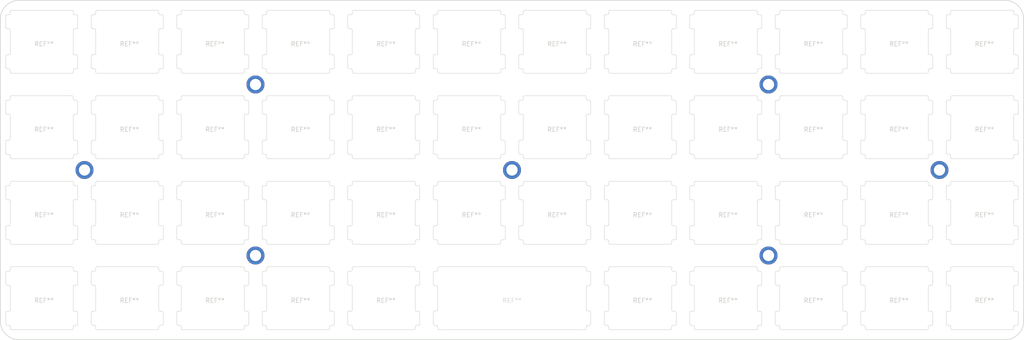
<source format=kicad_pcb>
(kicad_pcb (version 20171130) (host pcbnew 5.0.1)

  (general
    (thickness 1.6)
    (drawings 8)
    (tracks 7)
    (zones 0)
    (modules 47)
    (nets 1)
  )

  (page A4)
  (title_block
    (title SharkPCB)
    (date 2019-02-10)
    (rev V3.0.7)
    (company "Gondolin Electronics")
  )

  (layers
    (0 F.Cu signal)
    (31 B.Cu signal)
    (32 B.Adhes user hide)
    (33 F.Adhes user)
    (34 B.Paste user hide)
    (35 F.Paste user hide)
    (36 B.SilkS user)
    (37 F.SilkS user)
    (38 B.Mask user hide)
    (39 F.Mask user hide)
    (40 Dwgs.User user)
    (41 Cmts.User user)
    (42 Eco1.User user)
    (43 Eco2.User user)
    (44 Edge.Cuts user)
    (45 Margin user hide)
    (46 B.CrtYd user hide)
    (47 F.CrtYd user hide)
    (48 B.Fab user hide)
    (49 F.Fab user hide)
  )

  (setup
    (last_trace_width 0.254)
    (trace_clearance 0.13)
    (zone_clearance 0.127)
    (zone_45_only no)
    (trace_min 0.1)
    (segment_width 0.15)
    (edge_width 0.15)
    (via_size 0.45)
    (via_drill 0.2)
    (via_min_size 0.45)
    (via_min_drill 0.2)
    (uvia_size 0.45)
    (uvia_drill 0.2)
    (uvias_allowed no)
    (uvia_min_size 0.2)
    (uvia_min_drill 0.1)
    (pcb_text_width 0.3)
    (pcb_text_size 1.5 1.5)
    (mod_edge_width 0.15)
    (mod_text_size 1 1)
    (mod_text_width 0.15)
    (pad_size 1 2.2)
    (pad_drill 0.6)
    (pad_to_mask_clearance 0.051)
    (solder_mask_min_width 0.25)
    (aux_axis_origin 0 0)
    (grid_origin 148.463 102.743)
    (visible_elements FFFFFF7F)
    (pcbplotparams
      (layerselection 0x018f0_ffffffff)
      (usegerberextensions true)
      (usegerberattributes false)
      (usegerberadvancedattributes false)
      (creategerberjobfile false)
      (excludeedgelayer false)
      (linewidth 0.100000)
      (plotframeref false)
      (viasonmask false)
      (mode 1)
      (useauxorigin false)
      (hpglpennumber 1)
      (hpglpenspeed 20)
      (hpglpendiameter 15.000000)
      (psnegative false)
      (psa4output false)
      (plotreference true)
      (plotvalue true)
      (plotinvisibletext false)
      (padsonsilk false)
      (subtractmaskfromsilk false)
      (outputformat 1)
      (mirror false)
      (drillshape 0)
      (scaleselection 1)
      (outputdirectory "../../../gerbers/plates/hiPro/1Space/"))
  )

  (net 0 "")

  (net_class Default "This is the default net class."
    (clearance 0.13)
    (trace_width 0.254)
    (via_dia 0.45)
    (via_drill 0.2)
    (uvia_dia 0.45)
    (uvia_drill 0.2)
  )

  (net_class Fine ""
    (clearance 0.13)
    (trace_width 0.13)
    (via_dia 0.508)
    (via_drill 0.2032)
    (uvia_dia 0.45)
    (uvia_drill 0.2)
  )

  (module acheronSwitchSlots:slotMX100 (layer F.Cu) (tedit 5C8958E0) (tstamp 5C985B75)
    (at 176.963 131.243)
    (fp_text reference REF** (at 0.5 0.5) (layer Edge.Cuts)
      (effects (font (size 1 1) (thickness 0.15)))
    )
    (fp_text value slotMX100 (at 0.5 -0.5) (layer F.Fab)
      (effects (font (size 1 1) (thickness 0.15)))
    )
    (fp_arc (start -7.8 -5.8) (end -7.8 -6) (angle -90) (layer Edge.Cuts) (width 0.1))
    (fp_arc (start -7.7 -3.2) (end -8 -3.2) (angle -90) (layer Edge.Cuts) (width 0.1))
    (fp_arc (start -7.3 -2.6) (end -7 -2.6) (angle -90) (layer Edge.Cuts) (width 0.1))
    (fp_arc (start -7.3 -6.3) (end -7.3 -6) (angle -90) (layer Edge.Cuts) (width 0.1))
    (fp_line (start -8 -5.8) (end -8 -3.2) (layer Edge.Cuts) (width 0.1))
    (fp_line (start -7.3 -2.9) (end -7.7 -2.9) (layer Edge.Cuts) (width 0.1))
    (fp_line (start -7.8 -6) (end -7.3 -6) (layer Edge.Cuts) (width 0.1))
    (fp_arc (start -7.3 6.3) (end -7 6.3) (angle -90) (layer Edge.Cuts) (width 0.1))
    (fp_arc (start -7.7 5.7) (end -8 5.7) (angle -90) (layer Edge.Cuts) (width 0.1))
    (fp_line (start -7.8 2.9) (end -7.3 2.9) (layer Edge.Cuts) (width 0.1))
    (fp_line (start -8 3.1) (end -8 5.7) (layer Edge.Cuts) (width 0.1))
    (fp_line (start -7.3 6) (end -7.7 6) (layer Edge.Cuts) (width 0.1))
    (fp_arc (start -7.3 2.6) (end -7.3 2.9) (angle -90) (layer Edge.Cuts) (width 0.1))
    (fp_arc (start -7.8 3.1) (end -7.8 2.9) (angle -90) (layer Edge.Cuts) (width 0.1))
    (fp_arc (start 7.8 5.8) (end 7.8 6) (angle -90) (layer Edge.Cuts) (width 0.1))
    (fp_arc (start 7.3 6.3) (end 7.3 6) (angle -90) (layer Edge.Cuts) (width 0.1))
    (fp_line (start 7.3 2.9) (end 7.7 2.9) (layer Edge.Cuts) (width 0.1))
    (fp_line (start 8 5.8) (end 8 3.2) (layer Edge.Cuts) (width 0.1))
    (fp_line (start 7.8 6) (end 7.3 6) (layer Edge.Cuts) (width 0.1))
    (fp_arc (start 7.7 3.2) (end 8 3.2) (angle -90) (layer Edge.Cuts) (width 0.1))
    (fp_arc (start 7.3 2.6) (end 7 2.6) (angle -90) (layer Edge.Cuts) (width 0.1))
    (fp_line (start 7 -6.7) (end 7 -6.3) (layer Edge.Cuts) (width 0.1))
    (fp_arc (start 7.7 -5.7) (end 8 -5.7) (angle -90) (layer Edge.Cuts) (width 0.1))
    (fp_arc (start 7.3 -6.3) (end 7 -6.3) (angle -90) (layer Edge.Cuts) (width 0.1))
    (fp_arc (start 6.7 6.7) (end 6.7 7) (angle -90) (layer Edge.Cuts) (width 0.1))
    (fp_line (start 7 2.6) (end 7 -2.6) (layer Edge.Cuts) (width 0.1))
    (fp_line (start 7.8 -2.9) (end 7.3 -2.9) (layer Edge.Cuts) (width 0.1))
    (fp_line (start 8 -3.1) (end 8 -5.7) (layer Edge.Cuts) (width 0.1))
    (fp_line (start 7.3 -6) (end 7.7 -6) (layer Edge.Cuts) (width 0.1))
    (fp_arc (start 7.3 -2.6) (end 7.3 -2.9) (angle -90) (layer Edge.Cuts) (width 0.1))
    (fp_arc (start 7.8 -3.1) (end 7.8 -2.9) (angle -90) (layer Edge.Cuts) (width 0.1))
    (fp_arc (start 6.7 -6.7) (end 7 -6.7) (angle -90) (layer Edge.Cuts) (width 0.1))
    (fp_line (start 7 6.3) (end 7 6.7) (layer Edge.Cuts) (width 0.1))
    (fp_line (start -7 -6.3) (end -7 -6.7) (layer Edge.Cuts) (width 0.1))
    (fp_line (start -7 -2.6) (end -7 2.6) (layer Edge.Cuts) (width 0.1))
    (fp_line (start 6.7 -7) (end -6.7 -7) (layer Edge.Cuts) (width 0.1))
    (fp_arc (start -6.7 -6.7) (end -6.7 -7) (angle -90) (layer Edge.Cuts) (width 0.1))
    (fp_line (start -7 6.7) (end -7 6.3) (layer Edge.Cuts) (width 0.1))
    (fp_arc (start -6.7 6.7) (end -7 6.7) (angle -90) (layer Edge.Cuts) (width 0.1))
    (fp_line (start 6.7 7) (end -6.7 7) (layer Edge.Cuts) (width 0.1))
    (model ${ACHERONLIB}/3d_models/mx_switch.step
      (offset (xyz -7.35 -7.3 1))
      (scale (xyz 1 1 1))
      (rotate (xyz -90 0 0))
    )
  )

  (module acheronSwitchSlots:slotMX100 (layer F.Cu) (tedit 5C8958E0) (tstamp 5C985B3F)
    (at 119.963 131.243)
    (fp_text reference REF** (at 0.5 0.5) (layer Edge.Cuts)
      (effects (font (size 1 1) (thickness 0.15)))
    )
    (fp_text value slotMX100 (at 0.5 -0.5) (layer F.Fab)
      (effects (font (size 1 1) (thickness 0.15)))
    )
    (fp_arc (start -7.8 -5.8) (end -7.8 -6) (angle -90) (layer Edge.Cuts) (width 0.1))
    (fp_arc (start -7.7 -3.2) (end -8 -3.2) (angle -90) (layer Edge.Cuts) (width 0.1))
    (fp_arc (start -7.3 -2.6) (end -7 -2.6) (angle -90) (layer Edge.Cuts) (width 0.1))
    (fp_arc (start -7.3 -6.3) (end -7.3 -6) (angle -90) (layer Edge.Cuts) (width 0.1))
    (fp_line (start -8 -5.8) (end -8 -3.2) (layer Edge.Cuts) (width 0.1))
    (fp_line (start -7.3 -2.9) (end -7.7 -2.9) (layer Edge.Cuts) (width 0.1))
    (fp_line (start -7.8 -6) (end -7.3 -6) (layer Edge.Cuts) (width 0.1))
    (fp_arc (start -7.3 6.3) (end -7 6.3) (angle -90) (layer Edge.Cuts) (width 0.1))
    (fp_arc (start -7.7 5.7) (end -8 5.7) (angle -90) (layer Edge.Cuts) (width 0.1))
    (fp_line (start -7.8 2.9) (end -7.3 2.9) (layer Edge.Cuts) (width 0.1))
    (fp_line (start -8 3.1) (end -8 5.7) (layer Edge.Cuts) (width 0.1))
    (fp_line (start -7.3 6) (end -7.7 6) (layer Edge.Cuts) (width 0.1))
    (fp_arc (start -7.3 2.6) (end -7.3 2.9) (angle -90) (layer Edge.Cuts) (width 0.1))
    (fp_arc (start -7.8 3.1) (end -7.8 2.9) (angle -90) (layer Edge.Cuts) (width 0.1))
    (fp_arc (start 7.8 5.8) (end 7.8 6) (angle -90) (layer Edge.Cuts) (width 0.1))
    (fp_arc (start 7.3 6.3) (end 7.3 6) (angle -90) (layer Edge.Cuts) (width 0.1))
    (fp_line (start 7.3 2.9) (end 7.7 2.9) (layer Edge.Cuts) (width 0.1))
    (fp_line (start 8 5.8) (end 8 3.2) (layer Edge.Cuts) (width 0.1))
    (fp_line (start 7.8 6) (end 7.3 6) (layer Edge.Cuts) (width 0.1))
    (fp_arc (start 7.7 3.2) (end 8 3.2) (angle -90) (layer Edge.Cuts) (width 0.1))
    (fp_arc (start 7.3 2.6) (end 7 2.6) (angle -90) (layer Edge.Cuts) (width 0.1))
    (fp_line (start 7 -6.7) (end 7 -6.3) (layer Edge.Cuts) (width 0.1))
    (fp_arc (start 7.7 -5.7) (end 8 -5.7) (angle -90) (layer Edge.Cuts) (width 0.1))
    (fp_arc (start 7.3 -6.3) (end 7 -6.3) (angle -90) (layer Edge.Cuts) (width 0.1))
    (fp_arc (start 6.7 6.7) (end 6.7 7) (angle -90) (layer Edge.Cuts) (width 0.1))
    (fp_line (start 7 2.6) (end 7 -2.6) (layer Edge.Cuts) (width 0.1))
    (fp_line (start 7.8 -2.9) (end 7.3 -2.9) (layer Edge.Cuts) (width 0.1))
    (fp_line (start 8 -3.1) (end 8 -5.7) (layer Edge.Cuts) (width 0.1))
    (fp_line (start 7.3 -6) (end 7.7 -6) (layer Edge.Cuts) (width 0.1))
    (fp_arc (start 7.3 -2.6) (end 7.3 -2.9) (angle -90) (layer Edge.Cuts) (width 0.1))
    (fp_arc (start 7.8 -3.1) (end 7.8 -2.9) (angle -90) (layer Edge.Cuts) (width 0.1))
    (fp_arc (start 6.7 -6.7) (end 7 -6.7) (angle -90) (layer Edge.Cuts) (width 0.1))
    (fp_line (start 7 6.3) (end 7 6.7) (layer Edge.Cuts) (width 0.1))
    (fp_line (start -7 -6.3) (end -7 -6.7) (layer Edge.Cuts) (width 0.1))
    (fp_line (start -7 -2.6) (end -7 2.6) (layer Edge.Cuts) (width 0.1))
    (fp_line (start 6.7 -7) (end -6.7 -7) (layer Edge.Cuts) (width 0.1))
    (fp_arc (start -6.7 -6.7) (end -6.7 -7) (angle -90) (layer Edge.Cuts) (width 0.1))
    (fp_line (start -7 6.7) (end -7 6.3) (layer Edge.Cuts) (width 0.1))
    (fp_arc (start -6.7 6.7) (end -7 6.7) (angle -90) (layer Edge.Cuts) (width 0.1))
    (fp_line (start 6.7 7) (end -6.7 7) (layer Edge.Cuts) (width 0.1))
    (model ${ACHERONLIB}/3d_models/mx_switch.step
      (offset (xyz -7.35 -7.3 1))
      (scale (xyz 1 1 1))
      (rotate (xyz -90 0 0))
    )
  )

  (module acheronSwitchSlots:slotMX100 (layer F.Cu) (tedit 5C8958E0) (tstamp 5C70FF96)
    (at 233.963 131.243)
    (fp_text reference REF** (at 0.5 0.5) (layer Edge.Cuts)
      (effects (font (size 1 1) (thickness 0.15)))
    )
    (fp_text value slotMX100 (at 0.5 -0.5) (layer F.Fab)
      (effects (font (size 1 1) (thickness 0.15)))
    )
    (fp_arc (start -7.8 -5.8) (end -7.8 -6) (angle -90) (layer Edge.Cuts) (width 0.1))
    (fp_arc (start -7.7 -3.2) (end -8 -3.2) (angle -90) (layer Edge.Cuts) (width 0.1))
    (fp_arc (start -7.3 -2.6) (end -7 -2.6) (angle -90) (layer Edge.Cuts) (width 0.1))
    (fp_arc (start -7.3 -6.3) (end -7.3 -6) (angle -90) (layer Edge.Cuts) (width 0.1))
    (fp_line (start -8 -5.8) (end -8 -3.2) (layer Edge.Cuts) (width 0.1))
    (fp_line (start -7.3 -2.9) (end -7.7 -2.9) (layer Edge.Cuts) (width 0.1))
    (fp_line (start -7.8 -6) (end -7.3 -6) (layer Edge.Cuts) (width 0.1))
    (fp_arc (start -7.3 6.3) (end -7 6.3) (angle -90) (layer Edge.Cuts) (width 0.1))
    (fp_arc (start -7.7 5.7) (end -8 5.7) (angle -90) (layer Edge.Cuts) (width 0.1))
    (fp_line (start -7.8 2.9) (end -7.3 2.9) (layer Edge.Cuts) (width 0.1))
    (fp_line (start -8 3.1) (end -8 5.7) (layer Edge.Cuts) (width 0.1))
    (fp_line (start -7.3 6) (end -7.7 6) (layer Edge.Cuts) (width 0.1))
    (fp_arc (start -7.3 2.6) (end -7.3 2.9) (angle -90) (layer Edge.Cuts) (width 0.1))
    (fp_arc (start -7.8 3.1) (end -7.8 2.9) (angle -90) (layer Edge.Cuts) (width 0.1))
    (fp_arc (start 7.8 5.8) (end 7.8 6) (angle -90) (layer Edge.Cuts) (width 0.1))
    (fp_arc (start 7.3 6.3) (end 7.3 6) (angle -90) (layer Edge.Cuts) (width 0.1))
    (fp_line (start 7.3 2.9) (end 7.7 2.9) (layer Edge.Cuts) (width 0.1))
    (fp_line (start 8 5.8) (end 8 3.2) (layer Edge.Cuts) (width 0.1))
    (fp_line (start 7.8 6) (end 7.3 6) (layer Edge.Cuts) (width 0.1))
    (fp_arc (start 7.7 3.2) (end 8 3.2) (angle -90) (layer Edge.Cuts) (width 0.1))
    (fp_arc (start 7.3 2.6) (end 7 2.6) (angle -90) (layer Edge.Cuts) (width 0.1))
    (fp_line (start 7 -6.7) (end 7 -6.3) (layer Edge.Cuts) (width 0.1))
    (fp_arc (start 7.7 -5.7) (end 8 -5.7) (angle -90) (layer Edge.Cuts) (width 0.1))
    (fp_arc (start 7.3 -6.3) (end 7 -6.3) (angle -90) (layer Edge.Cuts) (width 0.1))
    (fp_arc (start 6.7 6.7) (end 6.7 7) (angle -90) (layer Edge.Cuts) (width 0.1))
    (fp_line (start 7 2.6) (end 7 -2.6) (layer Edge.Cuts) (width 0.1))
    (fp_line (start 7.8 -2.9) (end 7.3 -2.9) (layer Edge.Cuts) (width 0.1))
    (fp_line (start 8 -3.1) (end 8 -5.7) (layer Edge.Cuts) (width 0.1))
    (fp_line (start 7.3 -6) (end 7.7 -6) (layer Edge.Cuts) (width 0.1))
    (fp_arc (start 7.3 -2.6) (end 7.3 -2.9) (angle -90) (layer Edge.Cuts) (width 0.1))
    (fp_arc (start 7.8 -3.1) (end 7.8 -2.9) (angle -90) (layer Edge.Cuts) (width 0.1))
    (fp_arc (start 6.7 -6.7) (end 7 -6.7) (angle -90) (layer Edge.Cuts) (width 0.1))
    (fp_line (start 7 6.3) (end 7 6.7) (layer Edge.Cuts) (width 0.1))
    (fp_line (start -7 -6.3) (end -7 -6.7) (layer Edge.Cuts) (width 0.1))
    (fp_line (start -7 -2.6) (end -7 2.6) (layer Edge.Cuts) (width 0.1))
    (fp_line (start 6.7 -7) (end -6.7 -7) (layer Edge.Cuts) (width 0.1))
    (fp_arc (start -6.7 -6.7) (end -6.7 -7) (angle -90) (layer Edge.Cuts) (width 0.1))
    (fp_line (start -7 6.7) (end -7 6.3) (layer Edge.Cuts) (width 0.1))
    (fp_arc (start -6.7 6.7) (end -7 6.7) (angle -90) (layer Edge.Cuts) (width 0.1))
    (fp_line (start 6.7 7) (end -6.7 7) (layer Edge.Cuts) (width 0.1))
    (model ${ACHERONLIB}/3d_models/mx_switch.step
      (offset (xyz -7.35 -7.3 1))
      (scale (xyz 1 1 1))
      (rotate (xyz -90 0 0))
    )
  )

  (module acheronSwitchSlots:slotMX100 (layer F.Cu) (tedit 5C8958E0) (tstamp 5C70FF8B)
    (at 233.963 112.243)
    (fp_text reference REF** (at 0.5 0.5) (layer Edge.Cuts)
      (effects (font (size 1 1) (thickness 0.15)))
    )
    (fp_text value slotMX100 (at 0.5 -0.5) (layer F.Fab)
      (effects (font (size 1 1) (thickness 0.15)))
    )
    (fp_arc (start -7.8 -5.8) (end -7.8 -6) (angle -90) (layer Edge.Cuts) (width 0.1))
    (fp_arc (start -7.7 -3.2) (end -8 -3.2) (angle -90) (layer Edge.Cuts) (width 0.1))
    (fp_arc (start -7.3 -2.6) (end -7 -2.6) (angle -90) (layer Edge.Cuts) (width 0.1))
    (fp_arc (start -7.3 -6.3) (end -7.3 -6) (angle -90) (layer Edge.Cuts) (width 0.1))
    (fp_line (start -8 -5.8) (end -8 -3.2) (layer Edge.Cuts) (width 0.1))
    (fp_line (start -7.3 -2.9) (end -7.7 -2.9) (layer Edge.Cuts) (width 0.1))
    (fp_line (start -7.8 -6) (end -7.3 -6) (layer Edge.Cuts) (width 0.1))
    (fp_arc (start -7.3 6.3) (end -7 6.3) (angle -90) (layer Edge.Cuts) (width 0.1))
    (fp_arc (start -7.7 5.7) (end -8 5.7) (angle -90) (layer Edge.Cuts) (width 0.1))
    (fp_line (start -7.8 2.9) (end -7.3 2.9) (layer Edge.Cuts) (width 0.1))
    (fp_line (start -8 3.1) (end -8 5.7) (layer Edge.Cuts) (width 0.1))
    (fp_line (start -7.3 6) (end -7.7 6) (layer Edge.Cuts) (width 0.1))
    (fp_arc (start -7.3 2.6) (end -7.3 2.9) (angle -90) (layer Edge.Cuts) (width 0.1))
    (fp_arc (start -7.8 3.1) (end -7.8 2.9) (angle -90) (layer Edge.Cuts) (width 0.1))
    (fp_arc (start 7.8 5.8) (end 7.8 6) (angle -90) (layer Edge.Cuts) (width 0.1))
    (fp_arc (start 7.3 6.3) (end 7.3 6) (angle -90) (layer Edge.Cuts) (width 0.1))
    (fp_line (start 7.3 2.9) (end 7.7 2.9) (layer Edge.Cuts) (width 0.1))
    (fp_line (start 8 5.8) (end 8 3.2) (layer Edge.Cuts) (width 0.1))
    (fp_line (start 7.8 6) (end 7.3 6) (layer Edge.Cuts) (width 0.1))
    (fp_arc (start 7.7 3.2) (end 8 3.2) (angle -90) (layer Edge.Cuts) (width 0.1))
    (fp_arc (start 7.3 2.6) (end 7 2.6) (angle -90) (layer Edge.Cuts) (width 0.1))
    (fp_line (start 7 -6.7) (end 7 -6.3) (layer Edge.Cuts) (width 0.1))
    (fp_arc (start 7.7 -5.7) (end 8 -5.7) (angle -90) (layer Edge.Cuts) (width 0.1))
    (fp_arc (start 7.3 -6.3) (end 7 -6.3) (angle -90) (layer Edge.Cuts) (width 0.1))
    (fp_arc (start 6.7 6.7) (end 6.7 7) (angle -90) (layer Edge.Cuts) (width 0.1))
    (fp_line (start 7 2.6) (end 7 -2.6) (layer Edge.Cuts) (width 0.1))
    (fp_line (start 7.8 -2.9) (end 7.3 -2.9) (layer Edge.Cuts) (width 0.1))
    (fp_line (start 8 -3.1) (end 8 -5.7) (layer Edge.Cuts) (width 0.1))
    (fp_line (start 7.3 -6) (end 7.7 -6) (layer Edge.Cuts) (width 0.1))
    (fp_arc (start 7.3 -2.6) (end 7.3 -2.9) (angle -90) (layer Edge.Cuts) (width 0.1))
    (fp_arc (start 7.8 -3.1) (end 7.8 -2.9) (angle -90) (layer Edge.Cuts) (width 0.1))
    (fp_arc (start 6.7 -6.7) (end 7 -6.7) (angle -90) (layer Edge.Cuts) (width 0.1))
    (fp_line (start 7 6.3) (end 7 6.7) (layer Edge.Cuts) (width 0.1))
    (fp_line (start -7 -6.3) (end -7 -6.7) (layer Edge.Cuts) (width 0.1))
    (fp_line (start -7 -2.6) (end -7 2.6) (layer Edge.Cuts) (width 0.1))
    (fp_line (start 6.7 -7) (end -6.7 -7) (layer Edge.Cuts) (width 0.1))
    (fp_arc (start -6.7 -6.7) (end -6.7 -7) (angle -90) (layer Edge.Cuts) (width 0.1))
    (fp_line (start -7 6.7) (end -7 6.3) (layer Edge.Cuts) (width 0.1))
    (fp_arc (start -6.7 6.7) (end -7 6.7) (angle -90) (layer Edge.Cuts) (width 0.1))
    (fp_line (start 6.7 7) (end -6.7 7) (layer Edge.Cuts) (width 0.1))
    (model ${ACHERONLIB}/3d_models/mx_switch.step
      (offset (xyz -7.35 -7.3 1))
      (scale (xyz 1 1 1))
      (rotate (xyz -90 0 0))
    )
  )

  (module acheronSwitchSlots:slotMX100 (layer F.Cu) (tedit 5C8958E0) (tstamp 5C70FF80)
    (at 233.963 74.243)
    (fp_text reference REF** (at 0.5 0.5) (layer Edge.Cuts)
      (effects (font (size 1 1) (thickness 0.15)))
    )
    (fp_text value slotMX100 (at 0.5 -0.5) (layer F.Fab)
      (effects (font (size 1 1) (thickness 0.15)))
    )
    (fp_arc (start -7.8 -5.8) (end -7.8 -6) (angle -90) (layer Edge.Cuts) (width 0.1))
    (fp_arc (start -7.7 -3.2) (end -8 -3.2) (angle -90) (layer Edge.Cuts) (width 0.1))
    (fp_arc (start -7.3 -2.6) (end -7 -2.6) (angle -90) (layer Edge.Cuts) (width 0.1))
    (fp_arc (start -7.3 -6.3) (end -7.3 -6) (angle -90) (layer Edge.Cuts) (width 0.1))
    (fp_line (start -8 -5.8) (end -8 -3.2) (layer Edge.Cuts) (width 0.1))
    (fp_line (start -7.3 -2.9) (end -7.7 -2.9) (layer Edge.Cuts) (width 0.1))
    (fp_line (start -7.8 -6) (end -7.3 -6) (layer Edge.Cuts) (width 0.1))
    (fp_arc (start -7.3 6.3) (end -7 6.3) (angle -90) (layer Edge.Cuts) (width 0.1))
    (fp_arc (start -7.7 5.7) (end -8 5.7) (angle -90) (layer Edge.Cuts) (width 0.1))
    (fp_line (start -7.8 2.9) (end -7.3 2.9) (layer Edge.Cuts) (width 0.1))
    (fp_line (start -8 3.1) (end -8 5.7) (layer Edge.Cuts) (width 0.1))
    (fp_line (start -7.3 6) (end -7.7 6) (layer Edge.Cuts) (width 0.1))
    (fp_arc (start -7.3 2.6) (end -7.3 2.9) (angle -90) (layer Edge.Cuts) (width 0.1))
    (fp_arc (start -7.8 3.1) (end -7.8 2.9) (angle -90) (layer Edge.Cuts) (width 0.1))
    (fp_arc (start 7.8 5.8) (end 7.8 6) (angle -90) (layer Edge.Cuts) (width 0.1))
    (fp_arc (start 7.3 6.3) (end 7.3 6) (angle -90) (layer Edge.Cuts) (width 0.1))
    (fp_line (start 7.3 2.9) (end 7.7 2.9) (layer Edge.Cuts) (width 0.1))
    (fp_line (start 8 5.8) (end 8 3.2) (layer Edge.Cuts) (width 0.1))
    (fp_line (start 7.8 6) (end 7.3 6) (layer Edge.Cuts) (width 0.1))
    (fp_arc (start 7.7 3.2) (end 8 3.2) (angle -90) (layer Edge.Cuts) (width 0.1))
    (fp_arc (start 7.3 2.6) (end 7 2.6) (angle -90) (layer Edge.Cuts) (width 0.1))
    (fp_line (start 7 -6.7) (end 7 -6.3) (layer Edge.Cuts) (width 0.1))
    (fp_arc (start 7.7 -5.7) (end 8 -5.7) (angle -90) (layer Edge.Cuts) (width 0.1))
    (fp_arc (start 7.3 -6.3) (end 7 -6.3) (angle -90) (layer Edge.Cuts) (width 0.1))
    (fp_arc (start 6.7 6.7) (end 6.7 7) (angle -90) (layer Edge.Cuts) (width 0.1))
    (fp_line (start 7 2.6) (end 7 -2.6) (layer Edge.Cuts) (width 0.1))
    (fp_line (start 7.8 -2.9) (end 7.3 -2.9) (layer Edge.Cuts) (width 0.1))
    (fp_line (start 8 -3.1) (end 8 -5.7) (layer Edge.Cuts) (width 0.1))
    (fp_line (start 7.3 -6) (end 7.7 -6) (layer Edge.Cuts) (width 0.1))
    (fp_arc (start 7.3 -2.6) (end 7.3 -2.9) (angle -90) (layer Edge.Cuts) (width 0.1))
    (fp_arc (start 7.8 -3.1) (end 7.8 -2.9) (angle -90) (layer Edge.Cuts) (width 0.1))
    (fp_arc (start 6.7 -6.7) (end 7 -6.7) (angle -90) (layer Edge.Cuts) (width 0.1))
    (fp_line (start 7 6.3) (end 7 6.7) (layer Edge.Cuts) (width 0.1))
    (fp_line (start -7 -6.3) (end -7 -6.7) (layer Edge.Cuts) (width 0.1))
    (fp_line (start -7 -2.6) (end -7 2.6) (layer Edge.Cuts) (width 0.1))
    (fp_line (start 6.7 -7) (end -6.7 -7) (layer Edge.Cuts) (width 0.1))
    (fp_arc (start -6.7 -6.7) (end -6.7 -7) (angle -90) (layer Edge.Cuts) (width 0.1))
    (fp_line (start -7 6.7) (end -7 6.3) (layer Edge.Cuts) (width 0.1))
    (fp_arc (start -6.7 6.7) (end -7 6.7) (angle -90) (layer Edge.Cuts) (width 0.1))
    (fp_line (start 6.7 7) (end -6.7 7) (layer Edge.Cuts) (width 0.1))
    (model ${ACHERONLIB}/3d_models/mx_switch.step
      (offset (xyz -7.35 -7.3 1))
      (scale (xyz 1 1 1))
      (rotate (xyz -90 0 0))
    )
  )

  (module acheronSwitchSlots:slotMX100 (layer F.Cu) (tedit 5C8958E0) (tstamp 5C70FDE6)
    (at 81.963 131.243)
    (fp_text reference REF** (at 0.5 0.5) (layer Edge.Cuts)
      (effects (font (size 1 1) (thickness 0.15)))
    )
    (fp_text value slotMX100 (at 0.5 -0.5) (layer F.Fab)
      (effects (font (size 1 1) (thickness 0.15)))
    )
    (fp_arc (start -7.8 -5.8) (end -7.8 -6) (angle -90) (layer Edge.Cuts) (width 0.1))
    (fp_arc (start -7.7 -3.2) (end -8 -3.2) (angle -90) (layer Edge.Cuts) (width 0.1))
    (fp_arc (start -7.3 -2.6) (end -7 -2.6) (angle -90) (layer Edge.Cuts) (width 0.1))
    (fp_arc (start -7.3 -6.3) (end -7.3 -6) (angle -90) (layer Edge.Cuts) (width 0.1))
    (fp_line (start -8 -5.8) (end -8 -3.2) (layer Edge.Cuts) (width 0.1))
    (fp_line (start -7.3 -2.9) (end -7.7 -2.9) (layer Edge.Cuts) (width 0.1))
    (fp_line (start -7.8 -6) (end -7.3 -6) (layer Edge.Cuts) (width 0.1))
    (fp_arc (start -7.3 6.3) (end -7 6.3) (angle -90) (layer Edge.Cuts) (width 0.1))
    (fp_arc (start -7.7 5.7) (end -8 5.7) (angle -90) (layer Edge.Cuts) (width 0.1))
    (fp_line (start -7.8 2.9) (end -7.3 2.9) (layer Edge.Cuts) (width 0.1))
    (fp_line (start -8 3.1) (end -8 5.7) (layer Edge.Cuts) (width 0.1))
    (fp_line (start -7.3 6) (end -7.7 6) (layer Edge.Cuts) (width 0.1))
    (fp_arc (start -7.3 2.6) (end -7.3 2.9) (angle -90) (layer Edge.Cuts) (width 0.1))
    (fp_arc (start -7.8 3.1) (end -7.8 2.9) (angle -90) (layer Edge.Cuts) (width 0.1))
    (fp_arc (start 7.8 5.8) (end 7.8 6) (angle -90) (layer Edge.Cuts) (width 0.1))
    (fp_arc (start 7.3 6.3) (end 7.3 6) (angle -90) (layer Edge.Cuts) (width 0.1))
    (fp_line (start 7.3 2.9) (end 7.7 2.9) (layer Edge.Cuts) (width 0.1))
    (fp_line (start 8 5.8) (end 8 3.2) (layer Edge.Cuts) (width 0.1))
    (fp_line (start 7.8 6) (end 7.3 6) (layer Edge.Cuts) (width 0.1))
    (fp_arc (start 7.7 3.2) (end 8 3.2) (angle -90) (layer Edge.Cuts) (width 0.1))
    (fp_arc (start 7.3 2.6) (end 7 2.6) (angle -90) (layer Edge.Cuts) (width 0.1))
    (fp_line (start 7 -6.7) (end 7 -6.3) (layer Edge.Cuts) (width 0.1))
    (fp_arc (start 7.7 -5.7) (end 8 -5.7) (angle -90) (layer Edge.Cuts) (width 0.1))
    (fp_arc (start 7.3 -6.3) (end 7 -6.3) (angle -90) (layer Edge.Cuts) (width 0.1))
    (fp_arc (start 6.7 6.7) (end 6.7 7) (angle -90) (layer Edge.Cuts) (width 0.1))
    (fp_line (start 7 2.6) (end 7 -2.6) (layer Edge.Cuts) (width 0.1))
    (fp_line (start 7.8 -2.9) (end 7.3 -2.9) (layer Edge.Cuts) (width 0.1))
    (fp_line (start 8 -3.1) (end 8 -5.7) (layer Edge.Cuts) (width 0.1))
    (fp_line (start 7.3 -6) (end 7.7 -6) (layer Edge.Cuts) (width 0.1))
    (fp_arc (start 7.3 -2.6) (end 7.3 -2.9) (angle -90) (layer Edge.Cuts) (width 0.1))
    (fp_arc (start 7.8 -3.1) (end 7.8 -2.9) (angle -90) (layer Edge.Cuts) (width 0.1))
    (fp_arc (start 6.7 -6.7) (end 7 -6.7) (angle -90) (layer Edge.Cuts) (width 0.1))
    (fp_line (start 7 6.3) (end 7 6.7) (layer Edge.Cuts) (width 0.1))
    (fp_line (start -7 -6.3) (end -7 -6.7) (layer Edge.Cuts) (width 0.1))
    (fp_line (start -7 -2.6) (end -7 2.6) (layer Edge.Cuts) (width 0.1))
    (fp_line (start 6.7 -7) (end -6.7 -7) (layer Edge.Cuts) (width 0.1))
    (fp_arc (start -6.7 -6.7) (end -6.7 -7) (angle -90) (layer Edge.Cuts) (width 0.1))
    (fp_line (start -7 6.7) (end -7 6.3) (layer Edge.Cuts) (width 0.1))
    (fp_arc (start -6.7 6.7) (end -7 6.7) (angle -90) (layer Edge.Cuts) (width 0.1))
    (fp_line (start 6.7 7) (end -6.7 7) (layer Edge.Cuts) (width 0.1))
    (model ${ACHERONLIB}/3d_models/mx_switch.step
      (offset (xyz -7.35 -7.3 1))
      (scale (xyz 1 1 1))
      (rotate (xyz -90 0 0))
    )
  )

  (module acheronSwitchSlots:slotMX100 (layer F.Cu) (tedit 5C8958E0) (tstamp 5C70FDDB)
    (at 252.963 131.243)
    (fp_text reference REF** (at 0.5 0.5) (layer Edge.Cuts)
      (effects (font (size 1 1) (thickness 0.15)))
    )
    (fp_text value slotMX100 (at 0.5 -0.5) (layer F.Fab)
      (effects (font (size 1 1) (thickness 0.15)))
    )
    (fp_arc (start -7.8 -5.8) (end -7.8 -6) (angle -90) (layer Edge.Cuts) (width 0.1))
    (fp_arc (start -7.7 -3.2) (end -8 -3.2) (angle -90) (layer Edge.Cuts) (width 0.1))
    (fp_arc (start -7.3 -2.6) (end -7 -2.6) (angle -90) (layer Edge.Cuts) (width 0.1))
    (fp_arc (start -7.3 -6.3) (end -7.3 -6) (angle -90) (layer Edge.Cuts) (width 0.1))
    (fp_line (start -8 -5.8) (end -8 -3.2) (layer Edge.Cuts) (width 0.1))
    (fp_line (start -7.3 -2.9) (end -7.7 -2.9) (layer Edge.Cuts) (width 0.1))
    (fp_line (start -7.8 -6) (end -7.3 -6) (layer Edge.Cuts) (width 0.1))
    (fp_arc (start -7.3 6.3) (end -7 6.3) (angle -90) (layer Edge.Cuts) (width 0.1))
    (fp_arc (start -7.7 5.7) (end -8 5.7) (angle -90) (layer Edge.Cuts) (width 0.1))
    (fp_line (start -7.8 2.9) (end -7.3 2.9) (layer Edge.Cuts) (width 0.1))
    (fp_line (start -8 3.1) (end -8 5.7) (layer Edge.Cuts) (width 0.1))
    (fp_line (start -7.3 6) (end -7.7 6) (layer Edge.Cuts) (width 0.1))
    (fp_arc (start -7.3 2.6) (end -7.3 2.9) (angle -90) (layer Edge.Cuts) (width 0.1))
    (fp_arc (start -7.8 3.1) (end -7.8 2.9) (angle -90) (layer Edge.Cuts) (width 0.1))
    (fp_arc (start 7.8 5.8) (end 7.8 6) (angle -90) (layer Edge.Cuts) (width 0.1))
    (fp_arc (start 7.3 6.3) (end 7.3 6) (angle -90) (layer Edge.Cuts) (width 0.1))
    (fp_line (start 7.3 2.9) (end 7.7 2.9) (layer Edge.Cuts) (width 0.1))
    (fp_line (start 8 5.8) (end 8 3.2) (layer Edge.Cuts) (width 0.1))
    (fp_line (start 7.8 6) (end 7.3 6) (layer Edge.Cuts) (width 0.1))
    (fp_arc (start 7.7 3.2) (end 8 3.2) (angle -90) (layer Edge.Cuts) (width 0.1))
    (fp_arc (start 7.3 2.6) (end 7 2.6) (angle -90) (layer Edge.Cuts) (width 0.1))
    (fp_line (start 7 -6.7) (end 7 -6.3) (layer Edge.Cuts) (width 0.1))
    (fp_arc (start 7.7 -5.7) (end 8 -5.7) (angle -90) (layer Edge.Cuts) (width 0.1))
    (fp_arc (start 7.3 -6.3) (end 7 -6.3) (angle -90) (layer Edge.Cuts) (width 0.1))
    (fp_arc (start 6.7 6.7) (end 6.7 7) (angle -90) (layer Edge.Cuts) (width 0.1))
    (fp_line (start 7 2.6) (end 7 -2.6) (layer Edge.Cuts) (width 0.1))
    (fp_line (start 7.8 -2.9) (end 7.3 -2.9) (layer Edge.Cuts) (width 0.1))
    (fp_line (start 8 -3.1) (end 8 -5.7) (layer Edge.Cuts) (width 0.1))
    (fp_line (start 7.3 -6) (end 7.7 -6) (layer Edge.Cuts) (width 0.1))
    (fp_arc (start 7.3 -2.6) (end 7.3 -2.9) (angle -90) (layer Edge.Cuts) (width 0.1))
    (fp_arc (start 7.8 -3.1) (end 7.8 -2.9) (angle -90) (layer Edge.Cuts) (width 0.1))
    (fp_arc (start 6.7 -6.7) (end 7 -6.7) (angle -90) (layer Edge.Cuts) (width 0.1))
    (fp_line (start 7 6.3) (end 7 6.7) (layer Edge.Cuts) (width 0.1))
    (fp_line (start -7 -6.3) (end -7 -6.7) (layer Edge.Cuts) (width 0.1))
    (fp_line (start -7 -2.6) (end -7 2.6) (layer Edge.Cuts) (width 0.1))
    (fp_line (start 6.7 -7) (end -6.7 -7) (layer Edge.Cuts) (width 0.1))
    (fp_arc (start -6.7 -6.7) (end -6.7 -7) (angle -90) (layer Edge.Cuts) (width 0.1))
    (fp_line (start -7 6.7) (end -7 6.3) (layer Edge.Cuts) (width 0.1))
    (fp_arc (start -6.7 6.7) (end -7 6.7) (angle -90) (layer Edge.Cuts) (width 0.1))
    (fp_line (start 6.7 7) (end -6.7 7) (layer Edge.Cuts) (width 0.1))
    (model ${ACHERONLIB}/3d_models/mx_switch.step
      (offset (xyz -7.35 -7.3 1))
      (scale (xyz 1 1 1))
      (rotate (xyz -90 0 0))
    )
  )

  (module acheronSwitchSlots:slotMX100 (layer F.Cu) (tedit 5C8958E0) (tstamp 5C70FDC5)
    (at 195.963 131.243)
    (fp_text reference REF** (at 0.5 0.5) (layer Edge.Cuts)
      (effects (font (size 1 1) (thickness 0.15)))
    )
    (fp_text value slotMX100 (at 0.5 -0.5) (layer F.Fab)
      (effects (font (size 1 1) (thickness 0.15)))
    )
    (fp_arc (start -7.8 -5.8) (end -7.8 -6) (angle -90) (layer Edge.Cuts) (width 0.1))
    (fp_arc (start -7.7 -3.2) (end -8 -3.2) (angle -90) (layer Edge.Cuts) (width 0.1))
    (fp_arc (start -7.3 -2.6) (end -7 -2.6) (angle -90) (layer Edge.Cuts) (width 0.1))
    (fp_arc (start -7.3 -6.3) (end -7.3 -6) (angle -90) (layer Edge.Cuts) (width 0.1))
    (fp_line (start -8 -5.8) (end -8 -3.2) (layer Edge.Cuts) (width 0.1))
    (fp_line (start -7.3 -2.9) (end -7.7 -2.9) (layer Edge.Cuts) (width 0.1))
    (fp_line (start -7.8 -6) (end -7.3 -6) (layer Edge.Cuts) (width 0.1))
    (fp_arc (start -7.3 6.3) (end -7 6.3) (angle -90) (layer Edge.Cuts) (width 0.1))
    (fp_arc (start -7.7 5.7) (end -8 5.7) (angle -90) (layer Edge.Cuts) (width 0.1))
    (fp_line (start -7.8 2.9) (end -7.3 2.9) (layer Edge.Cuts) (width 0.1))
    (fp_line (start -8 3.1) (end -8 5.7) (layer Edge.Cuts) (width 0.1))
    (fp_line (start -7.3 6) (end -7.7 6) (layer Edge.Cuts) (width 0.1))
    (fp_arc (start -7.3 2.6) (end -7.3 2.9) (angle -90) (layer Edge.Cuts) (width 0.1))
    (fp_arc (start -7.8 3.1) (end -7.8 2.9) (angle -90) (layer Edge.Cuts) (width 0.1))
    (fp_arc (start 7.8 5.8) (end 7.8 6) (angle -90) (layer Edge.Cuts) (width 0.1))
    (fp_arc (start 7.3 6.3) (end 7.3 6) (angle -90) (layer Edge.Cuts) (width 0.1))
    (fp_line (start 7.3 2.9) (end 7.7 2.9) (layer Edge.Cuts) (width 0.1))
    (fp_line (start 8 5.8) (end 8 3.2) (layer Edge.Cuts) (width 0.1))
    (fp_line (start 7.8 6) (end 7.3 6) (layer Edge.Cuts) (width 0.1))
    (fp_arc (start 7.7 3.2) (end 8 3.2) (angle -90) (layer Edge.Cuts) (width 0.1))
    (fp_arc (start 7.3 2.6) (end 7 2.6) (angle -90) (layer Edge.Cuts) (width 0.1))
    (fp_line (start 7 -6.7) (end 7 -6.3) (layer Edge.Cuts) (width 0.1))
    (fp_arc (start 7.7 -5.7) (end 8 -5.7) (angle -90) (layer Edge.Cuts) (width 0.1))
    (fp_arc (start 7.3 -6.3) (end 7 -6.3) (angle -90) (layer Edge.Cuts) (width 0.1))
    (fp_arc (start 6.7 6.7) (end 6.7 7) (angle -90) (layer Edge.Cuts) (width 0.1))
    (fp_line (start 7 2.6) (end 7 -2.6) (layer Edge.Cuts) (width 0.1))
    (fp_line (start 7.8 -2.9) (end 7.3 -2.9) (layer Edge.Cuts) (width 0.1))
    (fp_line (start 8 -3.1) (end 8 -5.7) (layer Edge.Cuts) (width 0.1))
    (fp_line (start 7.3 -6) (end 7.7 -6) (layer Edge.Cuts) (width 0.1))
    (fp_arc (start 7.3 -2.6) (end 7.3 -2.9) (angle -90) (layer Edge.Cuts) (width 0.1))
    (fp_arc (start 7.8 -3.1) (end 7.8 -2.9) (angle -90) (layer Edge.Cuts) (width 0.1))
    (fp_arc (start 6.7 -6.7) (end 7 -6.7) (angle -90) (layer Edge.Cuts) (width 0.1))
    (fp_line (start 7 6.3) (end 7 6.7) (layer Edge.Cuts) (width 0.1))
    (fp_line (start -7 -6.3) (end -7 -6.7) (layer Edge.Cuts) (width 0.1))
    (fp_line (start -7 -2.6) (end -7 2.6) (layer Edge.Cuts) (width 0.1))
    (fp_line (start 6.7 -7) (end -6.7 -7) (layer Edge.Cuts) (width 0.1))
    (fp_arc (start -6.7 -6.7) (end -6.7 -7) (angle -90) (layer Edge.Cuts) (width 0.1))
    (fp_line (start -7 6.7) (end -7 6.3) (layer Edge.Cuts) (width 0.1))
    (fp_arc (start -6.7 6.7) (end -7 6.7) (angle -90) (layer Edge.Cuts) (width 0.1))
    (fp_line (start 6.7 7) (end -6.7 7) (layer Edge.Cuts) (width 0.1))
    (model ${ACHERONLIB}/3d_models/mx_switch.step
      (offset (xyz -7.35 -7.3 1))
      (scale (xyz 1 1 1))
      (rotate (xyz -90 0 0))
    )
  )

  (module acheronSwitchSlots:slotMX100 (layer F.Cu) (tedit 5C8958E0) (tstamp 5C70FDA4)
    (at 100.963 131.243)
    (fp_text reference REF** (at 0.5 0.5) (layer Edge.Cuts)
      (effects (font (size 1 1) (thickness 0.15)))
    )
    (fp_text value slotMX100 (at 0.5 -0.5) (layer F.Fab)
      (effects (font (size 1 1) (thickness 0.15)))
    )
    (fp_arc (start -7.8 -5.8) (end -7.8 -6) (angle -90) (layer Edge.Cuts) (width 0.1))
    (fp_arc (start -7.7 -3.2) (end -8 -3.2) (angle -90) (layer Edge.Cuts) (width 0.1))
    (fp_arc (start -7.3 -2.6) (end -7 -2.6) (angle -90) (layer Edge.Cuts) (width 0.1))
    (fp_arc (start -7.3 -6.3) (end -7.3 -6) (angle -90) (layer Edge.Cuts) (width 0.1))
    (fp_line (start -8 -5.8) (end -8 -3.2) (layer Edge.Cuts) (width 0.1))
    (fp_line (start -7.3 -2.9) (end -7.7 -2.9) (layer Edge.Cuts) (width 0.1))
    (fp_line (start -7.8 -6) (end -7.3 -6) (layer Edge.Cuts) (width 0.1))
    (fp_arc (start -7.3 6.3) (end -7 6.3) (angle -90) (layer Edge.Cuts) (width 0.1))
    (fp_arc (start -7.7 5.7) (end -8 5.7) (angle -90) (layer Edge.Cuts) (width 0.1))
    (fp_line (start -7.8 2.9) (end -7.3 2.9) (layer Edge.Cuts) (width 0.1))
    (fp_line (start -8 3.1) (end -8 5.7) (layer Edge.Cuts) (width 0.1))
    (fp_line (start -7.3 6) (end -7.7 6) (layer Edge.Cuts) (width 0.1))
    (fp_arc (start -7.3 2.6) (end -7.3 2.9) (angle -90) (layer Edge.Cuts) (width 0.1))
    (fp_arc (start -7.8 3.1) (end -7.8 2.9) (angle -90) (layer Edge.Cuts) (width 0.1))
    (fp_arc (start 7.8 5.8) (end 7.8 6) (angle -90) (layer Edge.Cuts) (width 0.1))
    (fp_arc (start 7.3 6.3) (end 7.3 6) (angle -90) (layer Edge.Cuts) (width 0.1))
    (fp_line (start 7.3 2.9) (end 7.7 2.9) (layer Edge.Cuts) (width 0.1))
    (fp_line (start 8 5.8) (end 8 3.2) (layer Edge.Cuts) (width 0.1))
    (fp_line (start 7.8 6) (end 7.3 6) (layer Edge.Cuts) (width 0.1))
    (fp_arc (start 7.7 3.2) (end 8 3.2) (angle -90) (layer Edge.Cuts) (width 0.1))
    (fp_arc (start 7.3 2.6) (end 7 2.6) (angle -90) (layer Edge.Cuts) (width 0.1))
    (fp_line (start 7 -6.7) (end 7 -6.3) (layer Edge.Cuts) (width 0.1))
    (fp_arc (start 7.7 -5.7) (end 8 -5.7) (angle -90) (layer Edge.Cuts) (width 0.1))
    (fp_arc (start 7.3 -6.3) (end 7 -6.3) (angle -90) (layer Edge.Cuts) (width 0.1))
    (fp_arc (start 6.7 6.7) (end 6.7 7) (angle -90) (layer Edge.Cuts) (width 0.1))
    (fp_line (start 7 2.6) (end 7 -2.6) (layer Edge.Cuts) (width 0.1))
    (fp_line (start 7.8 -2.9) (end 7.3 -2.9) (layer Edge.Cuts) (width 0.1))
    (fp_line (start 8 -3.1) (end 8 -5.7) (layer Edge.Cuts) (width 0.1))
    (fp_line (start 7.3 -6) (end 7.7 -6) (layer Edge.Cuts) (width 0.1))
    (fp_arc (start 7.3 -2.6) (end 7.3 -2.9) (angle -90) (layer Edge.Cuts) (width 0.1))
    (fp_arc (start 7.8 -3.1) (end 7.8 -2.9) (angle -90) (layer Edge.Cuts) (width 0.1))
    (fp_arc (start 6.7 -6.7) (end 7 -6.7) (angle -90) (layer Edge.Cuts) (width 0.1))
    (fp_line (start 7 6.3) (end 7 6.7) (layer Edge.Cuts) (width 0.1))
    (fp_line (start -7 -6.3) (end -7 -6.7) (layer Edge.Cuts) (width 0.1))
    (fp_line (start -7 -2.6) (end -7 2.6) (layer Edge.Cuts) (width 0.1))
    (fp_line (start 6.7 -7) (end -6.7 -7) (layer Edge.Cuts) (width 0.1))
    (fp_arc (start -6.7 -6.7) (end -6.7 -7) (angle -90) (layer Edge.Cuts) (width 0.1))
    (fp_line (start -7 6.7) (end -7 6.3) (layer Edge.Cuts) (width 0.1))
    (fp_arc (start -6.7 6.7) (end -7 6.7) (angle -90) (layer Edge.Cuts) (width 0.1))
    (fp_line (start 6.7 7) (end -6.7 7) (layer Edge.Cuts) (width 0.1))
    (model ${ACHERONLIB}/3d_models/mx_switch.step
      (offset (xyz -7.35 -7.3 1))
      (scale (xyz 1 1 1))
      (rotate (xyz -90 0 0))
    )
  )

  (module acheronSwitchSlots:slotMX100 (layer F.Cu) (tedit 5C8958E0) (tstamp 5C70FD8E)
    (at 214.963 131.243)
    (fp_text reference REF** (at 0.5 0.5) (layer Edge.Cuts)
      (effects (font (size 1 1) (thickness 0.15)))
    )
    (fp_text value slotMX100 (at 0.5 -0.5) (layer F.Fab)
      (effects (font (size 1 1) (thickness 0.15)))
    )
    (fp_arc (start -7.8 -5.8) (end -7.8 -6) (angle -90) (layer Edge.Cuts) (width 0.1))
    (fp_arc (start -7.7 -3.2) (end -8 -3.2) (angle -90) (layer Edge.Cuts) (width 0.1))
    (fp_arc (start -7.3 -2.6) (end -7 -2.6) (angle -90) (layer Edge.Cuts) (width 0.1))
    (fp_arc (start -7.3 -6.3) (end -7.3 -6) (angle -90) (layer Edge.Cuts) (width 0.1))
    (fp_line (start -8 -5.8) (end -8 -3.2) (layer Edge.Cuts) (width 0.1))
    (fp_line (start -7.3 -2.9) (end -7.7 -2.9) (layer Edge.Cuts) (width 0.1))
    (fp_line (start -7.8 -6) (end -7.3 -6) (layer Edge.Cuts) (width 0.1))
    (fp_arc (start -7.3 6.3) (end -7 6.3) (angle -90) (layer Edge.Cuts) (width 0.1))
    (fp_arc (start -7.7 5.7) (end -8 5.7) (angle -90) (layer Edge.Cuts) (width 0.1))
    (fp_line (start -7.8 2.9) (end -7.3 2.9) (layer Edge.Cuts) (width 0.1))
    (fp_line (start -8 3.1) (end -8 5.7) (layer Edge.Cuts) (width 0.1))
    (fp_line (start -7.3 6) (end -7.7 6) (layer Edge.Cuts) (width 0.1))
    (fp_arc (start -7.3 2.6) (end -7.3 2.9) (angle -90) (layer Edge.Cuts) (width 0.1))
    (fp_arc (start -7.8 3.1) (end -7.8 2.9) (angle -90) (layer Edge.Cuts) (width 0.1))
    (fp_arc (start 7.8 5.8) (end 7.8 6) (angle -90) (layer Edge.Cuts) (width 0.1))
    (fp_arc (start 7.3 6.3) (end 7.3 6) (angle -90) (layer Edge.Cuts) (width 0.1))
    (fp_line (start 7.3 2.9) (end 7.7 2.9) (layer Edge.Cuts) (width 0.1))
    (fp_line (start 8 5.8) (end 8 3.2) (layer Edge.Cuts) (width 0.1))
    (fp_line (start 7.8 6) (end 7.3 6) (layer Edge.Cuts) (width 0.1))
    (fp_arc (start 7.7 3.2) (end 8 3.2) (angle -90) (layer Edge.Cuts) (width 0.1))
    (fp_arc (start 7.3 2.6) (end 7 2.6) (angle -90) (layer Edge.Cuts) (width 0.1))
    (fp_line (start 7 -6.7) (end 7 -6.3) (layer Edge.Cuts) (width 0.1))
    (fp_arc (start 7.7 -5.7) (end 8 -5.7) (angle -90) (layer Edge.Cuts) (width 0.1))
    (fp_arc (start 7.3 -6.3) (end 7 -6.3) (angle -90) (layer Edge.Cuts) (width 0.1))
    (fp_arc (start 6.7 6.7) (end 6.7 7) (angle -90) (layer Edge.Cuts) (width 0.1))
    (fp_line (start 7 2.6) (end 7 -2.6) (layer Edge.Cuts) (width 0.1))
    (fp_line (start 7.8 -2.9) (end 7.3 -2.9) (layer Edge.Cuts) (width 0.1))
    (fp_line (start 8 -3.1) (end 8 -5.7) (layer Edge.Cuts) (width 0.1))
    (fp_line (start 7.3 -6) (end 7.7 -6) (layer Edge.Cuts) (width 0.1))
    (fp_arc (start 7.3 -2.6) (end 7.3 -2.9) (angle -90) (layer Edge.Cuts) (width 0.1))
    (fp_arc (start 7.8 -3.1) (end 7.8 -2.9) (angle -90) (layer Edge.Cuts) (width 0.1))
    (fp_arc (start 6.7 -6.7) (end 7 -6.7) (angle -90) (layer Edge.Cuts) (width 0.1))
    (fp_line (start 7 6.3) (end 7 6.7) (layer Edge.Cuts) (width 0.1))
    (fp_line (start -7 -6.3) (end -7 -6.7) (layer Edge.Cuts) (width 0.1))
    (fp_line (start -7 -2.6) (end -7 2.6) (layer Edge.Cuts) (width 0.1))
    (fp_line (start 6.7 -7) (end -6.7 -7) (layer Edge.Cuts) (width 0.1))
    (fp_arc (start -6.7 -6.7) (end -6.7 -7) (angle -90) (layer Edge.Cuts) (width 0.1))
    (fp_line (start -7 6.7) (end -7 6.3) (layer Edge.Cuts) (width 0.1))
    (fp_arc (start -6.7 6.7) (end -7 6.7) (angle -90) (layer Edge.Cuts) (width 0.1))
    (fp_line (start 6.7 7) (end -6.7 7) (layer Edge.Cuts) (width 0.1))
    (model ${ACHERONLIB}/3d_models/mx_switch.step
      (offset (xyz -7.35 -7.3 1))
      (scale (xyz 1 1 1))
      (rotate (xyz -90 0 0))
    )
  )

  (module acheronSwitchSlots:slotMX100 (layer F.Cu) (tedit 5C8958E0) (tstamp 5C70FD83)
    (at 62.963 131.243)
    (fp_text reference REF** (at 0.5 0.5) (layer Edge.Cuts)
      (effects (font (size 1 1) (thickness 0.15)))
    )
    (fp_text value slotMX100 (at 0.5 -0.5) (layer F.Fab)
      (effects (font (size 1 1) (thickness 0.15)))
    )
    (fp_arc (start -7.8 -5.8) (end -7.8 -6) (angle -90) (layer Edge.Cuts) (width 0.1))
    (fp_arc (start -7.7 -3.2) (end -8 -3.2) (angle -90) (layer Edge.Cuts) (width 0.1))
    (fp_arc (start -7.3 -2.6) (end -7 -2.6) (angle -90) (layer Edge.Cuts) (width 0.1))
    (fp_arc (start -7.3 -6.3) (end -7.3 -6) (angle -90) (layer Edge.Cuts) (width 0.1))
    (fp_line (start -8 -5.8) (end -8 -3.2) (layer Edge.Cuts) (width 0.1))
    (fp_line (start -7.3 -2.9) (end -7.7 -2.9) (layer Edge.Cuts) (width 0.1))
    (fp_line (start -7.8 -6) (end -7.3 -6) (layer Edge.Cuts) (width 0.1))
    (fp_arc (start -7.3 6.3) (end -7 6.3) (angle -90) (layer Edge.Cuts) (width 0.1))
    (fp_arc (start -7.7 5.7) (end -8 5.7) (angle -90) (layer Edge.Cuts) (width 0.1))
    (fp_line (start -7.8 2.9) (end -7.3 2.9) (layer Edge.Cuts) (width 0.1))
    (fp_line (start -8 3.1) (end -8 5.7) (layer Edge.Cuts) (width 0.1))
    (fp_line (start -7.3 6) (end -7.7 6) (layer Edge.Cuts) (width 0.1))
    (fp_arc (start -7.3 2.6) (end -7.3 2.9) (angle -90) (layer Edge.Cuts) (width 0.1))
    (fp_arc (start -7.8 3.1) (end -7.8 2.9) (angle -90) (layer Edge.Cuts) (width 0.1))
    (fp_arc (start 7.8 5.8) (end 7.8 6) (angle -90) (layer Edge.Cuts) (width 0.1))
    (fp_arc (start 7.3 6.3) (end 7.3 6) (angle -90) (layer Edge.Cuts) (width 0.1))
    (fp_line (start 7.3 2.9) (end 7.7 2.9) (layer Edge.Cuts) (width 0.1))
    (fp_line (start 8 5.8) (end 8 3.2) (layer Edge.Cuts) (width 0.1))
    (fp_line (start 7.8 6) (end 7.3 6) (layer Edge.Cuts) (width 0.1))
    (fp_arc (start 7.7 3.2) (end 8 3.2) (angle -90) (layer Edge.Cuts) (width 0.1))
    (fp_arc (start 7.3 2.6) (end 7 2.6) (angle -90) (layer Edge.Cuts) (width 0.1))
    (fp_line (start 7 -6.7) (end 7 -6.3) (layer Edge.Cuts) (width 0.1))
    (fp_arc (start 7.7 -5.7) (end 8 -5.7) (angle -90) (layer Edge.Cuts) (width 0.1))
    (fp_arc (start 7.3 -6.3) (end 7 -6.3) (angle -90) (layer Edge.Cuts) (width 0.1))
    (fp_arc (start 6.7 6.7) (end 6.7 7) (angle -90) (layer Edge.Cuts) (width 0.1))
    (fp_line (start 7 2.6) (end 7 -2.6) (layer Edge.Cuts) (width 0.1))
    (fp_line (start 7.8 -2.9) (end 7.3 -2.9) (layer Edge.Cuts) (width 0.1))
    (fp_line (start 8 -3.1) (end 8 -5.7) (layer Edge.Cuts) (width 0.1))
    (fp_line (start 7.3 -6) (end 7.7 -6) (layer Edge.Cuts) (width 0.1))
    (fp_arc (start 7.3 -2.6) (end 7.3 -2.9) (angle -90) (layer Edge.Cuts) (width 0.1))
    (fp_arc (start 7.8 -3.1) (end 7.8 -2.9) (angle -90) (layer Edge.Cuts) (width 0.1))
    (fp_arc (start 6.7 -6.7) (end 7 -6.7) (angle -90) (layer Edge.Cuts) (width 0.1))
    (fp_line (start 7 6.3) (end 7 6.7) (layer Edge.Cuts) (width 0.1))
    (fp_line (start -7 -6.3) (end -7 -6.7) (layer Edge.Cuts) (width 0.1))
    (fp_line (start -7 -2.6) (end -7 2.6) (layer Edge.Cuts) (width 0.1))
    (fp_line (start 6.7 -7) (end -6.7 -7) (layer Edge.Cuts) (width 0.1))
    (fp_arc (start -6.7 -6.7) (end -6.7 -7) (angle -90) (layer Edge.Cuts) (width 0.1))
    (fp_line (start -7 6.7) (end -7 6.3) (layer Edge.Cuts) (width 0.1))
    (fp_arc (start -6.7 6.7) (end -7 6.7) (angle -90) (layer Edge.Cuts) (width 0.1))
    (fp_line (start 6.7 7) (end -6.7 7) (layer Edge.Cuts) (width 0.1))
    (model ${ACHERONLIB}/3d_models/mx_switch.step
      (offset (xyz -7.35 -7.3 1))
      (scale (xyz 1 1 1))
      (rotate (xyz -90 0 0))
    )
  )

  (module acheronSwitchSlots:slotMX100 (layer F.Cu) (tedit 5C8958E0) (tstamp 5C70FD78)
    (at 43.963 131.243)
    (fp_text reference REF** (at 0.5 0.5) (layer Edge.Cuts)
      (effects (font (size 1 1) (thickness 0.15)))
    )
    (fp_text value slotMX100 (at 0.5 -0.5) (layer F.Fab)
      (effects (font (size 1 1) (thickness 0.15)))
    )
    (fp_arc (start -7.8 -5.8) (end -7.8 -6) (angle -90) (layer Edge.Cuts) (width 0.1))
    (fp_arc (start -7.7 -3.2) (end -8 -3.2) (angle -90) (layer Edge.Cuts) (width 0.1))
    (fp_arc (start -7.3 -2.6) (end -7 -2.6) (angle -90) (layer Edge.Cuts) (width 0.1))
    (fp_arc (start -7.3 -6.3) (end -7.3 -6) (angle -90) (layer Edge.Cuts) (width 0.1))
    (fp_line (start -8 -5.8) (end -8 -3.2) (layer Edge.Cuts) (width 0.1))
    (fp_line (start -7.3 -2.9) (end -7.7 -2.9) (layer Edge.Cuts) (width 0.1))
    (fp_line (start -7.8 -6) (end -7.3 -6) (layer Edge.Cuts) (width 0.1))
    (fp_arc (start -7.3 6.3) (end -7 6.3) (angle -90) (layer Edge.Cuts) (width 0.1))
    (fp_arc (start -7.7 5.7) (end -8 5.7) (angle -90) (layer Edge.Cuts) (width 0.1))
    (fp_line (start -7.8 2.9) (end -7.3 2.9) (layer Edge.Cuts) (width 0.1))
    (fp_line (start -8 3.1) (end -8 5.7) (layer Edge.Cuts) (width 0.1))
    (fp_line (start -7.3 6) (end -7.7 6) (layer Edge.Cuts) (width 0.1))
    (fp_arc (start -7.3 2.6) (end -7.3 2.9) (angle -90) (layer Edge.Cuts) (width 0.1))
    (fp_arc (start -7.8 3.1) (end -7.8 2.9) (angle -90) (layer Edge.Cuts) (width 0.1))
    (fp_arc (start 7.8 5.8) (end 7.8 6) (angle -90) (layer Edge.Cuts) (width 0.1))
    (fp_arc (start 7.3 6.3) (end 7.3 6) (angle -90) (layer Edge.Cuts) (width 0.1))
    (fp_line (start 7.3 2.9) (end 7.7 2.9) (layer Edge.Cuts) (width 0.1))
    (fp_line (start 8 5.8) (end 8 3.2) (layer Edge.Cuts) (width 0.1))
    (fp_line (start 7.8 6) (end 7.3 6) (layer Edge.Cuts) (width 0.1))
    (fp_arc (start 7.7 3.2) (end 8 3.2) (angle -90) (layer Edge.Cuts) (width 0.1))
    (fp_arc (start 7.3 2.6) (end 7 2.6) (angle -90) (layer Edge.Cuts) (width 0.1))
    (fp_line (start 7 -6.7) (end 7 -6.3) (layer Edge.Cuts) (width 0.1))
    (fp_arc (start 7.7 -5.7) (end 8 -5.7) (angle -90) (layer Edge.Cuts) (width 0.1))
    (fp_arc (start 7.3 -6.3) (end 7 -6.3) (angle -90) (layer Edge.Cuts) (width 0.1))
    (fp_arc (start 6.7 6.7) (end 6.7 7) (angle -90) (layer Edge.Cuts) (width 0.1))
    (fp_line (start 7 2.6) (end 7 -2.6) (layer Edge.Cuts) (width 0.1))
    (fp_line (start 7.8 -2.9) (end 7.3 -2.9) (layer Edge.Cuts) (width 0.1))
    (fp_line (start 8 -3.1) (end 8 -5.7) (layer Edge.Cuts) (width 0.1))
    (fp_line (start 7.3 -6) (end 7.7 -6) (layer Edge.Cuts) (width 0.1))
    (fp_arc (start 7.3 -2.6) (end 7.3 -2.9) (angle -90) (layer Edge.Cuts) (width 0.1))
    (fp_arc (start 7.8 -3.1) (end 7.8 -2.9) (angle -90) (layer Edge.Cuts) (width 0.1))
    (fp_arc (start 6.7 -6.7) (end 7 -6.7) (angle -90) (layer Edge.Cuts) (width 0.1))
    (fp_line (start 7 6.3) (end 7 6.7) (layer Edge.Cuts) (width 0.1))
    (fp_line (start -7 -6.3) (end -7 -6.7) (layer Edge.Cuts) (width 0.1))
    (fp_line (start -7 -2.6) (end -7 2.6) (layer Edge.Cuts) (width 0.1))
    (fp_line (start 6.7 -7) (end -6.7 -7) (layer Edge.Cuts) (width 0.1))
    (fp_arc (start -6.7 -6.7) (end -6.7 -7) (angle -90) (layer Edge.Cuts) (width 0.1))
    (fp_line (start -7 6.7) (end -7 6.3) (layer Edge.Cuts) (width 0.1))
    (fp_arc (start -6.7 6.7) (end -7 6.7) (angle -90) (layer Edge.Cuts) (width 0.1))
    (fp_line (start 6.7 7) (end -6.7 7) (layer Edge.Cuts) (width 0.1))
    (model ${ACHERONLIB}/3d_models/mx_switch.step
      (offset (xyz -7.35 -7.3 1))
      (scale (xyz 1 1 1))
      (rotate (xyz -90 0 0))
    )
  )

  (module acheronSwitchSlots:slotMX100 (layer F.Cu) (tedit 5C8958E0) (tstamp 5C70FCF4)
    (at 195.963 112.243)
    (fp_text reference REF** (at 0.5 0.5) (layer Edge.Cuts)
      (effects (font (size 1 1) (thickness 0.15)))
    )
    (fp_text value slotMX100 (at 0.5 -0.5) (layer F.Fab)
      (effects (font (size 1 1) (thickness 0.15)))
    )
    (fp_arc (start -7.8 -5.8) (end -7.8 -6) (angle -90) (layer Edge.Cuts) (width 0.1))
    (fp_arc (start -7.7 -3.2) (end -8 -3.2) (angle -90) (layer Edge.Cuts) (width 0.1))
    (fp_arc (start -7.3 -2.6) (end -7 -2.6) (angle -90) (layer Edge.Cuts) (width 0.1))
    (fp_arc (start -7.3 -6.3) (end -7.3 -6) (angle -90) (layer Edge.Cuts) (width 0.1))
    (fp_line (start -8 -5.8) (end -8 -3.2) (layer Edge.Cuts) (width 0.1))
    (fp_line (start -7.3 -2.9) (end -7.7 -2.9) (layer Edge.Cuts) (width 0.1))
    (fp_line (start -7.8 -6) (end -7.3 -6) (layer Edge.Cuts) (width 0.1))
    (fp_arc (start -7.3 6.3) (end -7 6.3) (angle -90) (layer Edge.Cuts) (width 0.1))
    (fp_arc (start -7.7 5.7) (end -8 5.7) (angle -90) (layer Edge.Cuts) (width 0.1))
    (fp_line (start -7.8 2.9) (end -7.3 2.9) (layer Edge.Cuts) (width 0.1))
    (fp_line (start -8 3.1) (end -8 5.7) (layer Edge.Cuts) (width 0.1))
    (fp_line (start -7.3 6) (end -7.7 6) (layer Edge.Cuts) (width 0.1))
    (fp_arc (start -7.3 2.6) (end -7.3 2.9) (angle -90) (layer Edge.Cuts) (width 0.1))
    (fp_arc (start -7.8 3.1) (end -7.8 2.9) (angle -90) (layer Edge.Cuts) (width 0.1))
    (fp_arc (start 7.8 5.8) (end 7.8 6) (angle -90) (layer Edge.Cuts) (width 0.1))
    (fp_arc (start 7.3 6.3) (end 7.3 6) (angle -90) (layer Edge.Cuts) (width 0.1))
    (fp_line (start 7.3 2.9) (end 7.7 2.9) (layer Edge.Cuts) (width 0.1))
    (fp_line (start 8 5.8) (end 8 3.2) (layer Edge.Cuts) (width 0.1))
    (fp_line (start 7.8 6) (end 7.3 6) (layer Edge.Cuts) (width 0.1))
    (fp_arc (start 7.7 3.2) (end 8 3.2) (angle -90) (layer Edge.Cuts) (width 0.1))
    (fp_arc (start 7.3 2.6) (end 7 2.6) (angle -90) (layer Edge.Cuts) (width 0.1))
    (fp_line (start 7 -6.7) (end 7 -6.3) (layer Edge.Cuts) (width 0.1))
    (fp_arc (start 7.7 -5.7) (end 8 -5.7) (angle -90) (layer Edge.Cuts) (width 0.1))
    (fp_arc (start 7.3 -6.3) (end 7 -6.3) (angle -90) (layer Edge.Cuts) (width 0.1))
    (fp_arc (start 6.7 6.7) (end 6.7 7) (angle -90) (layer Edge.Cuts) (width 0.1))
    (fp_line (start 7 2.6) (end 7 -2.6) (layer Edge.Cuts) (width 0.1))
    (fp_line (start 7.8 -2.9) (end 7.3 -2.9) (layer Edge.Cuts) (width 0.1))
    (fp_line (start 8 -3.1) (end 8 -5.7) (layer Edge.Cuts) (width 0.1))
    (fp_line (start 7.3 -6) (end 7.7 -6) (layer Edge.Cuts) (width 0.1))
    (fp_arc (start 7.3 -2.6) (end 7.3 -2.9) (angle -90) (layer Edge.Cuts) (width 0.1))
    (fp_arc (start 7.8 -3.1) (end 7.8 -2.9) (angle -90) (layer Edge.Cuts) (width 0.1))
    (fp_arc (start 6.7 -6.7) (end 7 -6.7) (angle -90) (layer Edge.Cuts) (width 0.1))
    (fp_line (start 7 6.3) (end 7 6.7) (layer Edge.Cuts) (width 0.1))
    (fp_line (start -7 -6.3) (end -7 -6.7) (layer Edge.Cuts) (width 0.1))
    (fp_line (start -7 -2.6) (end -7 2.6) (layer Edge.Cuts) (width 0.1))
    (fp_line (start 6.7 -7) (end -6.7 -7) (layer Edge.Cuts) (width 0.1))
    (fp_arc (start -6.7 -6.7) (end -6.7 -7) (angle -90) (layer Edge.Cuts) (width 0.1))
    (fp_line (start -7 6.7) (end -7 6.3) (layer Edge.Cuts) (width 0.1))
    (fp_arc (start -6.7 6.7) (end -7 6.7) (angle -90) (layer Edge.Cuts) (width 0.1))
    (fp_line (start 6.7 7) (end -6.7 7) (layer Edge.Cuts) (width 0.1))
    (model ${ACHERONLIB}/3d_models/mx_switch.step
      (offset (xyz -7.35 -7.3 1))
      (scale (xyz 1 1 1))
      (rotate (xyz -90 0 0))
    )
  )

  (module acheronSwitchSlots:slotMX100 (layer F.Cu) (tedit 5C8958E0) (tstamp 5C70FCE9)
    (at 252.963 112.243)
    (fp_text reference REF** (at 0.5 0.5) (layer Edge.Cuts)
      (effects (font (size 1 1) (thickness 0.15)))
    )
    (fp_text value slotMX100 (at 0.5 -0.5) (layer F.Fab)
      (effects (font (size 1 1) (thickness 0.15)))
    )
    (fp_arc (start -7.8 -5.8) (end -7.8 -6) (angle -90) (layer Edge.Cuts) (width 0.1))
    (fp_arc (start -7.7 -3.2) (end -8 -3.2) (angle -90) (layer Edge.Cuts) (width 0.1))
    (fp_arc (start -7.3 -2.6) (end -7 -2.6) (angle -90) (layer Edge.Cuts) (width 0.1))
    (fp_arc (start -7.3 -6.3) (end -7.3 -6) (angle -90) (layer Edge.Cuts) (width 0.1))
    (fp_line (start -8 -5.8) (end -8 -3.2) (layer Edge.Cuts) (width 0.1))
    (fp_line (start -7.3 -2.9) (end -7.7 -2.9) (layer Edge.Cuts) (width 0.1))
    (fp_line (start -7.8 -6) (end -7.3 -6) (layer Edge.Cuts) (width 0.1))
    (fp_arc (start -7.3 6.3) (end -7 6.3) (angle -90) (layer Edge.Cuts) (width 0.1))
    (fp_arc (start -7.7 5.7) (end -8 5.7) (angle -90) (layer Edge.Cuts) (width 0.1))
    (fp_line (start -7.8 2.9) (end -7.3 2.9) (layer Edge.Cuts) (width 0.1))
    (fp_line (start -8 3.1) (end -8 5.7) (layer Edge.Cuts) (width 0.1))
    (fp_line (start -7.3 6) (end -7.7 6) (layer Edge.Cuts) (width 0.1))
    (fp_arc (start -7.3 2.6) (end -7.3 2.9) (angle -90) (layer Edge.Cuts) (width 0.1))
    (fp_arc (start -7.8 3.1) (end -7.8 2.9) (angle -90) (layer Edge.Cuts) (width 0.1))
    (fp_arc (start 7.8 5.8) (end 7.8 6) (angle -90) (layer Edge.Cuts) (width 0.1))
    (fp_arc (start 7.3 6.3) (end 7.3 6) (angle -90) (layer Edge.Cuts) (width 0.1))
    (fp_line (start 7.3 2.9) (end 7.7 2.9) (layer Edge.Cuts) (width 0.1))
    (fp_line (start 8 5.8) (end 8 3.2) (layer Edge.Cuts) (width 0.1))
    (fp_line (start 7.8 6) (end 7.3 6) (layer Edge.Cuts) (width 0.1))
    (fp_arc (start 7.7 3.2) (end 8 3.2) (angle -90) (layer Edge.Cuts) (width 0.1))
    (fp_arc (start 7.3 2.6) (end 7 2.6) (angle -90) (layer Edge.Cuts) (width 0.1))
    (fp_line (start 7 -6.7) (end 7 -6.3) (layer Edge.Cuts) (width 0.1))
    (fp_arc (start 7.7 -5.7) (end 8 -5.7) (angle -90) (layer Edge.Cuts) (width 0.1))
    (fp_arc (start 7.3 -6.3) (end 7 -6.3) (angle -90) (layer Edge.Cuts) (width 0.1))
    (fp_arc (start 6.7 6.7) (end 6.7 7) (angle -90) (layer Edge.Cuts) (width 0.1))
    (fp_line (start 7 2.6) (end 7 -2.6) (layer Edge.Cuts) (width 0.1))
    (fp_line (start 7.8 -2.9) (end 7.3 -2.9) (layer Edge.Cuts) (width 0.1))
    (fp_line (start 8 -3.1) (end 8 -5.7) (layer Edge.Cuts) (width 0.1))
    (fp_line (start 7.3 -6) (end 7.7 -6) (layer Edge.Cuts) (width 0.1))
    (fp_arc (start 7.3 -2.6) (end 7.3 -2.9) (angle -90) (layer Edge.Cuts) (width 0.1))
    (fp_arc (start 7.8 -3.1) (end 7.8 -2.9) (angle -90) (layer Edge.Cuts) (width 0.1))
    (fp_arc (start 6.7 -6.7) (end 7 -6.7) (angle -90) (layer Edge.Cuts) (width 0.1))
    (fp_line (start 7 6.3) (end 7 6.7) (layer Edge.Cuts) (width 0.1))
    (fp_line (start -7 -6.3) (end -7 -6.7) (layer Edge.Cuts) (width 0.1))
    (fp_line (start -7 -2.6) (end -7 2.6) (layer Edge.Cuts) (width 0.1))
    (fp_line (start 6.7 -7) (end -6.7 -7) (layer Edge.Cuts) (width 0.1))
    (fp_arc (start -6.7 -6.7) (end -6.7 -7) (angle -90) (layer Edge.Cuts) (width 0.1))
    (fp_line (start -7 6.7) (end -7 6.3) (layer Edge.Cuts) (width 0.1))
    (fp_arc (start -6.7 6.7) (end -7 6.7) (angle -90) (layer Edge.Cuts) (width 0.1))
    (fp_line (start 6.7 7) (end -6.7 7) (layer Edge.Cuts) (width 0.1))
    (model ${ACHERONLIB}/3d_models/mx_switch.step
      (offset (xyz -7.35 -7.3 1))
      (scale (xyz 1 1 1))
      (rotate (xyz -90 0 0))
    )
  )

  (module acheronSwitchSlots:slotMX100 (layer F.Cu) (tedit 5C8958E0) (tstamp 5C70FCDE)
    (at 81.963 112.243)
    (fp_text reference REF** (at 0.5 0.5) (layer Edge.Cuts)
      (effects (font (size 1 1) (thickness 0.15)))
    )
    (fp_text value slotMX100 (at 0.5 -0.5) (layer F.Fab)
      (effects (font (size 1 1) (thickness 0.15)))
    )
    (fp_arc (start -7.8 -5.8) (end -7.8 -6) (angle -90) (layer Edge.Cuts) (width 0.1))
    (fp_arc (start -7.7 -3.2) (end -8 -3.2) (angle -90) (layer Edge.Cuts) (width 0.1))
    (fp_arc (start -7.3 -2.6) (end -7 -2.6) (angle -90) (layer Edge.Cuts) (width 0.1))
    (fp_arc (start -7.3 -6.3) (end -7.3 -6) (angle -90) (layer Edge.Cuts) (width 0.1))
    (fp_line (start -8 -5.8) (end -8 -3.2) (layer Edge.Cuts) (width 0.1))
    (fp_line (start -7.3 -2.9) (end -7.7 -2.9) (layer Edge.Cuts) (width 0.1))
    (fp_line (start -7.8 -6) (end -7.3 -6) (layer Edge.Cuts) (width 0.1))
    (fp_arc (start -7.3 6.3) (end -7 6.3) (angle -90) (layer Edge.Cuts) (width 0.1))
    (fp_arc (start -7.7 5.7) (end -8 5.7) (angle -90) (layer Edge.Cuts) (width 0.1))
    (fp_line (start -7.8 2.9) (end -7.3 2.9) (layer Edge.Cuts) (width 0.1))
    (fp_line (start -8 3.1) (end -8 5.7) (layer Edge.Cuts) (width 0.1))
    (fp_line (start -7.3 6) (end -7.7 6) (layer Edge.Cuts) (width 0.1))
    (fp_arc (start -7.3 2.6) (end -7.3 2.9) (angle -90) (layer Edge.Cuts) (width 0.1))
    (fp_arc (start -7.8 3.1) (end -7.8 2.9) (angle -90) (layer Edge.Cuts) (width 0.1))
    (fp_arc (start 7.8 5.8) (end 7.8 6) (angle -90) (layer Edge.Cuts) (width 0.1))
    (fp_arc (start 7.3 6.3) (end 7.3 6) (angle -90) (layer Edge.Cuts) (width 0.1))
    (fp_line (start 7.3 2.9) (end 7.7 2.9) (layer Edge.Cuts) (width 0.1))
    (fp_line (start 8 5.8) (end 8 3.2) (layer Edge.Cuts) (width 0.1))
    (fp_line (start 7.8 6) (end 7.3 6) (layer Edge.Cuts) (width 0.1))
    (fp_arc (start 7.7 3.2) (end 8 3.2) (angle -90) (layer Edge.Cuts) (width 0.1))
    (fp_arc (start 7.3 2.6) (end 7 2.6) (angle -90) (layer Edge.Cuts) (width 0.1))
    (fp_line (start 7 -6.7) (end 7 -6.3) (layer Edge.Cuts) (width 0.1))
    (fp_arc (start 7.7 -5.7) (end 8 -5.7) (angle -90) (layer Edge.Cuts) (width 0.1))
    (fp_arc (start 7.3 -6.3) (end 7 -6.3) (angle -90) (layer Edge.Cuts) (width 0.1))
    (fp_arc (start 6.7 6.7) (end 6.7 7) (angle -90) (layer Edge.Cuts) (width 0.1))
    (fp_line (start 7 2.6) (end 7 -2.6) (layer Edge.Cuts) (width 0.1))
    (fp_line (start 7.8 -2.9) (end 7.3 -2.9) (layer Edge.Cuts) (width 0.1))
    (fp_line (start 8 -3.1) (end 8 -5.7) (layer Edge.Cuts) (width 0.1))
    (fp_line (start 7.3 -6) (end 7.7 -6) (layer Edge.Cuts) (width 0.1))
    (fp_arc (start 7.3 -2.6) (end 7.3 -2.9) (angle -90) (layer Edge.Cuts) (width 0.1))
    (fp_arc (start 7.8 -3.1) (end 7.8 -2.9) (angle -90) (layer Edge.Cuts) (width 0.1))
    (fp_arc (start 6.7 -6.7) (end 7 -6.7) (angle -90) (layer Edge.Cuts) (width 0.1))
    (fp_line (start 7 6.3) (end 7 6.7) (layer Edge.Cuts) (width 0.1))
    (fp_line (start -7 -6.3) (end -7 -6.7) (layer Edge.Cuts) (width 0.1))
    (fp_line (start -7 -2.6) (end -7 2.6) (layer Edge.Cuts) (width 0.1))
    (fp_line (start 6.7 -7) (end -6.7 -7) (layer Edge.Cuts) (width 0.1))
    (fp_arc (start -6.7 -6.7) (end -6.7 -7) (angle -90) (layer Edge.Cuts) (width 0.1))
    (fp_line (start -7 6.7) (end -7 6.3) (layer Edge.Cuts) (width 0.1))
    (fp_arc (start -6.7 6.7) (end -7 6.7) (angle -90) (layer Edge.Cuts) (width 0.1))
    (fp_line (start 6.7 7) (end -6.7 7) (layer Edge.Cuts) (width 0.1))
    (model ${ACHERONLIB}/3d_models/mx_switch.step
      (offset (xyz -7.35 -7.3 1))
      (scale (xyz 1 1 1))
      (rotate (xyz -90 0 0))
    )
  )

  (module acheronSwitchSlots:slotMX100 (layer F.Cu) (tedit 5C8958E0) (tstamp 5C70FCD3)
    (at 176.963 112.243)
    (fp_text reference REF** (at 0.5 0.5) (layer Edge.Cuts)
      (effects (font (size 1 1) (thickness 0.15)))
    )
    (fp_text value slotMX100 (at 0.5 -0.5) (layer F.Fab)
      (effects (font (size 1 1) (thickness 0.15)))
    )
    (fp_arc (start -7.8 -5.8) (end -7.8 -6) (angle -90) (layer Edge.Cuts) (width 0.1))
    (fp_arc (start -7.7 -3.2) (end -8 -3.2) (angle -90) (layer Edge.Cuts) (width 0.1))
    (fp_arc (start -7.3 -2.6) (end -7 -2.6) (angle -90) (layer Edge.Cuts) (width 0.1))
    (fp_arc (start -7.3 -6.3) (end -7.3 -6) (angle -90) (layer Edge.Cuts) (width 0.1))
    (fp_line (start -8 -5.8) (end -8 -3.2) (layer Edge.Cuts) (width 0.1))
    (fp_line (start -7.3 -2.9) (end -7.7 -2.9) (layer Edge.Cuts) (width 0.1))
    (fp_line (start -7.8 -6) (end -7.3 -6) (layer Edge.Cuts) (width 0.1))
    (fp_arc (start -7.3 6.3) (end -7 6.3) (angle -90) (layer Edge.Cuts) (width 0.1))
    (fp_arc (start -7.7 5.7) (end -8 5.7) (angle -90) (layer Edge.Cuts) (width 0.1))
    (fp_line (start -7.8 2.9) (end -7.3 2.9) (layer Edge.Cuts) (width 0.1))
    (fp_line (start -8 3.1) (end -8 5.7) (layer Edge.Cuts) (width 0.1))
    (fp_line (start -7.3 6) (end -7.7 6) (layer Edge.Cuts) (width 0.1))
    (fp_arc (start -7.3 2.6) (end -7.3 2.9) (angle -90) (layer Edge.Cuts) (width 0.1))
    (fp_arc (start -7.8 3.1) (end -7.8 2.9) (angle -90) (layer Edge.Cuts) (width 0.1))
    (fp_arc (start 7.8 5.8) (end 7.8 6) (angle -90) (layer Edge.Cuts) (width 0.1))
    (fp_arc (start 7.3 6.3) (end 7.3 6) (angle -90) (layer Edge.Cuts) (width 0.1))
    (fp_line (start 7.3 2.9) (end 7.7 2.9) (layer Edge.Cuts) (width 0.1))
    (fp_line (start 8 5.8) (end 8 3.2) (layer Edge.Cuts) (width 0.1))
    (fp_line (start 7.8 6) (end 7.3 6) (layer Edge.Cuts) (width 0.1))
    (fp_arc (start 7.7 3.2) (end 8 3.2) (angle -90) (layer Edge.Cuts) (width 0.1))
    (fp_arc (start 7.3 2.6) (end 7 2.6) (angle -90) (layer Edge.Cuts) (width 0.1))
    (fp_line (start 7 -6.7) (end 7 -6.3) (layer Edge.Cuts) (width 0.1))
    (fp_arc (start 7.7 -5.7) (end 8 -5.7) (angle -90) (layer Edge.Cuts) (width 0.1))
    (fp_arc (start 7.3 -6.3) (end 7 -6.3) (angle -90) (layer Edge.Cuts) (width 0.1))
    (fp_arc (start 6.7 6.7) (end 6.7 7) (angle -90) (layer Edge.Cuts) (width 0.1))
    (fp_line (start 7 2.6) (end 7 -2.6) (layer Edge.Cuts) (width 0.1))
    (fp_line (start 7.8 -2.9) (end 7.3 -2.9) (layer Edge.Cuts) (width 0.1))
    (fp_line (start 8 -3.1) (end 8 -5.7) (layer Edge.Cuts) (width 0.1))
    (fp_line (start 7.3 -6) (end 7.7 -6) (layer Edge.Cuts) (width 0.1))
    (fp_arc (start 7.3 -2.6) (end 7.3 -2.9) (angle -90) (layer Edge.Cuts) (width 0.1))
    (fp_arc (start 7.8 -3.1) (end 7.8 -2.9) (angle -90) (layer Edge.Cuts) (width 0.1))
    (fp_arc (start 6.7 -6.7) (end 7 -6.7) (angle -90) (layer Edge.Cuts) (width 0.1))
    (fp_line (start 7 6.3) (end 7 6.7) (layer Edge.Cuts) (width 0.1))
    (fp_line (start -7 -6.3) (end -7 -6.7) (layer Edge.Cuts) (width 0.1))
    (fp_line (start -7 -2.6) (end -7 2.6) (layer Edge.Cuts) (width 0.1))
    (fp_line (start 6.7 -7) (end -6.7 -7) (layer Edge.Cuts) (width 0.1))
    (fp_arc (start -6.7 -6.7) (end -6.7 -7) (angle -90) (layer Edge.Cuts) (width 0.1))
    (fp_line (start -7 6.7) (end -7 6.3) (layer Edge.Cuts) (width 0.1))
    (fp_arc (start -6.7 6.7) (end -7 6.7) (angle -90) (layer Edge.Cuts) (width 0.1))
    (fp_line (start 6.7 7) (end -6.7 7) (layer Edge.Cuts) (width 0.1))
    (model ${ACHERONLIB}/3d_models/mx_switch.step
      (offset (xyz -7.35 -7.3 1))
      (scale (xyz 1 1 1))
      (rotate (xyz -90 0 0))
    )
  )

  (module acheronSwitchSlots:slotMX100 (layer F.Cu) (tedit 5C8958E0) (tstamp 5C70FCC8)
    (at 62.963 112.243)
    (fp_text reference REF** (at 0.5 0.5) (layer Edge.Cuts)
      (effects (font (size 1 1) (thickness 0.15)))
    )
    (fp_text value slotMX100 (at 0.5 -0.5) (layer F.Fab)
      (effects (font (size 1 1) (thickness 0.15)))
    )
    (fp_arc (start -7.8 -5.8) (end -7.8 -6) (angle -90) (layer Edge.Cuts) (width 0.1))
    (fp_arc (start -7.7 -3.2) (end -8 -3.2) (angle -90) (layer Edge.Cuts) (width 0.1))
    (fp_arc (start -7.3 -2.6) (end -7 -2.6) (angle -90) (layer Edge.Cuts) (width 0.1))
    (fp_arc (start -7.3 -6.3) (end -7.3 -6) (angle -90) (layer Edge.Cuts) (width 0.1))
    (fp_line (start -8 -5.8) (end -8 -3.2) (layer Edge.Cuts) (width 0.1))
    (fp_line (start -7.3 -2.9) (end -7.7 -2.9) (layer Edge.Cuts) (width 0.1))
    (fp_line (start -7.8 -6) (end -7.3 -6) (layer Edge.Cuts) (width 0.1))
    (fp_arc (start -7.3 6.3) (end -7 6.3) (angle -90) (layer Edge.Cuts) (width 0.1))
    (fp_arc (start -7.7 5.7) (end -8 5.7) (angle -90) (layer Edge.Cuts) (width 0.1))
    (fp_line (start -7.8 2.9) (end -7.3 2.9) (layer Edge.Cuts) (width 0.1))
    (fp_line (start -8 3.1) (end -8 5.7) (layer Edge.Cuts) (width 0.1))
    (fp_line (start -7.3 6) (end -7.7 6) (layer Edge.Cuts) (width 0.1))
    (fp_arc (start -7.3 2.6) (end -7.3 2.9) (angle -90) (layer Edge.Cuts) (width 0.1))
    (fp_arc (start -7.8 3.1) (end -7.8 2.9) (angle -90) (layer Edge.Cuts) (width 0.1))
    (fp_arc (start 7.8 5.8) (end 7.8 6) (angle -90) (layer Edge.Cuts) (width 0.1))
    (fp_arc (start 7.3 6.3) (end 7.3 6) (angle -90) (layer Edge.Cuts) (width 0.1))
    (fp_line (start 7.3 2.9) (end 7.7 2.9) (layer Edge.Cuts) (width 0.1))
    (fp_line (start 8 5.8) (end 8 3.2) (layer Edge.Cuts) (width 0.1))
    (fp_line (start 7.8 6) (end 7.3 6) (layer Edge.Cuts) (width 0.1))
    (fp_arc (start 7.7 3.2) (end 8 3.2) (angle -90) (layer Edge.Cuts) (width 0.1))
    (fp_arc (start 7.3 2.6) (end 7 2.6) (angle -90) (layer Edge.Cuts) (width 0.1))
    (fp_line (start 7 -6.7) (end 7 -6.3) (layer Edge.Cuts) (width 0.1))
    (fp_arc (start 7.7 -5.7) (end 8 -5.7) (angle -90) (layer Edge.Cuts) (width 0.1))
    (fp_arc (start 7.3 -6.3) (end 7 -6.3) (angle -90) (layer Edge.Cuts) (width 0.1))
    (fp_arc (start 6.7 6.7) (end 6.7 7) (angle -90) (layer Edge.Cuts) (width 0.1))
    (fp_line (start 7 2.6) (end 7 -2.6) (layer Edge.Cuts) (width 0.1))
    (fp_line (start 7.8 -2.9) (end 7.3 -2.9) (layer Edge.Cuts) (width 0.1))
    (fp_line (start 8 -3.1) (end 8 -5.7) (layer Edge.Cuts) (width 0.1))
    (fp_line (start 7.3 -6) (end 7.7 -6) (layer Edge.Cuts) (width 0.1))
    (fp_arc (start 7.3 -2.6) (end 7.3 -2.9) (angle -90) (layer Edge.Cuts) (width 0.1))
    (fp_arc (start 7.8 -3.1) (end 7.8 -2.9) (angle -90) (layer Edge.Cuts) (width 0.1))
    (fp_arc (start 6.7 -6.7) (end 7 -6.7) (angle -90) (layer Edge.Cuts) (width 0.1))
    (fp_line (start 7 6.3) (end 7 6.7) (layer Edge.Cuts) (width 0.1))
    (fp_line (start -7 -6.3) (end -7 -6.7) (layer Edge.Cuts) (width 0.1))
    (fp_line (start -7 -2.6) (end -7 2.6) (layer Edge.Cuts) (width 0.1))
    (fp_line (start 6.7 -7) (end -6.7 -7) (layer Edge.Cuts) (width 0.1))
    (fp_arc (start -6.7 -6.7) (end -6.7 -7) (angle -90) (layer Edge.Cuts) (width 0.1))
    (fp_line (start -7 6.7) (end -7 6.3) (layer Edge.Cuts) (width 0.1))
    (fp_arc (start -6.7 6.7) (end -7 6.7) (angle -90) (layer Edge.Cuts) (width 0.1))
    (fp_line (start 6.7 7) (end -6.7 7) (layer Edge.Cuts) (width 0.1))
    (model ${ACHERONLIB}/3d_models/mx_switch.step
      (offset (xyz -7.35 -7.3 1))
      (scale (xyz 1 1 1))
      (rotate (xyz -90 0 0))
    )
  )

  (module acheronSwitchSlots:slotMX100 (layer F.Cu) (tedit 5C8958E0) (tstamp 5C70FCBD)
    (at 43.963 112.243)
    (fp_text reference REF** (at 0.5 0.5) (layer Edge.Cuts)
      (effects (font (size 1 1) (thickness 0.15)))
    )
    (fp_text value slotMX100 (at 0.5 -0.5) (layer F.Fab)
      (effects (font (size 1 1) (thickness 0.15)))
    )
    (fp_arc (start -7.8 -5.8) (end -7.8 -6) (angle -90) (layer Edge.Cuts) (width 0.1))
    (fp_arc (start -7.7 -3.2) (end -8 -3.2) (angle -90) (layer Edge.Cuts) (width 0.1))
    (fp_arc (start -7.3 -2.6) (end -7 -2.6) (angle -90) (layer Edge.Cuts) (width 0.1))
    (fp_arc (start -7.3 -6.3) (end -7.3 -6) (angle -90) (layer Edge.Cuts) (width 0.1))
    (fp_line (start -8 -5.8) (end -8 -3.2) (layer Edge.Cuts) (width 0.1))
    (fp_line (start -7.3 -2.9) (end -7.7 -2.9) (layer Edge.Cuts) (width 0.1))
    (fp_line (start -7.8 -6) (end -7.3 -6) (layer Edge.Cuts) (width 0.1))
    (fp_arc (start -7.3 6.3) (end -7 6.3) (angle -90) (layer Edge.Cuts) (width 0.1))
    (fp_arc (start -7.7 5.7) (end -8 5.7) (angle -90) (layer Edge.Cuts) (width 0.1))
    (fp_line (start -7.8 2.9) (end -7.3 2.9) (layer Edge.Cuts) (width 0.1))
    (fp_line (start -8 3.1) (end -8 5.7) (layer Edge.Cuts) (width 0.1))
    (fp_line (start -7.3 6) (end -7.7 6) (layer Edge.Cuts) (width 0.1))
    (fp_arc (start -7.3 2.6) (end -7.3 2.9) (angle -90) (layer Edge.Cuts) (width 0.1))
    (fp_arc (start -7.8 3.1) (end -7.8 2.9) (angle -90) (layer Edge.Cuts) (width 0.1))
    (fp_arc (start 7.8 5.8) (end 7.8 6) (angle -90) (layer Edge.Cuts) (width 0.1))
    (fp_arc (start 7.3 6.3) (end 7.3 6) (angle -90) (layer Edge.Cuts) (width 0.1))
    (fp_line (start 7.3 2.9) (end 7.7 2.9) (layer Edge.Cuts) (width 0.1))
    (fp_line (start 8 5.8) (end 8 3.2) (layer Edge.Cuts) (width 0.1))
    (fp_line (start 7.8 6) (end 7.3 6) (layer Edge.Cuts) (width 0.1))
    (fp_arc (start 7.7 3.2) (end 8 3.2) (angle -90) (layer Edge.Cuts) (width 0.1))
    (fp_arc (start 7.3 2.6) (end 7 2.6) (angle -90) (layer Edge.Cuts) (width 0.1))
    (fp_line (start 7 -6.7) (end 7 -6.3) (layer Edge.Cuts) (width 0.1))
    (fp_arc (start 7.7 -5.7) (end 8 -5.7) (angle -90) (layer Edge.Cuts) (width 0.1))
    (fp_arc (start 7.3 -6.3) (end 7 -6.3) (angle -90) (layer Edge.Cuts) (width 0.1))
    (fp_arc (start 6.7 6.7) (end 6.7 7) (angle -90) (layer Edge.Cuts) (width 0.1))
    (fp_line (start 7 2.6) (end 7 -2.6) (layer Edge.Cuts) (width 0.1))
    (fp_line (start 7.8 -2.9) (end 7.3 -2.9) (layer Edge.Cuts) (width 0.1))
    (fp_line (start 8 -3.1) (end 8 -5.7) (layer Edge.Cuts) (width 0.1))
    (fp_line (start 7.3 -6) (end 7.7 -6) (layer Edge.Cuts) (width 0.1))
    (fp_arc (start 7.3 -2.6) (end 7.3 -2.9) (angle -90) (layer Edge.Cuts) (width 0.1))
    (fp_arc (start 7.8 -3.1) (end 7.8 -2.9) (angle -90) (layer Edge.Cuts) (width 0.1))
    (fp_arc (start 6.7 -6.7) (end 7 -6.7) (angle -90) (layer Edge.Cuts) (width 0.1))
    (fp_line (start 7 6.3) (end 7 6.7) (layer Edge.Cuts) (width 0.1))
    (fp_line (start -7 -6.3) (end -7 -6.7) (layer Edge.Cuts) (width 0.1))
    (fp_line (start -7 -2.6) (end -7 2.6) (layer Edge.Cuts) (width 0.1))
    (fp_line (start 6.7 -7) (end -6.7 -7) (layer Edge.Cuts) (width 0.1))
    (fp_arc (start -6.7 -6.7) (end -6.7 -7) (angle -90) (layer Edge.Cuts) (width 0.1))
    (fp_line (start -7 6.7) (end -7 6.3) (layer Edge.Cuts) (width 0.1))
    (fp_arc (start -6.7 6.7) (end -7 6.7) (angle -90) (layer Edge.Cuts) (width 0.1))
    (fp_line (start 6.7 7) (end -6.7 7) (layer Edge.Cuts) (width 0.1))
    (model ${ACHERONLIB}/3d_models/mx_switch.step
      (offset (xyz -7.35 -7.3 1))
      (scale (xyz 1 1 1))
      (rotate (xyz -90 0 0))
    )
  )

  (module acheronSwitchSlots:slotMX100 (layer F.Cu) (tedit 5C8958E0) (tstamp 5C70FCB2)
    (at 138.963 112.243)
    (fp_text reference REF** (at 0.5 0.5) (layer Edge.Cuts)
      (effects (font (size 1 1) (thickness 0.15)))
    )
    (fp_text value slotMX100 (at 0.5 -0.5) (layer F.Fab)
      (effects (font (size 1 1) (thickness 0.15)))
    )
    (fp_arc (start -7.8 -5.8) (end -7.8 -6) (angle -90) (layer Edge.Cuts) (width 0.1))
    (fp_arc (start -7.7 -3.2) (end -8 -3.2) (angle -90) (layer Edge.Cuts) (width 0.1))
    (fp_arc (start -7.3 -2.6) (end -7 -2.6) (angle -90) (layer Edge.Cuts) (width 0.1))
    (fp_arc (start -7.3 -6.3) (end -7.3 -6) (angle -90) (layer Edge.Cuts) (width 0.1))
    (fp_line (start -8 -5.8) (end -8 -3.2) (layer Edge.Cuts) (width 0.1))
    (fp_line (start -7.3 -2.9) (end -7.7 -2.9) (layer Edge.Cuts) (width 0.1))
    (fp_line (start -7.8 -6) (end -7.3 -6) (layer Edge.Cuts) (width 0.1))
    (fp_arc (start -7.3 6.3) (end -7 6.3) (angle -90) (layer Edge.Cuts) (width 0.1))
    (fp_arc (start -7.7 5.7) (end -8 5.7) (angle -90) (layer Edge.Cuts) (width 0.1))
    (fp_line (start -7.8 2.9) (end -7.3 2.9) (layer Edge.Cuts) (width 0.1))
    (fp_line (start -8 3.1) (end -8 5.7) (layer Edge.Cuts) (width 0.1))
    (fp_line (start -7.3 6) (end -7.7 6) (layer Edge.Cuts) (width 0.1))
    (fp_arc (start -7.3 2.6) (end -7.3 2.9) (angle -90) (layer Edge.Cuts) (width 0.1))
    (fp_arc (start -7.8 3.1) (end -7.8 2.9) (angle -90) (layer Edge.Cuts) (width 0.1))
    (fp_arc (start 7.8 5.8) (end 7.8 6) (angle -90) (layer Edge.Cuts) (width 0.1))
    (fp_arc (start 7.3 6.3) (end 7.3 6) (angle -90) (layer Edge.Cuts) (width 0.1))
    (fp_line (start 7.3 2.9) (end 7.7 2.9) (layer Edge.Cuts) (width 0.1))
    (fp_line (start 8 5.8) (end 8 3.2) (layer Edge.Cuts) (width 0.1))
    (fp_line (start 7.8 6) (end 7.3 6) (layer Edge.Cuts) (width 0.1))
    (fp_arc (start 7.7 3.2) (end 8 3.2) (angle -90) (layer Edge.Cuts) (width 0.1))
    (fp_arc (start 7.3 2.6) (end 7 2.6) (angle -90) (layer Edge.Cuts) (width 0.1))
    (fp_line (start 7 -6.7) (end 7 -6.3) (layer Edge.Cuts) (width 0.1))
    (fp_arc (start 7.7 -5.7) (end 8 -5.7) (angle -90) (layer Edge.Cuts) (width 0.1))
    (fp_arc (start 7.3 -6.3) (end 7 -6.3) (angle -90) (layer Edge.Cuts) (width 0.1))
    (fp_arc (start 6.7 6.7) (end 6.7 7) (angle -90) (layer Edge.Cuts) (width 0.1))
    (fp_line (start 7 2.6) (end 7 -2.6) (layer Edge.Cuts) (width 0.1))
    (fp_line (start 7.8 -2.9) (end 7.3 -2.9) (layer Edge.Cuts) (width 0.1))
    (fp_line (start 8 -3.1) (end 8 -5.7) (layer Edge.Cuts) (width 0.1))
    (fp_line (start 7.3 -6) (end 7.7 -6) (layer Edge.Cuts) (width 0.1))
    (fp_arc (start 7.3 -2.6) (end 7.3 -2.9) (angle -90) (layer Edge.Cuts) (width 0.1))
    (fp_arc (start 7.8 -3.1) (end 7.8 -2.9) (angle -90) (layer Edge.Cuts) (width 0.1))
    (fp_arc (start 6.7 -6.7) (end 7 -6.7) (angle -90) (layer Edge.Cuts) (width 0.1))
    (fp_line (start 7 6.3) (end 7 6.7) (layer Edge.Cuts) (width 0.1))
    (fp_line (start -7 -6.3) (end -7 -6.7) (layer Edge.Cuts) (width 0.1))
    (fp_line (start -7 -2.6) (end -7 2.6) (layer Edge.Cuts) (width 0.1))
    (fp_line (start 6.7 -7) (end -6.7 -7) (layer Edge.Cuts) (width 0.1))
    (fp_arc (start -6.7 -6.7) (end -6.7 -7) (angle -90) (layer Edge.Cuts) (width 0.1))
    (fp_line (start -7 6.7) (end -7 6.3) (layer Edge.Cuts) (width 0.1))
    (fp_arc (start -6.7 6.7) (end -7 6.7) (angle -90) (layer Edge.Cuts) (width 0.1))
    (fp_line (start 6.7 7) (end -6.7 7) (layer Edge.Cuts) (width 0.1))
    (model ${ACHERONLIB}/3d_models/mx_switch.step
      (offset (xyz -7.35 -7.3 1))
      (scale (xyz 1 1 1))
      (rotate (xyz -90 0 0))
    )
  )

  (module acheronSwitchSlots:slotMX100 (layer F.Cu) (tedit 5C8958E0) (tstamp 5C70FCA7)
    (at 157.963 112.243)
    (fp_text reference REF** (at 0.5 0.5) (layer Edge.Cuts)
      (effects (font (size 1 1) (thickness 0.15)))
    )
    (fp_text value slotMX100 (at 0.5 -0.5) (layer F.Fab)
      (effects (font (size 1 1) (thickness 0.15)))
    )
    (fp_arc (start -7.8 -5.8) (end -7.8 -6) (angle -90) (layer Edge.Cuts) (width 0.1))
    (fp_arc (start -7.7 -3.2) (end -8 -3.2) (angle -90) (layer Edge.Cuts) (width 0.1))
    (fp_arc (start -7.3 -2.6) (end -7 -2.6) (angle -90) (layer Edge.Cuts) (width 0.1))
    (fp_arc (start -7.3 -6.3) (end -7.3 -6) (angle -90) (layer Edge.Cuts) (width 0.1))
    (fp_line (start -8 -5.8) (end -8 -3.2) (layer Edge.Cuts) (width 0.1))
    (fp_line (start -7.3 -2.9) (end -7.7 -2.9) (layer Edge.Cuts) (width 0.1))
    (fp_line (start -7.8 -6) (end -7.3 -6) (layer Edge.Cuts) (width 0.1))
    (fp_arc (start -7.3 6.3) (end -7 6.3) (angle -90) (layer Edge.Cuts) (width 0.1))
    (fp_arc (start -7.7 5.7) (end -8 5.7) (angle -90) (layer Edge.Cuts) (width 0.1))
    (fp_line (start -7.8 2.9) (end -7.3 2.9) (layer Edge.Cuts) (width 0.1))
    (fp_line (start -8 3.1) (end -8 5.7) (layer Edge.Cuts) (width 0.1))
    (fp_line (start -7.3 6) (end -7.7 6) (layer Edge.Cuts) (width 0.1))
    (fp_arc (start -7.3 2.6) (end -7.3 2.9) (angle -90) (layer Edge.Cuts) (width 0.1))
    (fp_arc (start -7.8 3.1) (end -7.8 2.9) (angle -90) (layer Edge.Cuts) (width 0.1))
    (fp_arc (start 7.8 5.8) (end 7.8 6) (angle -90) (layer Edge.Cuts) (width 0.1))
    (fp_arc (start 7.3 6.3) (end 7.3 6) (angle -90) (layer Edge.Cuts) (width 0.1))
    (fp_line (start 7.3 2.9) (end 7.7 2.9) (layer Edge.Cuts) (width 0.1))
    (fp_line (start 8 5.8) (end 8 3.2) (layer Edge.Cuts) (width 0.1))
    (fp_line (start 7.8 6) (end 7.3 6) (layer Edge.Cuts) (width 0.1))
    (fp_arc (start 7.7 3.2) (end 8 3.2) (angle -90) (layer Edge.Cuts) (width 0.1))
    (fp_arc (start 7.3 2.6) (end 7 2.6) (angle -90) (layer Edge.Cuts) (width 0.1))
    (fp_line (start 7 -6.7) (end 7 -6.3) (layer Edge.Cuts) (width 0.1))
    (fp_arc (start 7.7 -5.7) (end 8 -5.7) (angle -90) (layer Edge.Cuts) (width 0.1))
    (fp_arc (start 7.3 -6.3) (end 7 -6.3) (angle -90) (layer Edge.Cuts) (width 0.1))
    (fp_arc (start 6.7 6.7) (end 6.7 7) (angle -90) (layer Edge.Cuts) (width 0.1))
    (fp_line (start 7 2.6) (end 7 -2.6) (layer Edge.Cuts) (width 0.1))
    (fp_line (start 7.8 -2.9) (end 7.3 -2.9) (layer Edge.Cuts) (width 0.1))
    (fp_line (start 8 -3.1) (end 8 -5.7) (layer Edge.Cuts) (width 0.1))
    (fp_line (start 7.3 -6) (end 7.7 -6) (layer Edge.Cuts) (width 0.1))
    (fp_arc (start 7.3 -2.6) (end 7.3 -2.9) (angle -90) (layer Edge.Cuts) (width 0.1))
    (fp_arc (start 7.8 -3.1) (end 7.8 -2.9) (angle -90) (layer Edge.Cuts) (width 0.1))
    (fp_arc (start 6.7 -6.7) (end 7 -6.7) (angle -90) (layer Edge.Cuts) (width 0.1))
    (fp_line (start 7 6.3) (end 7 6.7) (layer Edge.Cuts) (width 0.1))
    (fp_line (start -7 -6.3) (end -7 -6.7) (layer Edge.Cuts) (width 0.1))
    (fp_line (start -7 -2.6) (end -7 2.6) (layer Edge.Cuts) (width 0.1))
    (fp_line (start 6.7 -7) (end -6.7 -7) (layer Edge.Cuts) (width 0.1))
    (fp_arc (start -6.7 -6.7) (end -6.7 -7) (angle -90) (layer Edge.Cuts) (width 0.1))
    (fp_line (start -7 6.7) (end -7 6.3) (layer Edge.Cuts) (width 0.1))
    (fp_arc (start -6.7 6.7) (end -7 6.7) (angle -90) (layer Edge.Cuts) (width 0.1))
    (fp_line (start 6.7 7) (end -6.7 7) (layer Edge.Cuts) (width 0.1))
    (model ${ACHERONLIB}/3d_models/mx_switch.step
      (offset (xyz -7.35 -7.3 1))
      (scale (xyz 1 1 1))
      (rotate (xyz -90 0 0))
    )
  )

  (module acheronSwitchSlots:slotMX100 (layer F.Cu) (tedit 5C8958E0) (tstamp 5C70FC9C)
    (at 100.963 112.243)
    (fp_text reference REF** (at 0.5 0.5) (layer Edge.Cuts)
      (effects (font (size 1 1) (thickness 0.15)))
    )
    (fp_text value slotMX100 (at 0.5 -0.5) (layer F.Fab)
      (effects (font (size 1 1) (thickness 0.15)))
    )
    (fp_arc (start -7.8 -5.8) (end -7.8 -6) (angle -90) (layer Edge.Cuts) (width 0.1))
    (fp_arc (start -7.7 -3.2) (end -8 -3.2) (angle -90) (layer Edge.Cuts) (width 0.1))
    (fp_arc (start -7.3 -2.6) (end -7 -2.6) (angle -90) (layer Edge.Cuts) (width 0.1))
    (fp_arc (start -7.3 -6.3) (end -7.3 -6) (angle -90) (layer Edge.Cuts) (width 0.1))
    (fp_line (start -8 -5.8) (end -8 -3.2) (layer Edge.Cuts) (width 0.1))
    (fp_line (start -7.3 -2.9) (end -7.7 -2.9) (layer Edge.Cuts) (width 0.1))
    (fp_line (start -7.8 -6) (end -7.3 -6) (layer Edge.Cuts) (width 0.1))
    (fp_arc (start -7.3 6.3) (end -7 6.3) (angle -90) (layer Edge.Cuts) (width 0.1))
    (fp_arc (start -7.7 5.7) (end -8 5.7) (angle -90) (layer Edge.Cuts) (width 0.1))
    (fp_line (start -7.8 2.9) (end -7.3 2.9) (layer Edge.Cuts) (width 0.1))
    (fp_line (start -8 3.1) (end -8 5.7) (layer Edge.Cuts) (width 0.1))
    (fp_line (start -7.3 6) (end -7.7 6) (layer Edge.Cuts) (width 0.1))
    (fp_arc (start -7.3 2.6) (end -7.3 2.9) (angle -90) (layer Edge.Cuts) (width 0.1))
    (fp_arc (start -7.8 3.1) (end -7.8 2.9) (angle -90) (layer Edge.Cuts) (width 0.1))
    (fp_arc (start 7.8 5.8) (end 7.8 6) (angle -90) (layer Edge.Cuts) (width 0.1))
    (fp_arc (start 7.3 6.3) (end 7.3 6) (angle -90) (layer Edge.Cuts) (width 0.1))
    (fp_line (start 7.3 2.9) (end 7.7 2.9) (layer Edge.Cuts) (width 0.1))
    (fp_line (start 8 5.8) (end 8 3.2) (layer Edge.Cuts) (width 0.1))
    (fp_line (start 7.8 6) (end 7.3 6) (layer Edge.Cuts) (width 0.1))
    (fp_arc (start 7.7 3.2) (end 8 3.2) (angle -90) (layer Edge.Cuts) (width 0.1))
    (fp_arc (start 7.3 2.6) (end 7 2.6) (angle -90) (layer Edge.Cuts) (width 0.1))
    (fp_line (start 7 -6.7) (end 7 -6.3) (layer Edge.Cuts) (width 0.1))
    (fp_arc (start 7.7 -5.7) (end 8 -5.7) (angle -90) (layer Edge.Cuts) (width 0.1))
    (fp_arc (start 7.3 -6.3) (end 7 -6.3) (angle -90) (layer Edge.Cuts) (width 0.1))
    (fp_arc (start 6.7 6.7) (end 6.7 7) (angle -90) (layer Edge.Cuts) (width 0.1))
    (fp_line (start 7 2.6) (end 7 -2.6) (layer Edge.Cuts) (width 0.1))
    (fp_line (start 7.8 -2.9) (end 7.3 -2.9) (layer Edge.Cuts) (width 0.1))
    (fp_line (start 8 -3.1) (end 8 -5.7) (layer Edge.Cuts) (width 0.1))
    (fp_line (start 7.3 -6) (end 7.7 -6) (layer Edge.Cuts) (width 0.1))
    (fp_arc (start 7.3 -2.6) (end 7.3 -2.9) (angle -90) (layer Edge.Cuts) (width 0.1))
    (fp_arc (start 7.8 -3.1) (end 7.8 -2.9) (angle -90) (layer Edge.Cuts) (width 0.1))
    (fp_arc (start 6.7 -6.7) (end 7 -6.7) (angle -90) (layer Edge.Cuts) (width 0.1))
    (fp_line (start 7 6.3) (end 7 6.7) (layer Edge.Cuts) (width 0.1))
    (fp_line (start -7 -6.3) (end -7 -6.7) (layer Edge.Cuts) (width 0.1))
    (fp_line (start -7 -2.6) (end -7 2.6) (layer Edge.Cuts) (width 0.1))
    (fp_line (start 6.7 -7) (end -6.7 -7) (layer Edge.Cuts) (width 0.1))
    (fp_arc (start -6.7 -6.7) (end -6.7 -7) (angle -90) (layer Edge.Cuts) (width 0.1))
    (fp_line (start -7 6.7) (end -7 6.3) (layer Edge.Cuts) (width 0.1))
    (fp_arc (start -6.7 6.7) (end -7 6.7) (angle -90) (layer Edge.Cuts) (width 0.1))
    (fp_line (start 6.7 7) (end -6.7 7) (layer Edge.Cuts) (width 0.1))
    (model ${ACHERONLIB}/3d_models/mx_switch.step
      (offset (xyz -7.35 -7.3 1))
      (scale (xyz 1 1 1))
      (rotate (xyz -90 0 0))
    )
  )

  (module acheronSwitchSlots:slotMX100 (layer F.Cu) (tedit 5C8958E0) (tstamp 5C70FC91)
    (at 214.963 112.243)
    (fp_text reference REF** (at 0.5 0.5) (layer Edge.Cuts)
      (effects (font (size 1 1) (thickness 0.15)))
    )
    (fp_text value slotMX100 (at 0.5 -0.5) (layer F.Fab)
      (effects (font (size 1 1) (thickness 0.15)))
    )
    (fp_arc (start -7.8 -5.8) (end -7.8 -6) (angle -90) (layer Edge.Cuts) (width 0.1))
    (fp_arc (start -7.7 -3.2) (end -8 -3.2) (angle -90) (layer Edge.Cuts) (width 0.1))
    (fp_arc (start -7.3 -2.6) (end -7 -2.6) (angle -90) (layer Edge.Cuts) (width 0.1))
    (fp_arc (start -7.3 -6.3) (end -7.3 -6) (angle -90) (layer Edge.Cuts) (width 0.1))
    (fp_line (start -8 -5.8) (end -8 -3.2) (layer Edge.Cuts) (width 0.1))
    (fp_line (start -7.3 -2.9) (end -7.7 -2.9) (layer Edge.Cuts) (width 0.1))
    (fp_line (start -7.8 -6) (end -7.3 -6) (layer Edge.Cuts) (width 0.1))
    (fp_arc (start -7.3 6.3) (end -7 6.3) (angle -90) (layer Edge.Cuts) (width 0.1))
    (fp_arc (start -7.7 5.7) (end -8 5.7) (angle -90) (layer Edge.Cuts) (width 0.1))
    (fp_line (start -7.8 2.9) (end -7.3 2.9) (layer Edge.Cuts) (width 0.1))
    (fp_line (start -8 3.1) (end -8 5.7) (layer Edge.Cuts) (width 0.1))
    (fp_line (start -7.3 6) (end -7.7 6) (layer Edge.Cuts) (width 0.1))
    (fp_arc (start -7.3 2.6) (end -7.3 2.9) (angle -90) (layer Edge.Cuts) (width 0.1))
    (fp_arc (start -7.8 3.1) (end -7.8 2.9) (angle -90) (layer Edge.Cuts) (width 0.1))
    (fp_arc (start 7.8 5.8) (end 7.8 6) (angle -90) (layer Edge.Cuts) (width 0.1))
    (fp_arc (start 7.3 6.3) (end 7.3 6) (angle -90) (layer Edge.Cuts) (width 0.1))
    (fp_line (start 7.3 2.9) (end 7.7 2.9) (layer Edge.Cuts) (width 0.1))
    (fp_line (start 8 5.8) (end 8 3.2) (layer Edge.Cuts) (width 0.1))
    (fp_line (start 7.8 6) (end 7.3 6) (layer Edge.Cuts) (width 0.1))
    (fp_arc (start 7.7 3.2) (end 8 3.2) (angle -90) (layer Edge.Cuts) (width 0.1))
    (fp_arc (start 7.3 2.6) (end 7 2.6) (angle -90) (layer Edge.Cuts) (width 0.1))
    (fp_line (start 7 -6.7) (end 7 -6.3) (layer Edge.Cuts) (width 0.1))
    (fp_arc (start 7.7 -5.7) (end 8 -5.7) (angle -90) (layer Edge.Cuts) (width 0.1))
    (fp_arc (start 7.3 -6.3) (end 7 -6.3) (angle -90) (layer Edge.Cuts) (width 0.1))
    (fp_arc (start 6.7 6.7) (end 6.7 7) (angle -90) (layer Edge.Cuts) (width 0.1))
    (fp_line (start 7 2.6) (end 7 -2.6) (layer Edge.Cuts) (width 0.1))
    (fp_line (start 7.8 -2.9) (end 7.3 -2.9) (layer Edge.Cuts) (width 0.1))
    (fp_line (start 8 -3.1) (end 8 -5.7) (layer Edge.Cuts) (width 0.1))
    (fp_line (start 7.3 -6) (end 7.7 -6) (layer Edge.Cuts) (width 0.1))
    (fp_arc (start 7.3 -2.6) (end 7.3 -2.9) (angle -90) (layer Edge.Cuts) (width 0.1))
    (fp_arc (start 7.8 -3.1) (end 7.8 -2.9) (angle -90) (layer Edge.Cuts) (width 0.1))
    (fp_arc (start 6.7 -6.7) (end 7 -6.7) (angle -90) (layer Edge.Cuts) (width 0.1))
    (fp_line (start 7 6.3) (end 7 6.7) (layer Edge.Cuts) (width 0.1))
    (fp_line (start -7 -6.3) (end -7 -6.7) (layer Edge.Cuts) (width 0.1))
    (fp_line (start -7 -2.6) (end -7 2.6) (layer Edge.Cuts) (width 0.1))
    (fp_line (start 6.7 -7) (end -6.7 -7) (layer Edge.Cuts) (width 0.1))
    (fp_arc (start -6.7 -6.7) (end -6.7 -7) (angle -90) (layer Edge.Cuts) (width 0.1))
    (fp_line (start -7 6.7) (end -7 6.3) (layer Edge.Cuts) (width 0.1))
    (fp_arc (start -6.7 6.7) (end -7 6.7) (angle -90) (layer Edge.Cuts) (width 0.1))
    (fp_line (start 6.7 7) (end -6.7 7) (layer Edge.Cuts) (width 0.1))
    (model ${ACHERONLIB}/3d_models/mx_switch.step
      (offset (xyz -7.35 -7.3 1))
      (scale (xyz 1 1 1))
      (rotate (xyz -90 0 0))
    )
  )

  (module acheronSwitchSlots:slotMX100 (layer F.Cu) (tedit 5C8958E0) (tstamp 5C70FC86)
    (at 119.963 112.243)
    (fp_text reference REF** (at 0.5 0.5) (layer Edge.Cuts)
      (effects (font (size 1 1) (thickness 0.15)))
    )
    (fp_text value slotMX100 (at 0.5 -0.5) (layer F.Fab)
      (effects (font (size 1 1) (thickness 0.15)))
    )
    (fp_arc (start -7.8 -5.8) (end -7.8 -6) (angle -90) (layer Edge.Cuts) (width 0.1))
    (fp_arc (start -7.7 -3.2) (end -8 -3.2) (angle -90) (layer Edge.Cuts) (width 0.1))
    (fp_arc (start -7.3 -2.6) (end -7 -2.6) (angle -90) (layer Edge.Cuts) (width 0.1))
    (fp_arc (start -7.3 -6.3) (end -7.3 -6) (angle -90) (layer Edge.Cuts) (width 0.1))
    (fp_line (start -8 -5.8) (end -8 -3.2) (layer Edge.Cuts) (width 0.1))
    (fp_line (start -7.3 -2.9) (end -7.7 -2.9) (layer Edge.Cuts) (width 0.1))
    (fp_line (start -7.8 -6) (end -7.3 -6) (layer Edge.Cuts) (width 0.1))
    (fp_arc (start -7.3 6.3) (end -7 6.3) (angle -90) (layer Edge.Cuts) (width 0.1))
    (fp_arc (start -7.7 5.7) (end -8 5.7) (angle -90) (layer Edge.Cuts) (width 0.1))
    (fp_line (start -7.8 2.9) (end -7.3 2.9) (layer Edge.Cuts) (width 0.1))
    (fp_line (start -8 3.1) (end -8 5.7) (layer Edge.Cuts) (width 0.1))
    (fp_line (start -7.3 6) (end -7.7 6) (layer Edge.Cuts) (width 0.1))
    (fp_arc (start -7.3 2.6) (end -7.3 2.9) (angle -90) (layer Edge.Cuts) (width 0.1))
    (fp_arc (start -7.8 3.1) (end -7.8 2.9) (angle -90) (layer Edge.Cuts) (width 0.1))
    (fp_arc (start 7.8 5.8) (end 7.8 6) (angle -90) (layer Edge.Cuts) (width 0.1))
    (fp_arc (start 7.3 6.3) (end 7.3 6) (angle -90) (layer Edge.Cuts) (width 0.1))
    (fp_line (start 7.3 2.9) (end 7.7 2.9) (layer Edge.Cuts) (width 0.1))
    (fp_line (start 8 5.8) (end 8 3.2) (layer Edge.Cuts) (width 0.1))
    (fp_line (start 7.8 6) (end 7.3 6) (layer Edge.Cuts) (width 0.1))
    (fp_arc (start 7.7 3.2) (end 8 3.2) (angle -90) (layer Edge.Cuts) (width 0.1))
    (fp_arc (start 7.3 2.6) (end 7 2.6) (angle -90) (layer Edge.Cuts) (width 0.1))
    (fp_line (start 7 -6.7) (end 7 -6.3) (layer Edge.Cuts) (width 0.1))
    (fp_arc (start 7.7 -5.7) (end 8 -5.7) (angle -90) (layer Edge.Cuts) (width 0.1))
    (fp_arc (start 7.3 -6.3) (end 7 -6.3) (angle -90) (layer Edge.Cuts) (width 0.1))
    (fp_arc (start 6.7 6.7) (end 6.7 7) (angle -90) (layer Edge.Cuts) (width 0.1))
    (fp_line (start 7 2.6) (end 7 -2.6) (layer Edge.Cuts) (width 0.1))
    (fp_line (start 7.8 -2.9) (end 7.3 -2.9) (layer Edge.Cuts) (width 0.1))
    (fp_line (start 8 -3.1) (end 8 -5.7) (layer Edge.Cuts) (width 0.1))
    (fp_line (start 7.3 -6) (end 7.7 -6) (layer Edge.Cuts) (width 0.1))
    (fp_arc (start 7.3 -2.6) (end 7.3 -2.9) (angle -90) (layer Edge.Cuts) (width 0.1))
    (fp_arc (start 7.8 -3.1) (end 7.8 -2.9) (angle -90) (layer Edge.Cuts) (width 0.1))
    (fp_arc (start 6.7 -6.7) (end 7 -6.7) (angle -90) (layer Edge.Cuts) (width 0.1))
    (fp_line (start 7 6.3) (end 7 6.7) (layer Edge.Cuts) (width 0.1))
    (fp_line (start -7 -6.3) (end -7 -6.7) (layer Edge.Cuts) (width 0.1))
    (fp_line (start -7 -2.6) (end -7 2.6) (layer Edge.Cuts) (width 0.1))
    (fp_line (start 6.7 -7) (end -6.7 -7) (layer Edge.Cuts) (width 0.1))
    (fp_arc (start -6.7 -6.7) (end -6.7 -7) (angle -90) (layer Edge.Cuts) (width 0.1))
    (fp_line (start -7 6.7) (end -7 6.3) (layer Edge.Cuts) (width 0.1))
    (fp_arc (start -6.7 6.7) (end -7 6.7) (angle -90) (layer Edge.Cuts) (width 0.1))
    (fp_line (start 6.7 7) (end -6.7 7) (layer Edge.Cuts) (width 0.1))
    (model ${ACHERONLIB}/3d_models/mx_switch.step
      (offset (xyz -7.35 -7.3 1))
      (scale (xyz 1 1 1))
      (rotate (xyz -90 0 0))
    )
  )

  (module acheronSwitchSlots:slotMX100 (layer F.Cu) (tedit 5C8958E0) (tstamp 5C70FC02)
    (at 119.963 74.243)
    (fp_text reference REF** (at 0.5 0.5) (layer Edge.Cuts)
      (effects (font (size 1 1) (thickness 0.15)))
    )
    (fp_text value slotMX100 (at 0.5 -0.5) (layer F.Fab)
      (effects (font (size 1 1) (thickness 0.15)))
    )
    (fp_arc (start -7.8 -5.8) (end -7.8 -6) (angle -90) (layer Edge.Cuts) (width 0.1))
    (fp_arc (start -7.7 -3.2) (end -8 -3.2) (angle -90) (layer Edge.Cuts) (width 0.1))
    (fp_arc (start -7.3 -2.6) (end -7 -2.6) (angle -90) (layer Edge.Cuts) (width 0.1))
    (fp_arc (start -7.3 -6.3) (end -7.3 -6) (angle -90) (layer Edge.Cuts) (width 0.1))
    (fp_line (start -8 -5.8) (end -8 -3.2) (layer Edge.Cuts) (width 0.1))
    (fp_line (start -7.3 -2.9) (end -7.7 -2.9) (layer Edge.Cuts) (width 0.1))
    (fp_line (start -7.8 -6) (end -7.3 -6) (layer Edge.Cuts) (width 0.1))
    (fp_arc (start -7.3 6.3) (end -7 6.3) (angle -90) (layer Edge.Cuts) (width 0.1))
    (fp_arc (start -7.7 5.7) (end -8 5.7) (angle -90) (layer Edge.Cuts) (width 0.1))
    (fp_line (start -7.8 2.9) (end -7.3 2.9) (layer Edge.Cuts) (width 0.1))
    (fp_line (start -8 3.1) (end -8 5.7) (layer Edge.Cuts) (width 0.1))
    (fp_line (start -7.3 6) (end -7.7 6) (layer Edge.Cuts) (width 0.1))
    (fp_arc (start -7.3 2.6) (end -7.3 2.9) (angle -90) (layer Edge.Cuts) (width 0.1))
    (fp_arc (start -7.8 3.1) (end -7.8 2.9) (angle -90) (layer Edge.Cuts) (width 0.1))
    (fp_arc (start 7.8 5.8) (end 7.8 6) (angle -90) (layer Edge.Cuts) (width 0.1))
    (fp_arc (start 7.3 6.3) (end 7.3 6) (angle -90) (layer Edge.Cuts) (width 0.1))
    (fp_line (start 7.3 2.9) (end 7.7 2.9) (layer Edge.Cuts) (width 0.1))
    (fp_line (start 8 5.8) (end 8 3.2) (layer Edge.Cuts) (width 0.1))
    (fp_line (start 7.8 6) (end 7.3 6) (layer Edge.Cuts) (width 0.1))
    (fp_arc (start 7.7 3.2) (end 8 3.2) (angle -90) (layer Edge.Cuts) (width 0.1))
    (fp_arc (start 7.3 2.6) (end 7 2.6) (angle -90) (layer Edge.Cuts) (width 0.1))
    (fp_line (start 7 -6.7) (end 7 -6.3) (layer Edge.Cuts) (width 0.1))
    (fp_arc (start 7.7 -5.7) (end 8 -5.7) (angle -90) (layer Edge.Cuts) (width 0.1))
    (fp_arc (start 7.3 -6.3) (end 7 -6.3) (angle -90) (layer Edge.Cuts) (width 0.1))
    (fp_arc (start 6.7 6.7) (end 6.7 7) (angle -90) (layer Edge.Cuts) (width 0.1))
    (fp_line (start 7 2.6) (end 7 -2.6) (layer Edge.Cuts) (width 0.1))
    (fp_line (start 7.8 -2.9) (end 7.3 -2.9) (layer Edge.Cuts) (width 0.1))
    (fp_line (start 8 -3.1) (end 8 -5.7) (layer Edge.Cuts) (width 0.1))
    (fp_line (start 7.3 -6) (end 7.7 -6) (layer Edge.Cuts) (width 0.1))
    (fp_arc (start 7.3 -2.6) (end 7.3 -2.9) (angle -90) (layer Edge.Cuts) (width 0.1))
    (fp_arc (start 7.8 -3.1) (end 7.8 -2.9) (angle -90) (layer Edge.Cuts) (width 0.1))
    (fp_arc (start 6.7 -6.7) (end 7 -6.7) (angle -90) (layer Edge.Cuts) (width 0.1))
    (fp_line (start 7 6.3) (end 7 6.7) (layer Edge.Cuts) (width 0.1))
    (fp_line (start -7 -6.3) (end -7 -6.7) (layer Edge.Cuts) (width 0.1))
    (fp_line (start -7 -2.6) (end -7 2.6) (layer Edge.Cuts) (width 0.1))
    (fp_line (start 6.7 -7) (end -6.7 -7) (layer Edge.Cuts) (width 0.1))
    (fp_arc (start -6.7 -6.7) (end -6.7 -7) (angle -90) (layer Edge.Cuts) (width 0.1))
    (fp_line (start -7 6.7) (end -7 6.3) (layer Edge.Cuts) (width 0.1))
    (fp_arc (start -6.7 6.7) (end -7 6.7) (angle -90) (layer Edge.Cuts) (width 0.1))
    (fp_line (start 6.7 7) (end -6.7 7) (layer Edge.Cuts) (width 0.1))
    (model ${ACHERONLIB}/3d_models/mx_switch.step
      (offset (xyz -7.35 -7.3 1))
      (scale (xyz 1 1 1))
      (rotate (xyz -90 0 0))
    )
  )

  (module acheronSwitchSlots:slotMX100 (layer F.Cu) (tedit 5C8958E0) (tstamp 5C70FBF7)
    (at 157.963 74.243)
    (fp_text reference REF** (at 0.5 0.5) (layer Edge.Cuts)
      (effects (font (size 1 1) (thickness 0.15)))
    )
    (fp_text value slotMX100 (at 0.5 -0.5) (layer F.Fab)
      (effects (font (size 1 1) (thickness 0.15)))
    )
    (fp_arc (start -7.8 -5.8) (end -7.8 -6) (angle -90) (layer Edge.Cuts) (width 0.1))
    (fp_arc (start -7.7 -3.2) (end -8 -3.2) (angle -90) (layer Edge.Cuts) (width 0.1))
    (fp_arc (start -7.3 -2.6) (end -7 -2.6) (angle -90) (layer Edge.Cuts) (width 0.1))
    (fp_arc (start -7.3 -6.3) (end -7.3 -6) (angle -90) (layer Edge.Cuts) (width 0.1))
    (fp_line (start -8 -5.8) (end -8 -3.2) (layer Edge.Cuts) (width 0.1))
    (fp_line (start -7.3 -2.9) (end -7.7 -2.9) (layer Edge.Cuts) (width 0.1))
    (fp_line (start -7.8 -6) (end -7.3 -6) (layer Edge.Cuts) (width 0.1))
    (fp_arc (start -7.3 6.3) (end -7 6.3) (angle -90) (layer Edge.Cuts) (width 0.1))
    (fp_arc (start -7.7 5.7) (end -8 5.7) (angle -90) (layer Edge.Cuts) (width 0.1))
    (fp_line (start -7.8 2.9) (end -7.3 2.9) (layer Edge.Cuts) (width 0.1))
    (fp_line (start -8 3.1) (end -8 5.7) (layer Edge.Cuts) (width 0.1))
    (fp_line (start -7.3 6) (end -7.7 6) (layer Edge.Cuts) (width 0.1))
    (fp_arc (start -7.3 2.6) (end -7.3 2.9) (angle -90) (layer Edge.Cuts) (width 0.1))
    (fp_arc (start -7.8 3.1) (end -7.8 2.9) (angle -90) (layer Edge.Cuts) (width 0.1))
    (fp_arc (start 7.8 5.8) (end 7.8 6) (angle -90) (layer Edge.Cuts) (width 0.1))
    (fp_arc (start 7.3 6.3) (end 7.3 6) (angle -90) (layer Edge.Cuts) (width 0.1))
    (fp_line (start 7.3 2.9) (end 7.7 2.9) (layer Edge.Cuts) (width 0.1))
    (fp_line (start 8 5.8) (end 8 3.2) (layer Edge.Cuts) (width 0.1))
    (fp_line (start 7.8 6) (end 7.3 6) (layer Edge.Cuts) (width 0.1))
    (fp_arc (start 7.7 3.2) (end 8 3.2) (angle -90) (layer Edge.Cuts) (width 0.1))
    (fp_arc (start 7.3 2.6) (end 7 2.6) (angle -90) (layer Edge.Cuts) (width 0.1))
    (fp_line (start 7 -6.7) (end 7 -6.3) (layer Edge.Cuts) (width 0.1))
    (fp_arc (start 7.7 -5.7) (end 8 -5.7) (angle -90) (layer Edge.Cuts) (width 0.1))
    (fp_arc (start 7.3 -6.3) (end 7 -6.3) (angle -90) (layer Edge.Cuts) (width 0.1))
    (fp_arc (start 6.7 6.7) (end 6.7 7) (angle -90) (layer Edge.Cuts) (width 0.1))
    (fp_line (start 7 2.6) (end 7 -2.6) (layer Edge.Cuts) (width 0.1))
    (fp_line (start 7.8 -2.9) (end 7.3 -2.9) (layer Edge.Cuts) (width 0.1))
    (fp_line (start 8 -3.1) (end 8 -5.7) (layer Edge.Cuts) (width 0.1))
    (fp_line (start 7.3 -6) (end 7.7 -6) (layer Edge.Cuts) (width 0.1))
    (fp_arc (start 7.3 -2.6) (end 7.3 -2.9) (angle -90) (layer Edge.Cuts) (width 0.1))
    (fp_arc (start 7.8 -3.1) (end 7.8 -2.9) (angle -90) (layer Edge.Cuts) (width 0.1))
    (fp_arc (start 6.7 -6.7) (end 7 -6.7) (angle -90) (layer Edge.Cuts) (width 0.1))
    (fp_line (start 7 6.3) (end 7 6.7) (layer Edge.Cuts) (width 0.1))
    (fp_line (start -7 -6.3) (end -7 -6.7) (layer Edge.Cuts) (width 0.1))
    (fp_line (start -7 -2.6) (end -7 2.6) (layer Edge.Cuts) (width 0.1))
    (fp_line (start 6.7 -7) (end -6.7 -7) (layer Edge.Cuts) (width 0.1))
    (fp_arc (start -6.7 -6.7) (end -6.7 -7) (angle -90) (layer Edge.Cuts) (width 0.1))
    (fp_line (start -7 6.7) (end -7 6.3) (layer Edge.Cuts) (width 0.1))
    (fp_arc (start -6.7 6.7) (end -7 6.7) (angle -90) (layer Edge.Cuts) (width 0.1))
    (fp_line (start 6.7 7) (end -6.7 7) (layer Edge.Cuts) (width 0.1))
    (model ${ACHERONLIB}/3d_models/mx_switch.step
      (offset (xyz -7.35 -7.3 1))
      (scale (xyz 1 1 1))
      (rotate (xyz -90 0 0))
    )
  )

  (module acheronSwitchSlots:slotMX100 (layer F.Cu) (tedit 5C8958E0) (tstamp 5C70FBEC)
    (at 138.963 74.243)
    (fp_text reference REF** (at 0.5 0.5) (layer Edge.Cuts)
      (effects (font (size 1 1) (thickness 0.15)))
    )
    (fp_text value slotMX100 (at 0.5 -0.5) (layer F.Fab)
      (effects (font (size 1 1) (thickness 0.15)))
    )
    (fp_arc (start -7.8 -5.8) (end -7.8 -6) (angle -90) (layer Edge.Cuts) (width 0.1))
    (fp_arc (start -7.7 -3.2) (end -8 -3.2) (angle -90) (layer Edge.Cuts) (width 0.1))
    (fp_arc (start -7.3 -2.6) (end -7 -2.6) (angle -90) (layer Edge.Cuts) (width 0.1))
    (fp_arc (start -7.3 -6.3) (end -7.3 -6) (angle -90) (layer Edge.Cuts) (width 0.1))
    (fp_line (start -8 -5.8) (end -8 -3.2) (layer Edge.Cuts) (width 0.1))
    (fp_line (start -7.3 -2.9) (end -7.7 -2.9) (layer Edge.Cuts) (width 0.1))
    (fp_line (start -7.8 -6) (end -7.3 -6) (layer Edge.Cuts) (width 0.1))
    (fp_arc (start -7.3 6.3) (end -7 6.3) (angle -90) (layer Edge.Cuts) (width 0.1))
    (fp_arc (start -7.7 5.7) (end -8 5.7) (angle -90) (layer Edge.Cuts) (width 0.1))
    (fp_line (start -7.8 2.9) (end -7.3 2.9) (layer Edge.Cuts) (width 0.1))
    (fp_line (start -8 3.1) (end -8 5.7) (layer Edge.Cuts) (width 0.1))
    (fp_line (start -7.3 6) (end -7.7 6) (layer Edge.Cuts) (width 0.1))
    (fp_arc (start -7.3 2.6) (end -7.3 2.9) (angle -90) (layer Edge.Cuts) (width 0.1))
    (fp_arc (start -7.8 3.1) (end -7.8 2.9) (angle -90) (layer Edge.Cuts) (width 0.1))
    (fp_arc (start 7.8 5.8) (end 7.8 6) (angle -90) (layer Edge.Cuts) (width 0.1))
    (fp_arc (start 7.3 6.3) (end 7.3 6) (angle -90) (layer Edge.Cuts) (width 0.1))
    (fp_line (start 7.3 2.9) (end 7.7 2.9) (layer Edge.Cuts) (width 0.1))
    (fp_line (start 8 5.8) (end 8 3.2) (layer Edge.Cuts) (width 0.1))
    (fp_line (start 7.8 6) (end 7.3 6) (layer Edge.Cuts) (width 0.1))
    (fp_arc (start 7.7 3.2) (end 8 3.2) (angle -90) (layer Edge.Cuts) (width 0.1))
    (fp_arc (start 7.3 2.6) (end 7 2.6) (angle -90) (layer Edge.Cuts) (width 0.1))
    (fp_line (start 7 -6.7) (end 7 -6.3) (layer Edge.Cuts) (width 0.1))
    (fp_arc (start 7.7 -5.7) (end 8 -5.7) (angle -90) (layer Edge.Cuts) (width 0.1))
    (fp_arc (start 7.3 -6.3) (end 7 -6.3) (angle -90) (layer Edge.Cuts) (width 0.1))
    (fp_arc (start 6.7 6.7) (end 6.7 7) (angle -90) (layer Edge.Cuts) (width 0.1))
    (fp_line (start 7 2.6) (end 7 -2.6) (layer Edge.Cuts) (width 0.1))
    (fp_line (start 7.8 -2.9) (end 7.3 -2.9) (layer Edge.Cuts) (width 0.1))
    (fp_line (start 8 -3.1) (end 8 -5.7) (layer Edge.Cuts) (width 0.1))
    (fp_line (start 7.3 -6) (end 7.7 -6) (layer Edge.Cuts) (width 0.1))
    (fp_arc (start 7.3 -2.6) (end 7.3 -2.9) (angle -90) (layer Edge.Cuts) (width 0.1))
    (fp_arc (start 7.8 -3.1) (end 7.8 -2.9) (angle -90) (layer Edge.Cuts) (width 0.1))
    (fp_arc (start 6.7 -6.7) (end 7 -6.7) (angle -90) (layer Edge.Cuts) (width 0.1))
    (fp_line (start 7 6.3) (end 7 6.7) (layer Edge.Cuts) (width 0.1))
    (fp_line (start -7 -6.3) (end -7 -6.7) (layer Edge.Cuts) (width 0.1))
    (fp_line (start -7 -2.6) (end -7 2.6) (layer Edge.Cuts) (width 0.1))
    (fp_line (start 6.7 -7) (end -6.7 -7) (layer Edge.Cuts) (width 0.1))
    (fp_arc (start -6.7 -6.7) (end -6.7 -7) (angle -90) (layer Edge.Cuts) (width 0.1))
    (fp_line (start -7 6.7) (end -7 6.3) (layer Edge.Cuts) (width 0.1))
    (fp_arc (start -6.7 6.7) (end -7 6.7) (angle -90) (layer Edge.Cuts) (width 0.1))
    (fp_line (start 6.7 7) (end -6.7 7) (layer Edge.Cuts) (width 0.1))
    (model ${ACHERONLIB}/3d_models/mx_switch.step
      (offset (xyz -7.35 -7.3 1))
      (scale (xyz 1 1 1))
      (rotate (xyz -90 0 0))
    )
  )

  (module acheronSwitchSlots:slotMX100 (layer F.Cu) (tedit 5C8958E0) (tstamp 5C70FBE1)
    (at 100.963 74.243)
    (fp_text reference REF** (at 0.5 0.5) (layer Edge.Cuts)
      (effects (font (size 1 1) (thickness 0.15)))
    )
    (fp_text value slotMX100 (at 0.5 -0.5) (layer F.Fab)
      (effects (font (size 1 1) (thickness 0.15)))
    )
    (fp_arc (start -7.8 -5.8) (end -7.8 -6) (angle -90) (layer Edge.Cuts) (width 0.1))
    (fp_arc (start -7.7 -3.2) (end -8 -3.2) (angle -90) (layer Edge.Cuts) (width 0.1))
    (fp_arc (start -7.3 -2.6) (end -7 -2.6) (angle -90) (layer Edge.Cuts) (width 0.1))
    (fp_arc (start -7.3 -6.3) (end -7.3 -6) (angle -90) (layer Edge.Cuts) (width 0.1))
    (fp_line (start -8 -5.8) (end -8 -3.2) (layer Edge.Cuts) (width 0.1))
    (fp_line (start -7.3 -2.9) (end -7.7 -2.9) (layer Edge.Cuts) (width 0.1))
    (fp_line (start -7.8 -6) (end -7.3 -6) (layer Edge.Cuts) (width 0.1))
    (fp_arc (start -7.3 6.3) (end -7 6.3) (angle -90) (layer Edge.Cuts) (width 0.1))
    (fp_arc (start -7.7 5.7) (end -8 5.7) (angle -90) (layer Edge.Cuts) (width 0.1))
    (fp_line (start -7.8 2.9) (end -7.3 2.9) (layer Edge.Cuts) (width 0.1))
    (fp_line (start -8 3.1) (end -8 5.7) (layer Edge.Cuts) (width 0.1))
    (fp_line (start -7.3 6) (end -7.7 6) (layer Edge.Cuts) (width 0.1))
    (fp_arc (start -7.3 2.6) (end -7.3 2.9) (angle -90) (layer Edge.Cuts) (width 0.1))
    (fp_arc (start -7.8 3.1) (end -7.8 2.9) (angle -90) (layer Edge.Cuts) (width 0.1))
    (fp_arc (start 7.8 5.8) (end 7.8 6) (angle -90) (layer Edge.Cuts) (width 0.1))
    (fp_arc (start 7.3 6.3) (end 7.3 6) (angle -90) (layer Edge.Cuts) (width 0.1))
    (fp_line (start 7.3 2.9) (end 7.7 2.9) (layer Edge.Cuts) (width 0.1))
    (fp_line (start 8 5.8) (end 8 3.2) (layer Edge.Cuts) (width 0.1))
    (fp_line (start 7.8 6) (end 7.3 6) (layer Edge.Cuts) (width 0.1))
    (fp_arc (start 7.7 3.2) (end 8 3.2) (angle -90) (layer Edge.Cuts) (width 0.1))
    (fp_arc (start 7.3 2.6) (end 7 2.6) (angle -90) (layer Edge.Cuts) (width 0.1))
    (fp_line (start 7 -6.7) (end 7 -6.3) (layer Edge.Cuts) (width 0.1))
    (fp_arc (start 7.7 -5.7) (end 8 -5.7) (angle -90) (layer Edge.Cuts) (width 0.1))
    (fp_arc (start 7.3 -6.3) (end 7 -6.3) (angle -90) (layer Edge.Cuts) (width 0.1))
    (fp_arc (start 6.7 6.7) (end 6.7 7) (angle -90) (layer Edge.Cuts) (width 0.1))
    (fp_line (start 7 2.6) (end 7 -2.6) (layer Edge.Cuts) (width 0.1))
    (fp_line (start 7.8 -2.9) (end 7.3 -2.9) (layer Edge.Cuts) (width 0.1))
    (fp_line (start 8 -3.1) (end 8 -5.7) (layer Edge.Cuts) (width 0.1))
    (fp_line (start 7.3 -6) (end 7.7 -6) (layer Edge.Cuts) (width 0.1))
    (fp_arc (start 7.3 -2.6) (end 7.3 -2.9) (angle -90) (layer Edge.Cuts) (width 0.1))
    (fp_arc (start 7.8 -3.1) (end 7.8 -2.9) (angle -90) (layer Edge.Cuts) (width 0.1))
    (fp_arc (start 6.7 -6.7) (end 7 -6.7) (angle -90) (layer Edge.Cuts) (width 0.1))
    (fp_line (start 7 6.3) (end 7 6.7) (layer Edge.Cuts) (width 0.1))
    (fp_line (start -7 -6.3) (end -7 -6.7) (layer Edge.Cuts) (width 0.1))
    (fp_line (start -7 -2.6) (end -7 2.6) (layer Edge.Cuts) (width 0.1))
    (fp_line (start 6.7 -7) (end -6.7 -7) (layer Edge.Cuts) (width 0.1))
    (fp_arc (start -6.7 -6.7) (end -6.7 -7) (angle -90) (layer Edge.Cuts) (width 0.1))
    (fp_line (start -7 6.7) (end -7 6.3) (layer Edge.Cuts) (width 0.1))
    (fp_arc (start -6.7 6.7) (end -7 6.7) (angle -90) (layer Edge.Cuts) (width 0.1))
    (fp_line (start 6.7 7) (end -6.7 7) (layer Edge.Cuts) (width 0.1))
    (model ${ACHERONLIB}/3d_models/mx_switch.step
      (offset (xyz -7.35 -7.3 1))
      (scale (xyz 1 1 1))
      (rotate (xyz -90 0 0))
    )
  )

  (module acheronSwitchSlots:slotMX100 (layer F.Cu) (tedit 5C8958E0) (tstamp 5C70FBD6)
    (at 195.963 74.243)
    (fp_text reference REF** (at 0.5 0.5) (layer Edge.Cuts)
      (effects (font (size 1 1) (thickness 0.15)))
    )
    (fp_text value slotMX100 (at 0.5 -0.5) (layer F.Fab)
      (effects (font (size 1 1) (thickness 0.15)))
    )
    (fp_arc (start -7.8 -5.8) (end -7.8 -6) (angle -90) (layer Edge.Cuts) (width 0.1))
    (fp_arc (start -7.7 -3.2) (end -8 -3.2) (angle -90) (layer Edge.Cuts) (width 0.1))
    (fp_arc (start -7.3 -2.6) (end -7 -2.6) (angle -90) (layer Edge.Cuts) (width 0.1))
    (fp_arc (start -7.3 -6.3) (end -7.3 -6) (angle -90) (layer Edge.Cuts) (width 0.1))
    (fp_line (start -8 -5.8) (end -8 -3.2) (layer Edge.Cuts) (width 0.1))
    (fp_line (start -7.3 -2.9) (end -7.7 -2.9) (layer Edge.Cuts) (width 0.1))
    (fp_line (start -7.8 -6) (end -7.3 -6) (layer Edge.Cuts) (width 0.1))
    (fp_arc (start -7.3 6.3) (end -7 6.3) (angle -90) (layer Edge.Cuts) (width 0.1))
    (fp_arc (start -7.7 5.7) (end -8 5.7) (angle -90) (layer Edge.Cuts) (width 0.1))
    (fp_line (start -7.8 2.9) (end -7.3 2.9) (layer Edge.Cuts) (width 0.1))
    (fp_line (start -8 3.1) (end -8 5.7) (layer Edge.Cuts) (width 0.1))
    (fp_line (start -7.3 6) (end -7.7 6) (layer Edge.Cuts) (width 0.1))
    (fp_arc (start -7.3 2.6) (end -7.3 2.9) (angle -90) (layer Edge.Cuts) (width 0.1))
    (fp_arc (start -7.8 3.1) (end -7.8 2.9) (angle -90) (layer Edge.Cuts) (width 0.1))
    (fp_arc (start 7.8 5.8) (end 7.8 6) (angle -90) (layer Edge.Cuts) (width 0.1))
    (fp_arc (start 7.3 6.3) (end 7.3 6) (angle -90) (layer Edge.Cuts) (width 0.1))
    (fp_line (start 7.3 2.9) (end 7.7 2.9) (layer Edge.Cuts) (width 0.1))
    (fp_line (start 8 5.8) (end 8 3.2) (layer Edge.Cuts) (width 0.1))
    (fp_line (start 7.8 6) (end 7.3 6) (layer Edge.Cuts) (width 0.1))
    (fp_arc (start 7.7 3.2) (end 8 3.2) (angle -90) (layer Edge.Cuts) (width 0.1))
    (fp_arc (start 7.3 2.6) (end 7 2.6) (angle -90) (layer Edge.Cuts) (width 0.1))
    (fp_line (start 7 -6.7) (end 7 -6.3) (layer Edge.Cuts) (width 0.1))
    (fp_arc (start 7.7 -5.7) (end 8 -5.7) (angle -90) (layer Edge.Cuts) (width 0.1))
    (fp_arc (start 7.3 -6.3) (end 7 -6.3) (angle -90) (layer Edge.Cuts) (width 0.1))
    (fp_arc (start 6.7 6.7) (end 6.7 7) (angle -90) (layer Edge.Cuts) (width 0.1))
    (fp_line (start 7 2.6) (end 7 -2.6) (layer Edge.Cuts) (width 0.1))
    (fp_line (start 7.8 -2.9) (end 7.3 -2.9) (layer Edge.Cuts) (width 0.1))
    (fp_line (start 8 -3.1) (end 8 -5.7) (layer Edge.Cuts) (width 0.1))
    (fp_line (start 7.3 -6) (end 7.7 -6) (layer Edge.Cuts) (width 0.1))
    (fp_arc (start 7.3 -2.6) (end 7.3 -2.9) (angle -90) (layer Edge.Cuts) (width 0.1))
    (fp_arc (start 7.8 -3.1) (end 7.8 -2.9) (angle -90) (layer Edge.Cuts) (width 0.1))
    (fp_arc (start 6.7 -6.7) (end 7 -6.7) (angle -90) (layer Edge.Cuts) (width 0.1))
    (fp_line (start 7 6.3) (end 7 6.7) (layer Edge.Cuts) (width 0.1))
    (fp_line (start -7 -6.3) (end -7 -6.7) (layer Edge.Cuts) (width 0.1))
    (fp_line (start -7 -2.6) (end -7 2.6) (layer Edge.Cuts) (width 0.1))
    (fp_line (start 6.7 -7) (end -6.7 -7) (layer Edge.Cuts) (width 0.1))
    (fp_arc (start -6.7 -6.7) (end -6.7 -7) (angle -90) (layer Edge.Cuts) (width 0.1))
    (fp_line (start -7 6.7) (end -7 6.3) (layer Edge.Cuts) (width 0.1))
    (fp_arc (start -6.7 6.7) (end -7 6.7) (angle -90) (layer Edge.Cuts) (width 0.1))
    (fp_line (start 6.7 7) (end -6.7 7) (layer Edge.Cuts) (width 0.1))
    (model ${ACHERONLIB}/3d_models/mx_switch.step
      (offset (xyz -7.35 -7.3 1))
      (scale (xyz 1 1 1))
      (rotate (xyz -90 0 0))
    )
  )

  (module acheronSwitchSlots:slotMX100 (layer F.Cu) (tedit 5C8958E0) (tstamp 5C70FBCB)
    (at 176.963 74.243)
    (fp_text reference REF** (at 0.5 0.5) (layer Edge.Cuts)
      (effects (font (size 1 1) (thickness 0.15)))
    )
    (fp_text value slotMX100 (at 0.5 -0.5) (layer F.Fab)
      (effects (font (size 1 1) (thickness 0.15)))
    )
    (fp_arc (start -7.8 -5.8) (end -7.8 -6) (angle -90) (layer Edge.Cuts) (width 0.1))
    (fp_arc (start -7.7 -3.2) (end -8 -3.2) (angle -90) (layer Edge.Cuts) (width 0.1))
    (fp_arc (start -7.3 -2.6) (end -7 -2.6) (angle -90) (layer Edge.Cuts) (width 0.1))
    (fp_arc (start -7.3 -6.3) (end -7.3 -6) (angle -90) (layer Edge.Cuts) (width 0.1))
    (fp_line (start -8 -5.8) (end -8 -3.2) (layer Edge.Cuts) (width 0.1))
    (fp_line (start -7.3 -2.9) (end -7.7 -2.9) (layer Edge.Cuts) (width 0.1))
    (fp_line (start -7.8 -6) (end -7.3 -6) (layer Edge.Cuts) (width 0.1))
    (fp_arc (start -7.3 6.3) (end -7 6.3) (angle -90) (layer Edge.Cuts) (width 0.1))
    (fp_arc (start -7.7 5.7) (end -8 5.7) (angle -90) (layer Edge.Cuts) (width 0.1))
    (fp_line (start -7.8 2.9) (end -7.3 2.9) (layer Edge.Cuts) (width 0.1))
    (fp_line (start -8 3.1) (end -8 5.7) (layer Edge.Cuts) (width 0.1))
    (fp_line (start -7.3 6) (end -7.7 6) (layer Edge.Cuts) (width 0.1))
    (fp_arc (start -7.3 2.6) (end -7.3 2.9) (angle -90) (layer Edge.Cuts) (width 0.1))
    (fp_arc (start -7.8 3.1) (end -7.8 2.9) (angle -90) (layer Edge.Cuts) (width 0.1))
    (fp_arc (start 7.8 5.8) (end 7.8 6) (angle -90) (layer Edge.Cuts) (width 0.1))
    (fp_arc (start 7.3 6.3) (end 7.3 6) (angle -90) (layer Edge.Cuts) (width 0.1))
    (fp_line (start 7.3 2.9) (end 7.7 2.9) (layer Edge.Cuts) (width 0.1))
    (fp_line (start 8 5.8) (end 8 3.2) (layer Edge.Cuts) (width 0.1))
    (fp_line (start 7.8 6) (end 7.3 6) (layer Edge.Cuts) (width 0.1))
    (fp_arc (start 7.7 3.2) (end 8 3.2) (angle -90) (layer Edge.Cuts) (width 0.1))
    (fp_arc (start 7.3 2.6) (end 7 2.6) (angle -90) (layer Edge.Cuts) (width 0.1))
    (fp_line (start 7 -6.7) (end 7 -6.3) (layer Edge.Cuts) (width 0.1))
    (fp_arc (start 7.7 -5.7) (end 8 -5.7) (angle -90) (layer Edge.Cuts) (width 0.1))
    (fp_arc (start 7.3 -6.3) (end 7 -6.3) (angle -90) (layer Edge.Cuts) (width 0.1))
    (fp_arc (start 6.7 6.7) (end 6.7 7) (angle -90) (layer Edge.Cuts) (width 0.1))
    (fp_line (start 7 2.6) (end 7 -2.6) (layer Edge.Cuts) (width 0.1))
    (fp_line (start 7.8 -2.9) (end 7.3 -2.9) (layer Edge.Cuts) (width 0.1))
    (fp_line (start 8 -3.1) (end 8 -5.7) (layer Edge.Cuts) (width 0.1))
    (fp_line (start 7.3 -6) (end 7.7 -6) (layer Edge.Cuts) (width 0.1))
    (fp_arc (start 7.3 -2.6) (end 7.3 -2.9) (angle -90) (layer Edge.Cuts) (width 0.1))
    (fp_arc (start 7.8 -3.1) (end 7.8 -2.9) (angle -90) (layer Edge.Cuts) (width 0.1))
    (fp_arc (start 6.7 -6.7) (end 7 -6.7) (angle -90) (layer Edge.Cuts) (width 0.1))
    (fp_line (start 7 6.3) (end 7 6.7) (layer Edge.Cuts) (width 0.1))
    (fp_line (start -7 -6.3) (end -7 -6.7) (layer Edge.Cuts) (width 0.1))
    (fp_line (start -7 -2.6) (end -7 2.6) (layer Edge.Cuts) (width 0.1))
    (fp_line (start 6.7 -7) (end -6.7 -7) (layer Edge.Cuts) (width 0.1))
    (fp_arc (start -6.7 -6.7) (end -6.7 -7) (angle -90) (layer Edge.Cuts) (width 0.1))
    (fp_line (start -7 6.7) (end -7 6.3) (layer Edge.Cuts) (width 0.1))
    (fp_arc (start -6.7 6.7) (end -7 6.7) (angle -90) (layer Edge.Cuts) (width 0.1))
    (fp_line (start 6.7 7) (end -6.7 7) (layer Edge.Cuts) (width 0.1))
    (model ${ACHERONLIB}/3d_models/mx_switch.step
      (offset (xyz -7.35 -7.3 1))
      (scale (xyz 1 1 1))
      (rotate (xyz -90 0 0))
    )
  )

  (module acheronSwitchSlots:slotMX100 (layer F.Cu) (tedit 5C8958E0) (tstamp 5C70FBC0)
    (at 252.963 74.243)
    (fp_text reference REF** (at 0.5 0.5) (layer Edge.Cuts)
      (effects (font (size 1 1) (thickness 0.15)))
    )
    (fp_text value slotMX100 (at 0.5 -0.5) (layer F.Fab)
      (effects (font (size 1 1) (thickness 0.15)))
    )
    (fp_arc (start -7.8 -5.8) (end -7.8 -6) (angle -90) (layer Edge.Cuts) (width 0.1))
    (fp_arc (start -7.7 -3.2) (end -8 -3.2) (angle -90) (layer Edge.Cuts) (width 0.1))
    (fp_arc (start -7.3 -2.6) (end -7 -2.6) (angle -90) (layer Edge.Cuts) (width 0.1))
    (fp_arc (start -7.3 -6.3) (end -7.3 -6) (angle -90) (layer Edge.Cuts) (width 0.1))
    (fp_line (start -8 -5.8) (end -8 -3.2) (layer Edge.Cuts) (width 0.1))
    (fp_line (start -7.3 -2.9) (end -7.7 -2.9) (layer Edge.Cuts) (width 0.1))
    (fp_line (start -7.8 -6) (end -7.3 -6) (layer Edge.Cuts) (width 0.1))
    (fp_arc (start -7.3 6.3) (end -7 6.3) (angle -90) (layer Edge.Cuts) (width 0.1))
    (fp_arc (start -7.7 5.7) (end -8 5.7) (angle -90) (layer Edge.Cuts) (width 0.1))
    (fp_line (start -7.8 2.9) (end -7.3 2.9) (layer Edge.Cuts) (width 0.1))
    (fp_line (start -8 3.1) (end -8 5.7) (layer Edge.Cuts) (width 0.1))
    (fp_line (start -7.3 6) (end -7.7 6) (layer Edge.Cuts) (width 0.1))
    (fp_arc (start -7.3 2.6) (end -7.3 2.9) (angle -90) (layer Edge.Cuts) (width 0.1))
    (fp_arc (start -7.8 3.1) (end -7.8 2.9) (angle -90) (layer Edge.Cuts) (width 0.1))
    (fp_arc (start 7.8 5.8) (end 7.8 6) (angle -90) (layer Edge.Cuts) (width 0.1))
    (fp_arc (start 7.3 6.3) (end 7.3 6) (angle -90) (layer Edge.Cuts) (width 0.1))
    (fp_line (start 7.3 2.9) (end 7.7 2.9) (layer Edge.Cuts) (width 0.1))
    (fp_line (start 8 5.8) (end 8 3.2) (layer Edge.Cuts) (width 0.1))
    (fp_line (start 7.8 6) (end 7.3 6) (layer Edge.Cuts) (width 0.1))
    (fp_arc (start 7.7 3.2) (end 8 3.2) (angle -90) (layer Edge.Cuts) (width 0.1))
    (fp_arc (start 7.3 2.6) (end 7 2.6) (angle -90) (layer Edge.Cuts) (width 0.1))
    (fp_line (start 7 -6.7) (end 7 -6.3) (layer Edge.Cuts) (width 0.1))
    (fp_arc (start 7.7 -5.7) (end 8 -5.7) (angle -90) (layer Edge.Cuts) (width 0.1))
    (fp_arc (start 7.3 -6.3) (end 7 -6.3) (angle -90) (layer Edge.Cuts) (width 0.1))
    (fp_arc (start 6.7 6.7) (end 6.7 7) (angle -90) (layer Edge.Cuts) (width 0.1))
    (fp_line (start 7 2.6) (end 7 -2.6) (layer Edge.Cuts) (width 0.1))
    (fp_line (start 7.8 -2.9) (end 7.3 -2.9) (layer Edge.Cuts) (width 0.1))
    (fp_line (start 8 -3.1) (end 8 -5.7) (layer Edge.Cuts) (width 0.1))
    (fp_line (start 7.3 -6) (end 7.7 -6) (layer Edge.Cuts) (width 0.1))
    (fp_arc (start 7.3 -2.6) (end 7.3 -2.9) (angle -90) (layer Edge.Cuts) (width 0.1))
    (fp_arc (start 7.8 -3.1) (end 7.8 -2.9) (angle -90) (layer Edge.Cuts) (width 0.1))
    (fp_arc (start 6.7 -6.7) (end 7 -6.7) (angle -90) (layer Edge.Cuts) (width 0.1))
    (fp_line (start 7 6.3) (end 7 6.7) (layer Edge.Cuts) (width 0.1))
    (fp_line (start -7 -6.3) (end -7 -6.7) (layer Edge.Cuts) (width 0.1))
    (fp_line (start -7 -2.6) (end -7 2.6) (layer Edge.Cuts) (width 0.1))
    (fp_line (start 6.7 -7) (end -6.7 -7) (layer Edge.Cuts) (width 0.1))
    (fp_arc (start -6.7 -6.7) (end -6.7 -7) (angle -90) (layer Edge.Cuts) (width 0.1))
    (fp_line (start -7 6.7) (end -7 6.3) (layer Edge.Cuts) (width 0.1))
    (fp_arc (start -6.7 6.7) (end -7 6.7) (angle -90) (layer Edge.Cuts) (width 0.1))
    (fp_line (start 6.7 7) (end -6.7 7) (layer Edge.Cuts) (width 0.1))
    (model ${ACHERONLIB}/3d_models/mx_switch.step
      (offset (xyz -7.35 -7.3 1))
      (scale (xyz 1 1 1))
      (rotate (xyz -90 0 0))
    )
  )

  (module acheronSwitchSlots:slotMX100 (layer F.Cu) (tedit 5C8958E0) (tstamp 5C70FBB5)
    (at 81.963 74.243)
    (fp_text reference REF** (at 0.5 0.5) (layer Edge.Cuts)
      (effects (font (size 1 1) (thickness 0.15)))
    )
    (fp_text value slotMX100 (at 0.5 -0.5) (layer F.Fab)
      (effects (font (size 1 1) (thickness 0.15)))
    )
    (fp_arc (start -7.8 -5.8) (end -7.8 -6) (angle -90) (layer Edge.Cuts) (width 0.1))
    (fp_arc (start -7.7 -3.2) (end -8 -3.2) (angle -90) (layer Edge.Cuts) (width 0.1))
    (fp_arc (start -7.3 -2.6) (end -7 -2.6) (angle -90) (layer Edge.Cuts) (width 0.1))
    (fp_arc (start -7.3 -6.3) (end -7.3 -6) (angle -90) (layer Edge.Cuts) (width 0.1))
    (fp_line (start -8 -5.8) (end -8 -3.2) (layer Edge.Cuts) (width 0.1))
    (fp_line (start -7.3 -2.9) (end -7.7 -2.9) (layer Edge.Cuts) (width 0.1))
    (fp_line (start -7.8 -6) (end -7.3 -6) (layer Edge.Cuts) (width 0.1))
    (fp_arc (start -7.3 6.3) (end -7 6.3) (angle -90) (layer Edge.Cuts) (width 0.1))
    (fp_arc (start -7.7 5.7) (end -8 5.7) (angle -90) (layer Edge.Cuts) (width 0.1))
    (fp_line (start -7.8 2.9) (end -7.3 2.9) (layer Edge.Cuts) (width 0.1))
    (fp_line (start -8 3.1) (end -8 5.7) (layer Edge.Cuts) (width 0.1))
    (fp_line (start -7.3 6) (end -7.7 6) (layer Edge.Cuts) (width 0.1))
    (fp_arc (start -7.3 2.6) (end -7.3 2.9) (angle -90) (layer Edge.Cuts) (width 0.1))
    (fp_arc (start -7.8 3.1) (end -7.8 2.9) (angle -90) (layer Edge.Cuts) (width 0.1))
    (fp_arc (start 7.8 5.8) (end 7.8 6) (angle -90) (layer Edge.Cuts) (width 0.1))
    (fp_arc (start 7.3 6.3) (end 7.3 6) (angle -90) (layer Edge.Cuts) (width 0.1))
    (fp_line (start 7.3 2.9) (end 7.7 2.9) (layer Edge.Cuts) (width 0.1))
    (fp_line (start 8 5.8) (end 8 3.2) (layer Edge.Cuts) (width 0.1))
    (fp_line (start 7.8 6) (end 7.3 6) (layer Edge.Cuts) (width 0.1))
    (fp_arc (start 7.7 3.2) (end 8 3.2) (angle -90) (layer Edge.Cuts) (width 0.1))
    (fp_arc (start 7.3 2.6) (end 7 2.6) (angle -90) (layer Edge.Cuts) (width 0.1))
    (fp_line (start 7 -6.7) (end 7 -6.3) (layer Edge.Cuts) (width 0.1))
    (fp_arc (start 7.7 -5.7) (end 8 -5.7) (angle -90) (layer Edge.Cuts) (width 0.1))
    (fp_arc (start 7.3 -6.3) (end 7 -6.3) (angle -90) (layer Edge.Cuts) (width 0.1))
    (fp_arc (start 6.7 6.7) (end 6.7 7) (angle -90) (layer Edge.Cuts) (width 0.1))
    (fp_line (start 7 2.6) (end 7 -2.6) (layer Edge.Cuts) (width 0.1))
    (fp_line (start 7.8 -2.9) (end 7.3 -2.9) (layer Edge.Cuts) (width 0.1))
    (fp_line (start 8 -3.1) (end 8 -5.7) (layer Edge.Cuts) (width 0.1))
    (fp_line (start 7.3 -6) (end 7.7 -6) (layer Edge.Cuts) (width 0.1))
    (fp_arc (start 7.3 -2.6) (end 7.3 -2.9) (angle -90) (layer Edge.Cuts) (width 0.1))
    (fp_arc (start 7.8 -3.1) (end 7.8 -2.9) (angle -90) (layer Edge.Cuts) (width 0.1))
    (fp_arc (start 6.7 -6.7) (end 7 -6.7) (angle -90) (layer Edge.Cuts) (width 0.1))
    (fp_line (start 7 6.3) (end 7 6.7) (layer Edge.Cuts) (width 0.1))
    (fp_line (start -7 -6.3) (end -7 -6.7) (layer Edge.Cuts) (width 0.1))
    (fp_line (start -7 -2.6) (end -7 2.6) (layer Edge.Cuts) (width 0.1))
    (fp_line (start 6.7 -7) (end -6.7 -7) (layer Edge.Cuts) (width 0.1))
    (fp_arc (start -6.7 -6.7) (end -6.7 -7) (angle -90) (layer Edge.Cuts) (width 0.1))
    (fp_line (start -7 6.7) (end -7 6.3) (layer Edge.Cuts) (width 0.1))
    (fp_arc (start -6.7 6.7) (end -7 6.7) (angle -90) (layer Edge.Cuts) (width 0.1))
    (fp_line (start 6.7 7) (end -6.7 7) (layer Edge.Cuts) (width 0.1))
    (model ${ACHERONLIB}/3d_models/mx_switch.step
      (offset (xyz -7.35 -7.3 1))
      (scale (xyz 1 1 1))
      (rotate (xyz -90 0 0))
    )
  )

  (module acheronSwitchSlots:slotMX100 (layer F.Cu) (tedit 5C8958E0) (tstamp 5C70FBAA)
    (at 62.963 74.243)
    (fp_text reference REF** (at 0.5 0.5) (layer Edge.Cuts)
      (effects (font (size 1 1) (thickness 0.15)))
    )
    (fp_text value slotMX100 (at 0.5 -0.5) (layer F.Fab)
      (effects (font (size 1 1) (thickness 0.15)))
    )
    (fp_arc (start -7.8 -5.8) (end -7.8 -6) (angle -90) (layer Edge.Cuts) (width 0.1))
    (fp_arc (start -7.7 -3.2) (end -8 -3.2) (angle -90) (layer Edge.Cuts) (width 0.1))
    (fp_arc (start -7.3 -2.6) (end -7 -2.6) (angle -90) (layer Edge.Cuts) (width 0.1))
    (fp_arc (start -7.3 -6.3) (end -7.3 -6) (angle -90) (layer Edge.Cuts) (width 0.1))
    (fp_line (start -8 -5.8) (end -8 -3.2) (layer Edge.Cuts) (width 0.1))
    (fp_line (start -7.3 -2.9) (end -7.7 -2.9) (layer Edge.Cuts) (width 0.1))
    (fp_line (start -7.8 -6) (end -7.3 -6) (layer Edge.Cuts) (width 0.1))
    (fp_arc (start -7.3 6.3) (end -7 6.3) (angle -90) (layer Edge.Cuts) (width 0.1))
    (fp_arc (start -7.7 5.7) (end -8 5.7) (angle -90) (layer Edge.Cuts) (width 0.1))
    (fp_line (start -7.8 2.9) (end -7.3 2.9) (layer Edge.Cuts) (width 0.1))
    (fp_line (start -8 3.1) (end -8 5.7) (layer Edge.Cuts) (width 0.1))
    (fp_line (start -7.3 6) (end -7.7 6) (layer Edge.Cuts) (width 0.1))
    (fp_arc (start -7.3 2.6) (end -7.3 2.9) (angle -90) (layer Edge.Cuts) (width 0.1))
    (fp_arc (start -7.8 3.1) (end -7.8 2.9) (angle -90) (layer Edge.Cuts) (width 0.1))
    (fp_arc (start 7.8 5.8) (end 7.8 6) (angle -90) (layer Edge.Cuts) (width 0.1))
    (fp_arc (start 7.3 6.3) (end 7.3 6) (angle -90) (layer Edge.Cuts) (width 0.1))
    (fp_line (start 7.3 2.9) (end 7.7 2.9) (layer Edge.Cuts) (width 0.1))
    (fp_line (start 8 5.8) (end 8 3.2) (layer Edge.Cuts) (width 0.1))
    (fp_line (start 7.8 6) (end 7.3 6) (layer Edge.Cuts) (width 0.1))
    (fp_arc (start 7.7 3.2) (end 8 3.2) (angle -90) (layer Edge.Cuts) (width 0.1))
    (fp_arc (start 7.3 2.6) (end 7 2.6) (angle -90) (layer Edge.Cuts) (width 0.1))
    (fp_line (start 7 -6.7) (end 7 -6.3) (layer Edge.Cuts) (width 0.1))
    (fp_arc (start 7.7 -5.7) (end 8 -5.7) (angle -90) (layer Edge.Cuts) (width 0.1))
    (fp_arc (start 7.3 -6.3) (end 7 -6.3) (angle -90) (layer Edge.Cuts) (width 0.1))
    (fp_arc (start 6.7 6.7) (end 6.7 7) (angle -90) (layer Edge.Cuts) (width 0.1))
    (fp_line (start 7 2.6) (end 7 -2.6) (layer Edge.Cuts) (width 0.1))
    (fp_line (start 7.8 -2.9) (end 7.3 -2.9) (layer Edge.Cuts) (width 0.1))
    (fp_line (start 8 -3.1) (end 8 -5.7) (layer Edge.Cuts) (width 0.1))
    (fp_line (start 7.3 -6) (end 7.7 -6) (layer Edge.Cuts) (width 0.1))
    (fp_arc (start 7.3 -2.6) (end 7.3 -2.9) (angle -90) (layer Edge.Cuts) (width 0.1))
    (fp_arc (start 7.8 -3.1) (end 7.8 -2.9) (angle -90) (layer Edge.Cuts) (width 0.1))
    (fp_arc (start 6.7 -6.7) (end 7 -6.7) (angle -90) (layer Edge.Cuts) (width 0.1))
    (fp_line (start 7 6.3) (end 7 6.7) (layer Edge.Cuts) (width 0.1))
    (fp_line (start -7 -6.3) (end -7 -6.7) (layer Edge.Cuts) (width 0.1))
    (fp_line (start -7 -2.6) (end -7 2.6) (layer Edge.Cuts) (width 0.1))
    (fp_line (start 6.7 -7) (end -6.7 -7) (layer Edge.Cuts) (width 0.1))
    (fp_arc (start -6.7 -6.7) (end -6.7 -7) (angle -90) (layer Edge.Cuts) (width 0.1))
    (fp_line (start -7 6.7) (end -7 6.3) (layer Edge.Cuts) (width 0.1))
    (fp_arc (start -6.7 6.7) (end -7 6.7) (angle -90) (layer Edge.Cuts) (width 0.1))
    (fp_line (start 6.7 7) (end -6.7 7) (layer Edge.Cuts) (width 0.1))
    (model ${ACHERONLIB}/3d_models/mx_switch.step
      (offset (xyz -7.35 -7.3 1))
      (scale (xyz 1 1 1))
      (rotate (xyz -90 0 0))
    )
  )

  (module acheronSwitchSlots:slotMX100 (layer F.Cu) (tedit 5C8958E0) (tstamp 5C70FB9F)
    (at 214.963 74.243)
    (fp_text reference REF** (at 0.5 0.5) (layer Edge.Cuts)
      (effects (font (size 1 1) (thickness 0.15)))
    )
    (fp_text value slotMX100 (at 0.5 -0.5) (layer F.Fab)
      (effects (font (size 1 1) (thickness 0.15)))
    )
    (fp_arc (start -7.8 -5.8) (end -7.8 -6) (angle -90) (layer Edge.Cuts) (width 0.1))
    (fp_arc (start -7.7 -3.2) (end -8 -3.2) (angle -90) (layer Edge.Cuts) (width 0.1))
    (fp_arc (start -7.3 -2.6) (end -7 -2.6) (angle -90) (layer Edge.Cuts) (width 0.1))
    (fp_arc (start -7.3 -6.3) (end -7.3 -6) (angle -90) (layer Edge.Cuts) (width 0.1))
    (fp_line (start -8 -5.8) (end -8 -3.2) (layer Edge.Cuts) (width 0.1))
    (fp_line (start -7.3 -2.9) (end -7.7 -2.9) (layer Edge.Cuts) (width 0.1))
    (fp_line (start -7.8 -6) (end -7.3 -6) (layer Edge.Cuts) (width 0.1))
    (fp_arc (start -7.3 6.3) (end -7 6.3) (angle -90) (layer Edge.Cuts) (width 0.1))
    (fp_arc (start -7.7 5.7) (end -8 5.7) (angle -90) (layer Edge.Cuts) (width 0.1))
    (fp_line (start -7.8 2.9) (end -7.3 2.9) (layer Edge.Cuts) (width 0.1))
    (fp_line (start -8 3.1) (end -8 5.7) (layer Edge.Cuts) (width 0.1))
    (fp_line (start -7.3 6) (end -7.7 6) (layer Edge.Cuts) (width 0.1))
    (fp_arc (start -7.3 2.6) (end -7.3 2.9) (angle -90) (layer Edge.Cuts) (width 0.1))
    (fp_arc (start -7.8 3.1) (end -7.8 2.9) (angle -90) (layer Edge.Cuts) (width 0.1))
    (fp_arc (start 7.8 5.8) (end 7.8 6) (angle -90) (layer Edge.Cuts) (width 0.1))
    (fp_arc (start 7.3 6.3) (end 7.3 6) (angle -90) (layer Edge.Cuts) (width 0.1))
    (fp_line (start 7.3 2.9) (end 7.7 2.9) (layer Edge.Cuts) (width 0.1))
    (fp_line (start 8 5.8) (end 8 3.2) (layer Edge.Cuts) (width 0.1))
    (fp_line (start 7.8 6) (end 7.3 6) (layer Edge.Cuts) (width 0.1))
    (fp_arc (start 7.7 3.2) (end 8 3.2) (angle -90) (layer Edge.Cuts) (width 0.1))
    (fp_arc (start 7.3 2.6) (end 7 2.6) (angle -90) (layer Edge.Cuts) (width 0.1))
    (fp_line (start 7 -6.7) (end 7 -6.3) (layer Edge.Cuts) (width 0.1))
    (fp_arc (start 7.7 -5.7) (end 8 -5.7) (angle -90) (layer Edge.Cuts) (width 0.1))
    (fp_arc (start 7.3 -6.3) (end 7 -6.3) (angle -90) (layer Edge.Cuts) (width 0.1))
    (fp_arc (start 6.7 6.7) (end 6.7 7) (angle -90) (layer Edge.Cuts) (width 0.1))
    (fp_line (start 7 2.6) (end 7 -2.6) (layer Edge.Cuts) (width 0.1))
    (fp_line (start 7.8 -2.9) (end 7.3 -2.9) (layer Edge.Cuts) (width 0.1))
    (fp_line (start 8 -3.1) (end 8 -5.7) (layer Edge.Cuts) (width 0.1))
    (fp_line (start 7.3 -6) (end 7.7 -6) (layer Edge.Cuts) (width 0.1))
    (fp_arc (start 7.3 -2.6) (end 7.3 -2.9) (angle -90) (layer Edge.Cuts) (width 0.1))
    (fp_arc (start 7.8 -3.1) (end 7.8 -2.9) (angle -90) (layer Edge.Cuts) (width 0.1))
    (fp_arc (start 6.7 -6.7) (end 7 -6.7) (angle -90) (layer Edge.Cuts) (width 0.1))
    (fp_line (start 7 6.3) (end 7 6.7) (layer Edge.Cuts) (width 0.1))
    (fp_line (start -7 -6.3) (end -7 -6.7) (layer Edge.Cuts) (width 0.1))
    (fp_line (start -7 -2.6) (end -7 2.6) (layer Edge.Cuts) (width 0.1))
    (fp_line (start 6.7 -7) (end -6.7 -7) (layer Edge.Cuts) (width 0.1))
    (fp_arc (start -6.7 -6.7) (end -6.7 -7) (angle -90) (layer Edge.Cuts) (width 0.1))
    (fp_line (start -7 6.7) (end -7 6.3) (layer Edge.Cuts) (width 0.1))
    (fp_arc (start -6.7 6.7) (end -7 6.7) (angle -90) (layer Edge.Cuts) (width 0.1))
    (fp_line (start 6.7 7) (end -6.7 7) (layer Edge.Cuts) (width 0.1))
    (model ${ACHERONLIB}/3d_models/mx_switch.step
      (offset (xyz -7.35 -7.3 1))
      (scale (xyz 1 1 1))
      (rotate (xyz -90 0 0))
    )
  )

  (module acheronSwitchSlots:slotMX100 (layer F.Cu) (tedit 5C8958E0) (tstamp 5C70FB94)
    (at 43.963 74.243)
    (fp_text reference REF** (at 0.5 0.5) (layer Edge.Cuts)
      (effects (font (size 1 1) (thickness 0.15)))
    )
    (fp_text value slotMX100 (at 0.5 -0.5) (layer F.Fab)
      (effects (font (size 1 1) (thickness 0.15)))
    )
    (fp_arc (start -7.8 -5.8) (end -7.8 -6) (angle -90) (layer Edge.Cuts) (width 0.1))
    (fp_arc (start -7.7 -3.2) (end -8 -3.2) (angle -90) (layer Edge.Cuts) (width 0.1))
    (fp_arc (start -7.3 -2.6) (end -7 -2.6) (angle -90) (layer Edge.Cuts) (width 0.1))
    (fp_arc (start -7.3 -6.3) (end -7.3 -6) (angle -90) (layer Edge.Cuts) (width 0.1))
    (fp_line (start -8 -5.8) (end -8 -3.2) (layer Edge.Cuts) (width 0.1))
    (fp_line (start -7.3 -2.9) (end -7.7 -2.9) (layer Edge.Cuts) (width 0.1))
    (fp_line (start -7.8 -6) (end -7.3 -6) (layer Edge.Cuts) (width 0.1))
    (fp_arc (start -7.3 6.3) (end -7 6.3) (angle -90) (layer Edge.Cuts) (width 0.1))
    (fp_arc (start -7.7 5.7) (end -8 5.7) (angle -90) (layer Edge.Cuts) (width 0.1))
    (fp_line (start -7.8 2.9) (end -7.3 2.9) (layer Edge.Cuts) (width 0.1))
    (fp_line (start -8 3.1) (end -8 5.7) (layer Edge.Cuts) (width 0.1))
    (fp_line (start -7.3 6) (end -7.7 6) (layer Edge.Cuts) (width 0.1))
    (fp_arc (start -7.3 2.6) (end -7.3 2.9) (angle -90) (layer Edge.Cuts) (width 0.1))
    (fp_arc (start -7.8 3.1) (end -7.8 2.9) (angle -90) (layer Edge.Cuts) (width 0.1))
    (fp_arc (start 7.8 5.8) (end 7.8 6) (angle -90) (layer Edge.Cuts) (width 0.1))
    (fp_arc (start 7.3 6.3) (end 7.3 6) (angle -90) (layer Edge.Cuts) (width 0.1))
    (fp_line (start 7.3 2.9) (end 7.7 2.9) (layer Edge.Cuts) (width 0.1))
    (fp_line (start 8 5.8) (end 8 3.2) (layer Edge.Cuts) (width 0.1))
    (fp_line (start 7.8 6) (end 7.3 6) (layer Edge.Cuts) (width 0.1))
    (fp_arc (start 7.7 3.2) (end 8 3.2) (angle -90) (layer Edge.Cuts) (width 0.1))
    (fp_arc (start 7.3 2.6) (end 7 2.6) (angle -90) (layer Edge.Cuts) (width 0.1))
    (fp_line (start 7 -6.7) (end 7 -6.3) (layer Edge.Cuts) (width 0.1))
    (fp_arc (start 7.7 -5.7) (end 8 -5.7) (angle -90) (layer Edge.Cuts) (width 0.1))
    (fp_arc (start 7.3 -6.3) (end 7 -6.3) (angle -90) (layer Edge.Cuts) (width 0.1))
    (fp_arc (start 6.7 6.7) (end 6.7 7) (angle -90) (layer Edge.Cuts) (width 0.1))
    (fp_line (start 7 2.6) (end 7 -2.6) (layer Edge.Cuts) (width 0.1))
    (fp_line (start 7.8 -2.9) (end 7.3 -2.9) (layer Edge.Cuts) (width 0.1))
    (fp_line (start 8 -3.1) (end 8 -5.7) (layer Edge.Cuts) (width 0.1))
    (fp_line (start 7.3 -6) (end 7.7 -6) (layer Edge.Cuts) (width 0.1))
    (fp_arc (start 7.3 -2.6) (end 7.3 -2.9) (angle -90) (layer Edge.Cuts) (width 0.1))
    (fp_arc (start 7.8 -3.1) (end 7.8 -2.9) (angle -90) (layer Edge.Cuts) (width 0.1))
    (fp_arc (start 6.7 -6.7) (end 7 -6.7) (angle -90) (layer Edge.Cuts) (width 0.1))
    (fp_line (start 7 6.3) (end 7 6.7) (layer Edge.Cuts) (width 0.1))
    (fp_line (start -7 -6.3) (end -7 -6.7) (layer Edge.Cuts) (width 0.1))
    (fp_line (start -7 -2.6) (end -7 2.6) (layer Edge.Cuts) (width 0.1))
    (fp_line (start 6.7 -7) (end -6.7 -7) (layer Edge.Cuts) (width 0.1))
    (fp_arc (start -6.7 -6.7) (end -6.7 -7) (angle -90) (layer Edge.Cuts) (width 0.1))
    (fp_line (start -7 6.7) (end -7 6.3) (layer Edge.Cuts) (width 0.1))
    (fp_arc (start -6.7 6.7) (end -7 6.7) (angle -90) (layer Edge.Cuts) (width 0.1))
    (fp_line (start 6.7 7) (end -6.7 7) (layer Edge.Cuts) (width 0.1))
    (model ${ACHERONLIB}/3d_models/mx_switch.step
      (offset (xyz -7.35 -7.3 1))
      (scale (xyz 1 1 1))
      (rotate (xyz -90 0 0))
    )
  )

  (module acheronSwitchSlots:slotMX100 (layer F.Cu) (tedit 5C8958E0) (tstamp 5C70FAFA)
    (at 252.963 93.243)
    (fp_text reference REF** (at 0.5 0.5) (layer Edge.Cuts)
      (effects (font (size 1 1) (thickness 0.15)))
    )
    (fp_text value slotMX100 (at 0.5 -0.5) (layer F.Fab)
      (effects (font (size 1 1) (thickness 0.15)))
    )
    (fp_arc (start -7.8 -5.8) (end -7.8 -6) (angle -90) (layer Edge.Cuts) (width 0.1))
    (fp_arc (start -7.7 -3.2) (end -8 -3.2) (angle -90) (layer Edge.Cuts) (width 0.1))
    (fp_arc (start -7.3 -2.6) (end -7 -2.6) (angle -90) (layer Edge.Cuts) (width 0.1))
    (fp_arc (start -7.3 -6.3) (end -7.3 -6) (angle -90) (layer Edge.Cuts) (width 0.1))
    (fp_line (start -8 -5.8) (end -8 -3.2) (layer Edge.Cuts) (width 0.1))
    (fp_line (start -7.3 -2.9) (end -7.7 -2.9) (layer Edge.Cuts) (width 0.1))
    (fp_line (start -7.8 -6) (end -7.3 -6) (layer Edge.Cuts) (width 0.1))
    (fp_arc (start -7.3 6.3) (end -7 6.3) (angle -90) (layer Edge.Cuts) (width 0.1))
    (fp_arc (start -7.7 5.7) (end -8 5.7) (angle -90) (layer Edge.Cuts) (width 0.1))
    (fp_line (start -7.8 2.9) (end -7.3 2.9) (layer Edge.Cuts) (width 0.1))
    (fp_line (start -8 3.1) (end -8 5.7) (layer Edge.Cuts) (width 0.1))
    (fp_line (start -7.3 6) (end -7.7 6) (layer Edge.Cuts) (width 0.1))
    (fp_arc (start -7.3 2.6) (end -7.3 2.9) (angle -90) (layer Edge.Cuts) (width 0.1))
    (fp_arc (start -7.8 3.1) (end -7.8 2.9) (angle -90) (layer Edge.Cuts) (width 0.1))
    (fp_arc (start 7.8 5.8) (end 7.8 6) (angle -90) (layer Edge.Cuts) (width 0.1))
    (fp_arc (start 7.3 6.3) (end 7.3 6) (angle -90) (layer Edge.Cuts) (width 0.1))
    (fp_line (start 7.3 2.9) (end 7.7 2.9) (layer Edge.Cuts) (width 0.1))
    (fp_line (start 8 5.8) (end 8 3.2) (layer Edge.Cuts) (width 0.1))
    (fp_line (start 7.8 6) (end 7.3 6) (layer Edge.Cuts) (width 0.1))
    (fp_arc (start 7.7 3.2) (end 8 3.2) (angle -90) (layer Edge.Cuts) (width 0.1))
    (fp_arc (start 7.3 2.6) (end 7 2.6) (angle -90) (layer Edge.Cuts) (width 0.1))
    (fp_line (start 7 -6.7) (end 7 -6.3) (layer Edge.Cuts) (width 0.1))
    (fp_arc (start 7.7 -5.7) (end 8 -5.7) (angle -90) (layer Edge.Cuts) (width 0.1))
    (fp_arc (start 7.3 -6.3) (end 7 -6.3) (angle -90) (layer Edge.Cuts) (width 0.1))
    (fp_arc (start 6.7 6.7) (end 6.7 7) (angle -90) (layer Edge.Cuts) (width 0.1))
    (fp_line (start 7 2.6) (end 7 -2.6) (layer Edge.Cuts) (width 0.1))
    (fp_line (start 7.8 -2.9) (end 7.3 -2.9) (layer Edge.Cuts) (width 0.1))
    (fp_line (start 8 -3.1) (end 8 -5.7) (layer Edge.Cuts) (width 0.1))
    (fp_line (start 7.3 -6) (end 7.7 -6) (layer Edge.Cuts) (width 0.1))
    (fp_arc (start 7.3 -2.6) (end 7.3 -2.9) (angle -90) (layer Edge.Cuts) (width 0.1))
    (fp_arc (start 7.8 -3.1) (end 7.8 -2.9) (angle -90) (layer Edge.Cuts) (width 0.1))
    (fp_arc (start 6.7 -6.7) (end 7 -6.7) (angle -90) (layer Edge.Cuts) (width 0.1))
    (fp_line (start 7 6.3) (end 7 6.7) (layer Edge.Cuts) (width 0.1))
    (fp_line (start -7 -6.3) (end -7 -6.7) (layer Edge.Cuts) (width 0.1))
    (fp_line (start -7 -2.6) (end -7 2.6) (layer Edge.Cuts) (width 0.1))
    (fp_line (start 6.7 -7) (end -6.7 -7) (layer Edge.Cuts) (width 0.1))
    (fp_arc (start -6.7 -6.7) (end -6.7 -7) (angle -90) (layer Edge.Cuts) (width 0.1))
    (fp_line (start -7 6.7) (end -7 6.3) (layer Edge.Cuts) (width 0.1))
    (fp_arc (start -6.7 6.7) (end -7 6.7) (angle -90) (layer Edge.Cuts) (width 0.1))
    (fp_line (start 6.7 7) (end -6.7 7) (layer Edge.Cuts) (width 0.1))
    (model ${ACHERONLIB}/3d_models/mx_switch.step
      (offset (xyz -7.35 -7.3 1))
      (scale (xyz 1 1 1))
      (rotate (xyz -90 0 0))
    )
  )

  (module acheronSwitchSlots:slotMX100 (layer F.Cu) (tedit 5C8958E0) (tstamp 5C70FAE4)
    (at 233.963 93.243)
    (fp_text reference REF** (at 0.5 0.5) (layer Edge.Cuts)
      (effects (font (size 1 1) (thickness 0.15)))
    )
    (fp_text value slotMX100 (at 0.5 -0.5) (layer F.Fab)
      (effects (font (size 1 1) (thickness 0.15)))
    )
    (fp_arc (start -7.8 -5.8) (end -7.8 -6) (angle -90) (layer Edge.Cuts) (width 0.1))
    (fp_arc (start -7.7 -3.2) (end -8 -3.2) (angle -90) (layer Edge.Cuts) (width 0.1))
    (fp_arc (start -7.3 -2.6) (end -7 -2.6) (angle -90) (layer Edge.Cuts) (width 0.1))
    (fp_arc (start -7.3 -6.3) (end -7.3 -6) (angle -90) (layer Edge.Cuts) (width 0.1))
    (fp_line (start -8 -5.8) (end -8 -3.2) (layer Edge.Cuts) (width 0.1))
    (fp_line (start -7.3 -2.9) (end -7.7 -2.9) (layer Edge.Cuts) (width 0.1))
    (fp_line (start -7.8 -6) (end -7.3 -6) (layer Edge.Cuts) (width 0.1))
    (fp_arc (start -7.3 6.3) (end -7 6.3) (angle -90) (layer Edge.Cuts) (width 0.1))
    (fp_arc (start -7.7 5.7) (end -8 5.7) (angle -90) (layer Edge.Cuts) (width 0.1))
    (fp_line (start -7.8 2.9) (end -7.3 2.9) (layer Edge.Cuts) (width 0.1))
    (fp_line (start -8 3.1) (end -8 5.7) (layer Edge.Cuts) (width 0.1))
    (fp_line (start -7.3 6) (end -7.7 6) (layer Edge.Cuts) (width 0.1))
    (fp_arc (start -7.3 2.6) (end -7.3 2.9) (angle -90) (layer Edge.Cuts) (width 0.1))
    (fp_arc (start -7.8 3.1) (end -7.8 2.9) (angle -90) (layer Edge.Cuts) (width 0.1))
    (fp_arc (start 7.8 5.8) (end 7.8 6) (angle -90) (layer Edge.Cuts) (width 0.1))
    (fp_arc (start 7.3 6.3) (end 7.3 6) (angle -90) (layer Edge.Cuts) (width 0.1))
    (fp_line (start 7.3 2.9) (end 7.7 2.9) (layer Edge.Cuts) (width 0.1))
    (fp_line (start 8 5.8) (end 8 3.2) (layer Edge.Cuts) (width 0.1))
    (fp_line (start 7.8 6) (end 7.3 6) (layer Edge.Cuts) (width 0.1))
    (fp_arc (start 7.7 3.2) (end 8 3.2) (angle -90) (layer Edge.Cuts) (width 0.1))
    (fp_arc (start 7.3 2.6) (end 7 2.6) (angle -90) (layer Edge.Cuts) (width 0.1))
    (fp_line (start 7 -6.7) (end 7 -6.3) (layer Edge.Cuts) (width 0.1))
    (fp_arc (start 7.7 -5.7) (end 8 -5.7) (angle -90) (layer Edge.Cuts) (width 0.1))
    (fp_arc (start 7.3 -6.3) (end 7 -6.3) (angle -90) (layer Edge.Cuts) (width 0.1))
    (fp_arc (start 6.7 6.7) (end 6.7 7) (angle -90) (layer Edge.Cuts) (width 0.1))
    (fp_line (start 7 2.6) (end 7 -2.6) (layer Edge.Cuts) (width 0.1))
    (fp_line (start 7.8 -2.9) (end 7.3 -2.9) (layer Edge.Cuts) (width 0.1))
    (fp_line (start 8 -3.1) (end 8 -5.7) (layer Edge.Cuts) (width 0.1))
    (fp_line (start 7.3 -6) (end 7.7 -6) (layer Edge.Cuts) (width 0.1))
    (fp_arc (start 7.3 -2.6) (end 7.3 -2.9) (angle -90) (layer Edge.Cuts) (width 0.1))
    (fp_arc (start 7.8 -3.1) (end 7.8 -2.9) (angle -90) (layer Edge.Cuts) (width 0.1))
    (fp_arc (start 6.7 -6.7) (end 7 -6.7) (angle -90) (layer Edge.Cuts) (width 0.1))
    (fp_line (start 7 6.3) (end 7 6.7) (layer Edge.Cuts) (width 0.1))
    (fp_line (start -7 -6.3) (end -7 -6.7) (layer Edge.Cuts) (width 0.1))
    (fp_line (start -7 -2.6) (end -7 2.6) (layer Edge.Cuts) (width 0.1))
    (fp_line (start 6.7 -7) (end -6.7 -7) (layer Edge.Cuts) (width 0.1))
    (fp_arc (start -6.7 -6.7) (end -6.7 -7) (angle -90) (layer Edge.Cuts) (width 0.1))
    (fp_line (start -7 6.7) (end -7 6.3) (layer Edge.Cuts) (width 0.1))
    (fp_arc (start -6.7 6.7) (end -7 6.7) (angle -90) (layer Edge.Cuts) (width 0.1))
    (fp_line (start 6.7 7) (end -6.7 7) (layer Edge.Cuts) (width 0.1))
    (model ${ACHERONLIB}/3d_models/mx_switch.step
      (offset (xyz -7.35 -7.3 1))
      (scale (xyz 1 1 1))
      (rotate (xyz -90 0 0))
    )
  )

  (module acheronSwitchSlots:slotMX100 (layer F.Cu) (tedit 5C8958E0) (tstamp 5C70FACE)
    (at 214.963 93.243)
    (fp_text reference REF** (at 0.5 0.5) (layer Edge.Cuts)
      (effects (font (size 1 1) (thickness 0.15)))
    )
    (fp_text value slotMX100 (at 0.5 -0.5) (layer F.Fab)
      (effects (font (size 1 1) (thickness 0.15)))
    )
    (fp_arc (start -7.8 -5.8) (end -7.8 -6) (angle -90) (layer Edge.Cuts) (width 0.1))
    (fp_arc (start -7.7 -3.2) (end -8 -3.2) (angle -90) (layer Edge.Cuts) (width 0.1))
    (fp_arc (start -7.3 -2.6) (end -7 -2.6) (angle -90) (layer Edge.Cuts) (width 0.1))
    (fp_arc (start -7.3 -6.3) (end -7.3 -6) (angle -90) (layer Edge.Cuts) (width 0.1))
    (fp_line (start -8 -5.8) (end -8 -3.2) (layer Edge.Cuts) (width 0.1))
    (fp_line (start -7.3 -2.9) (end -7.7 -2.9) (layer Edge.Cuts) (width 0.1))
    (fp_line (start -7.8 -6) (end -7.3 -6) (layer Edge.Cuts) (width 0.1))
    (fp_arc (start -7.3 6.3) (end -7 6.3) (angle -90) (layer Edge.Cuts) (width 0.1))
    (fp_arc (start -7.7 5.7) (end -8 5.7) (angle -90) (layer Edge.Cuts) (width 0.1))
    (fp_line (start -7.8 2.9) (end -7.3 2.9) (layer Edge.Cuts) (width 0.1))
    (fp_line (start -8 3.1) (end -8 5.7) (layer Edge.Cuts) (width 0.1))
    (fp_line (start -7.3 6) (end -7.7 6) (layer Edge.Cuts) (width 0.1))
    (fp_arc (start -7.3 2.6) (end -7.3 2.9) (angle -90) (layer Edge.Cuts) (width 0.1))
    (fp_arc (start -7.8 3.1) (end -7.8 2.9) (angle -90) (layer Edge.Cuts) (width 0.1))
    (fp_arc (start 7.8 5.8) (end 7.8 6) (angle -90) (layer Edge.Cuts) (width 0.1))
    (fp_arc (start 7.3 6.3) (end 7.3 6) (angle -90) (layer Edge.Cuts) (width 0.1))
    (fp_line (start 7.3 2.9) (end 7.7 2.9) (layer Edge.Cuts) (width 0.1))
    (fp_line (start 8 5.8) (end 8 3.2) (layer Edge.Cuts) (width 0.1))
    (fp_line (start 7.8 6) (end 7.3 6) (layer Edge.Cuts) (width 0.1))
    (fp_arc (start 7.7 3.2) (end 8 3.2) (angle -90) (layer Edge.Cuts) (width 0.1))
    (fp_arc (start 7.3 2.6) (end 7 2.6) (angle -90) (layer Edge.Cuts) (width 0.1))
    (fp_line (start 7 -6.7) (end 7 -6.3) (layer Edge.Cuts) (width 0.1))
    (fp_arc (start 7.7 -5.7) (end 8 -5.7) (angle -90) (layer Edge.Cuts) (width 0.1))
    (fp_arc (start 7.3 -6.3) (end 7 -6.3) (angle -90) (layer Edge.Cuts) (width 0.1))
    (fp_arc (start 6.7 6.7) (end 6.7 7) (angle -90) (layer Edge.Cuts) (width 0.1))
    (fp_line (start 7 2.6) (end 7 -2.6) (layer Edge.Cuts) (width 0.1))
    (fp_line (start 7.8 -2.9) (end 7.3 -2.9) (layer Edge.Cuts) (width 0.1))
    (fp_line (start 8 -3.1) (end 8 -5.7) (layer Edge.Cuts) (width 0.1))
    (fp_line (start 7.3 -6) (end 7.7 -6) (layer Edge.Cuts) (width 0.1))
    (fp_arc (start 7.3 -2.6) (end 7.3 -2.9) (angle -90) (layer Edge.Cuts) (width 0.1))
    (fp_arc (start 7.8 -3.1) (end 7.8 -2.9) (angle -90) (layer Edge.Cuts) (width 0.1))
    (fp_arc (start 6.7 -6.7) (end 7 -6.7) (angle -90) (layer Edge.Cuts) (width 0.1))
    (fp_line (start 7 6.3) (end 7 6.7) (layer Edge.Cuts) (width 0.1))
    (fp_line (start -7 -6.3) (end -7 -6.7) (layer Edge.Cuts) (width 0.1))
    (fp_line (start -7 -2.6) (end -7 2.6) (layer Edge.Cuts) (width 0.1))
    (fp_line (start 6.7 -7) (end -6.7 -7) (layer Edge.Cuts) (width 0.1))
    (fp_arc (start -6.7 -6.7) (end -6.7 -7) (angle -90) (layer Edge.Cuts) (width 0.1))
    (fp_line (start -7 6.7) (end -7 6.3) (layer Edge.Cuts) (width 0.1))
    (fp_arc (start -6.7 6.7) (end -7 6.7) (angle -90) (layer Edge.Cuts) (width 0.1))
    (fp_line (start 6.7 7) (end -6.7 7) (layer Edge.Cuts) (width 0.1))
    (model ${ACHERONLIB}/3d_models/mx_switch.step
      (offset (xyz -7.35 -7.3 1))
      (scale (xyz 1 1 1))
      (rotate (xyz -90 0 0))
    )
  )

  (module acheronSwitchSlots:slotMX100 (layer F.Cu) (tedit 5C8958E0) (tstamp 5C70FAB8)
    (at 195.963 93.243)
    (fp_text reference REF** (at 0.5 0.5) (layer Edge.Cuts)
      (effects (font (size 1 1) (thickness 0.15)))
    )
    (fp_text value slotMX100 (at 0.5 -0.5) (layer F.Fab)
      (effects (font (size 1 1) (thickness 0.15)))
    )
    (fp_arc (start -7.8 -5.8) (end -7.8 -6) (angle -90) (layer Edge.Cuts) (width 0.1))
    (fp_arc (start -7.7 -3.2) (end -8 -3.2) (angle -90) (layer Edge.Cuts) (width 0.1))
    (fp_arc (start -7.3 -2.6) (end -7 -2.6) (angle -90) (layer Edge.Cuts) (width 0.1))
    (fp_arc (start -7.3 -6.3) (end -7.3 -6) (angle -90) (layer Edge.Cuts) (width 0.1))
    (fp_line (start -8 -5.8) (end -8 -3.2) (layer Edge.Cuts) (width 0.1))
    (fp_line (start -7.3 -2.9) (end -7.7 -2.9) (layer Edge.Cuts) (width 0.1))
    (fp_line (start -7.8 -6) (end -7.3 -6) (layer Edge.Cuts) (width 0.1))
    (fp_arc (start -7.3 6.3) (end -7 6.3) (angle -90) (layer Edge.Cuts) (width 0.1))
    (fp_arc (start -7.7 5.7) (end -8 5.7) (angle -90) (layer Edge.Cuts) (width 0.1))
    (fp_line (start -7.8 2.9) (end -7.3 2.9) (layer Edge.Cuts) (width 0.1))
    (fp_line (start -8 3.1) (end -8 5.7) (layer Edge.Cuts) (width 0.1))
    (fp_line (start -7.3 6) (end -7.7 6) (layer Edge.Cuts) (width 0.1))
    (fp_arc (start -7.3 2.6) (end -7.3 2.9) (angle -90) (layer Edge.Cuts) (width 0.1))
    (fp_arc (start -7.8 3.1) (end -7.8 2.9) (angle -90) (layer Edge.Cuts) (width 0.1))
    (fp_arc (start 7.8 5.8) (end 7.8 6) (angle -90) (layer Edge.Cuts) (width 0.1))
    (fp_arc (start 7.3 6.3) (end 7.3 6) (angle -90) (layer Edge.Cuts) (width 0.1))
    (fp_line (start 7.3 2.9) (end 7.7 2.9) (layer Edge.Cuts) (width 0.1))
    (fp_line (start 8 5.8) (end 8 3.2) (layer Edge.Cuts) (width 0.1))
    (fp_line (start 7.8 6) (end 7.3 6) (layer Edge.Cuts) (width 0.1))
    (fp_arc (start 7.7 3.2) (end 8 3.2) (angle -90) (layer Edge.Cuts) (width 0.1))
    (fp_arc (start 7.3 2.6) (end 7 2.6) (angle -90) (layer Edge.Cuts) (width 0.1))
    (fp_line (start 7 -6.7) (end 7 -6.3) (layer Edge.Cuts) (width 0.1))
    (fp_arc (start 7.7 -5.7) (end 8 -5.7) (angle -90) (layer Edge.Cuts) (width 0.1))
    (fp_arc (start 7.3 -6.3) (end 7 -6.3) (angle -90) (layer Edge.Cuts) (width 0.1))
    (fp_arc (start 6.7 6.7) (end 6.7 7) (angle -90) (layer Edge.Cuts) (width 0.1))
    (fp_line (start 7 2.6) (end 7 -2.6) (layer Edge.Cuts) (width 0.1))
    (fp_line (start 7.8 -2.9) (end 7.3 -2.9) (layer Edge.Cuts) (width 0.1))
    (fp_line (start 8 -3.1) (end 8 -5.7) (layer Edge.Cuts) (width 0.1))
    (fp_line (start 7.3 -6) (end 7.7 -6) (layer Edge.Cuts) (width 0.1))
    (fp_arc (start 7.3 -2.6) (end 7.3 -2.9) (angle -90) (layer Edge.Cuts) (width 0.1))
    (fp_arc (start 7.8 -3.1) (end 7.8 -2.9) (angle -90) (layer Edge.Cuts) (width 0.1))
    (fp_arc (start 6.7 -6.7) (end 7 -6.7) (angle -90) (layer Edge.Cuts) (width 0.1))
    (fp_line (start 7 6.3) (end 7 6.7) (layer Edge.Cuts) (width 0.1))
    (fp_line (start -7 -6.3) (end -7 -6.7) (layer Edge.Cuts) (width 0.1))
    (fp_line (start -7 -2.6) (end -7 2.6) (layer Edge.Cuts) (width 0.1))
    (fp_line (start 6.7 -7) (end -6.7 -7) (layer Edge.Cuts) (width 0.1))
    (fp_arc (start -6.7 -6.7) (end -6.7 -7) (angle -90) (layer Edge.Cuts) (width 0.1))
    (fp_line (start -7 6.7) (end -7 6.3) (layer Edge.Cuts) (width 0.1))
    (fp_arc (start -6.7 6.7) (end -7 6.7) (angle -90) (layer Edge.Cuts) (width 0.1))
    (fp_line (start 6.7 7) (end -6.7 7) (layer Edge.Cuts) (width 0.1))
    (model ${ACHERONLIB}/3d_models/mx_switch.step
      (offset (xyz -7.35 -7.3 1))
      (scale (xyz 1 1 1))
      (rotate (xyz -90 0 0))
    )
  )

  (module acheronSwitchSlots:slotMX100 (layer F.Cu) (tedit 5C8958E0) (tstamp 5C70FAA2)
    (at 176.963 93.243)
    (fp_text reference REF** (at 0.5 0.5) (layer Edge.Cuts)
      (effects (font (size 1 1) (thickness 0.15)))
    )
    (fp_text value slotMX100 (at 0.5 -0.5) (layer F.Fab)
      (effects (font (size 1 1) (thickness 0.15)))
    )
    (fp_arc (start -7.8 -5.8) (end -7.8 -6) (angle -90) (layer Edge.Cuts) (width 0.1))
    (fp_arc (start -7.7 -3.2) (end -8 -3.2) (angle -90) (layer Edge.Cuts) (width 0.1))
    (fp_arc (start -7.3 -2.6) (end -7 -2.6) (angle -90) (layer Edge.Cuts) (width 0.1))
    (fp_arc (start -7.3 -6.3) (end -7.3 -6) (angle -90) (layer Edge.Cuts) (width 0.1))
    (fp_line (start -8 -5.8) (end -8 -3.2) (layer Edge.Cuts) (width 0.1))
    (fp_line (start -7.3 -2.9) (end -7.7 -2.9) (layer Edge.Cuts) (width 0.1))
    (fp_line (start -7.8 -6) (end -7.3 -6) (layer Edge.Cuts) (width 0.1))
    (fp_arc (start -7.3 6.3) (end -7 6.3) (angle -90) (layer Edge.Cuts) (width 0.1))
    (fp_arc (start -7.7 5.7) (end -8 5.7) (angle -90) (layer Edge.Cuts) (width 0.1))
    (fp_line (start -7.8 2.9) (end -7.3 2.9) (layer Edge.Cuts) (width 0.1))
    (fp_line (start -8 3.1) (end -8 5.7) (layer Edge.Cuts) (width 0.1))
    (fp_line (start -7.3 6) (end -7.7 6) (layer Edge.Cuts) (width 0.1))
    (fp_arc (start -7.3 2.6) (end -7.3 2.9) (angle -90) (layer Edge.Cuts) (width 0.1))
    (fp_arc (start -7.8 3.1) (end -7.8 2.9) (angle -90) (layer Edge.Cuts) (width 0.1))
    (fp_arc (start 7.8 5.8) (end 7.8 6) (angle -90) (layer Edge.Cuts) (width 0.1))
    (fp_arc (start 7.3 6.3) (end 7.3 6) (angle -90) (layer Edge.Cuts) (width 0.1))
    (fp_line (start 7.3 2.9) (end 7.7 2.9) (layer Edge.Cuts) (width 0.1))
    (fp_line (start 8 5.8) (end 8 3.2) (layer Edge.Cuts) (width 0.1))
    (fp_line (start 7.8 6) (end 7.3 6) (layer Edge.Cuts) (width 0.1))
    (fp_arc (start 7.7 3.2) (end 8 3.2) (angle -90) (layer Edge.Cuts) (width 0.1))
    (fp_arc (start 7.3 2.6) (end 7 2.6) (angle -90) (layer Edge.Cuts) (width 0.1))
    (fp_line (start 7 -6.7) (end 7 -6.3) (layer Edge.Cuts) (width 0.1))
    (fp_arc (start 7.7 -5.7) (end 8 -5.7) (angle -90) (layer Edge.Cuts) (width 0.1))
    (fp_arc (start 7.3 -6.3) (end 7 -6.3) (angle -90) (layer Edge.Cuts) (width 0.1))
    (fp_arc (start 6.7 6.7) (end 6.7 7) (angle -90) (layer Edge.Cuts) (width 0.1))
    (fp_line (start 7 2.6) (end 7 -2.6) (layer Edge.Cuts) (width 0.1))
    (fp_line (start 7.8 -2.9) (end 7.3 -2.9) (layer Edge.Cuts) (width 0.1))
    (fp_line (start 8 -3.1) (end 8 -5.7) (layer Edge.Cuts) (width 0.1))
    (fp_line (start 7.3 -6) (end 7.7 -6) (layer Edge.Cuts) (width 0.1))
    (fp_arc (start 7.3 -2.6) (end 7.3 -2.9) (angle -90) (layer Edge.Cuts) (width 0.1))
    (fp_arc (start 7.8 -3.1) (end 7.8 -2.9) (angle -90) (layer Edge.Cuts) (width 0.1))
    (fp_arc (start 6.7 -6.7) (end 7 -6.7) (angle -90) (layer Edge.Cuts) (width 0.1))
    (fp_line (start 7 6.3) (end 7 6.7) (layer Edge.Cuts) (width 0.1))
    (fp_line (start -7 -6.3) (end -7 -6.7) (layer Edge.Cuts) (width 0.1))
    (fp_line (start -7 -2.6) (end -7 2.6) (layer Edge.Cuts) (width 0.1))
    (fp_line (start 6.7 -7) (end -6.7 -7) (layer Edge.Cuts) (width 0.1))
    (fp_arc (start -6.7 -6.7) (end -6.7 -7) (angle -90) (layer Edge.Cuts) (width 0.1))
    (fp_line (start -7 6.7) (end -7 6.3) (layer Edge.Cuts) (width 0.1))
    (fp_arc (start -6.7 6.7) (end -7 6.7) (angle -90) (layer Edge.Cuts) (width 0.1))
    (fp_line (start 6.7 7) (end -6.7 7) (layer Edge.Cuts) (width 0.1))
    (model ${ACHERONLIB}/3d_models/mx_switch.step
      (offset (xyz -7.35 -7.3 1))
      (scale (xyz 1 1 1))
      (rotate (xyz -90 0 0))
    )
  )

  (module acheronSwitchSlots:slotMX100 (layer F.Cu) (tedit 5C8958E0) (tstamp 5C70FA8C)
    (at 43.963 93.243)
    (fp_text reference REF** (at 0.5 0.5) (layer Edge.Cuts)
      (effects (font (size 1 1) (thickness 0.15)))
    )
    (fp_text value slotMX100 (at 0.5 -0.5) (layer F.Fab)
      (effects (font (size 1 1) (thickness 0.15)))
    )
    (fp_arc (start -7.8 -5.8) (end -7.8 -6) (angle -90) (layer Edge.Cuts) (width 0.1))
    (fp_arc (start -7.7 -3.2) (end -8 -3.2) (angle -90) (layer Edge.Cuts) (width 0.1))
    (fp_arc (start -7.3 -2.6) (end -7 -2.6) (angle -90) (layer Edge.Cuts) (width 0.1))
    (fp_arc (start -7.3 -6.3) (end -7.3 -6) (angle -90) (layer Edge.Cuts) (width 0.1))
    (fp_line (start -8 -5.8) (end -8 -3.2) (layer Edge.Cuts) (width 0.1))
    (fp_line (start -7.3 -2.9) (end -7.7 -2.9) (layer Edge.Cuts) (width 0.1))
    (fp_line (start -7.8 -6) (end -7.3 -6) (layer Edge.Cuts) (width 0.1))
    (fp_arc (start -7.3 6.3) (end -7 6.3) (angle -90) (layer Edge.Cuts) (width 0.1))
    (fp_arc (start -7.7 5.7) (end -8 5.7) (angle -90) (layer Edge.Cuts) (width 0.1))
    (fp_line (start -7.8 2.9) (end -7.3 2.9) (layer Edge.Cuts) (width 0.1))
    (fp_line (start -8 3.1) (end -8 5.7) (layer Edge.Cuts) (width 0.1))
    (fp_line (start -7.3 6) (end -7.7 6) (layer Edge.Cuts) (width 0.1))
    (fp_arc (start -7.3 2.6) (end -7.3 2.9) (angle -90) (layer Edge.Cuts) (width 0.1))
    (fp_arc (start -7.8 3.1) (end -7.8 2.9) (angle -90) (layer Edge.Cuts) (width 0.1))
    (fp_arc (start 7.8 5.8) (end 7.8 6) (angle -90) (layer Edge.Cuts) (width 0.1))
    (fp_arc (start 7.3 6.3) (end 7.3 6) (angle -90) (layer Edge.Cuts) (width 0.1))
    (fp_line (start 7.3 2.9) (end 7.7 2.9) (layer Edge.Cuts) (width 0.1))
    (fp_line (start 8 5.8) (end 8 3.2) (layer Edge.Cuts) (width 0.1))
    (fp_line (start 7.8 6) (end 7.3 6) (layer Edge.Cuts) (width 0.1))
    (fp_arc (start 7.7 3.2) (end 8 3.2) (angle -90) (layer Edge.Cuts) (width 0.1))
    (fp_arc (start 7.3 2.6) (end 7 2.6) (angle -90) (layer Edge.Cuts) (width 0.1))
    (fp_line (start 7 -6.7) (end 7 -6.3) (layer Edge.Cuts) (width 0.1))
    (fp_arc (start 7.7 -5.7) (end 8 -5.7) (angle -90) (layer Edge.Cuts) (width 0.1))
    (fp_arc (start 7.3 -6.3) (end 7 -6.3) (angle -90) (layer Edge.Cuts) (width 0.1))
    (fp_arc (start 6.7 6.7) (end 6.7 7) (angle -90) (layer Edge.Cuts) (width 0.1))
    (fp_line (start 7 2.6) (end 7 -2.6) (layer Edge.Cuts) (width 0.1))
    (fp_line (start 7.8 -2.9) (end 7.3 -2.9) (layer Edge.Cuts) (width 0.1))
    (fp_line (start 8 -3.1) (end 8 -5.7) (layer Edge.Cuts) (width 0.1))
    (fp_line (start 7.3 -6) (end 7.7 -6) (layer Edge.Cuts) (width 0.1))
    (fp_arc (start 7.3 -2.6) (end 7.3 -2.9) (angle -90) (layer Edge.Cuts) (width 0.1))
    (fp_arc (start 7.8 -3.1) (end 7.8 -2.9) (angle -90) (layer Edge.Cuts) (width 0.1))
    (fp_arc (start 6.7 -6.7) (end 7 -6.7) (angle -90) (layer Edge.Cuts) (width 0.1))
    (fp_line (start 7 6.3) (end 7 6.7) (layer Edge.Cuts) (width 0.1))
    (fp_line (start -7 -6.3) (end -7 -6.7) (layer Edge.Cuts) (width 0.1))
    (fp_line (start -7 -2.6) (end -7 2.6) (layer Edge.Cuts) (width 0.1))
    (fp_line (start 6.7 -7) (end -6.7 -7) (layer Edge.Cuts) (width 0.1))
    (fp_arc (start -6.7 -6.7) (end -6.7 -7) (angle -90) (layer Edge.Cuts) (width 0.1))
    (fp_line (start -7 6.7) (end -7 6.3) (layer Edge.Cuts) (width 0.1))
    (fp_arc (start -6.7 6.7) (end -7 6.7) (angle -90) (layer Edge.Cuts) (width 0.1))
    (fp_line (start 6.7 7) (end -6.7 7) (layer Edge.Cuts) (width 0.1))
    (model ${ACHERONLIB}/3d_models/mx_switch.step
      (offset (xyz -7.35 -7.3 1))
      (scale (xyz 1 1 1))
      (rotate (xyz -90 0 0))
    )
  )

  (module acheronSwitchSlots:slotMX100 (layer F.Cu) (tedit 5C8958E0) (tstamp 5C70FA76)
    (at 62.963 93.243)
    (fp_text reference REF** (at 0.5 0.5) (layer Edge.Cuts)
      (effects (font (size 1 1) (thickness 0.15)))
    )
    (fp_text value slotMX100 (at 0.5 -0.5) (layer F.Fab)
      (effects (font (size 1 1) (thickness 0.15)))
    )
    (fp_arc (start -7.8 -5.8) (end -7.8 -6) (angle -90) (layer Edge.Cuts) (width 0.1))
    (fp_arc (start -7.7 -3.2) (end -8 -3.2) (angle -90) (layer Edge.Cuts) (width 0.1))
    (fp_arc (start -7.3 -2.6) (end -7 -2.6) (angle -90) (layer Edge.Cuts) (width 0.1))
    (fp_arc (start -7.3 -6.3) (end -7.3 -6) (angle -90) (layer Edge.Cuts) (width 0.1))
    (fp_line (start -8 -5.8) (end -8 -3.2) (layer Edge.Cuts) (width 0.1))
    (fp_line (start -7.3 -2.9) (end -7.7 -2.9) (layer Edge.Cuts) (width 0.1))
    (fp_line (start -7.8 -6) (end -7.3 -6) (layer Edge.Cuts) (width 0.1))
    (fp_arc (start -7.3 6.3) (end -7 6.3) (angle -90) (layer Edge.Cuts) (width 0.1))
    (fp_arc (start -7.7 5.7) (end -8 5.7) (angle -90) (layer Edge.Cuts) (width 0.1))
    (fp_line (start -7.8 2.9) (end -7.3 2.9) (layer Edge.Cuts) (width 0.1))
    (fp_line (start -8 3.1) (end -8 5.7) (layer Edge.Cuts) (width 0.1))
    (fp_line (start -7.3 6) (end -7.7 6) (layer Edge.Cuts) (width 0.1))
    (fp_arc (start -7.3 2.6) (end -7.3 2.9) (angle -90) (layer Edge.Cuts) (width 0.1))
    (fp_arc (start -7.8 3.1) (end -7.8 2.9) (angle -90) (layer Edge.Cuts) (width 0.1))
    (fp_arc (start 7.8 5.8) (end 7.8 6) (angle -90) (layer Edge.Cuts) (width 0.1))
    (fp_arc (start 7.3 6.3) (end 7.3 6) (angle -90) (layer Edge.Cuts) (width 0.1))
    (fp_line (start 7.3 2.9) (end 7.7 2.9) (layer Edge.Cuts) (width 0.1))
    (fp_line (start 8 5.8) (end 8 3.2) (layer Edge.Cuts) (width 0.1))
    (fp_line (start 7.8 6) (end 7.3 6) (layer Edge.Cuts) (width 0.1))
    (fp_arc (start 7.7 3.2) (end 8 3.2) (angle -90) (layer Edge.Cuts) (width 0.1))
    (fp_arc (start 7.3 2.6) (end 7 2.6) (angle -90) (layer Edge.Cuts) (width 0.1))
    (fp_line (start 7 -6.7) (end 7 -6.3) (layer Edge.Cuts) (width 0.1))
    (fp_arc (start 7.7 -5.7) (end 8 -5.7) (angle -90) (layer Edge.Cuts) (width 0.1))
    (fp_arc (start 7.3 -6.3) (end 7 -6.3) (angle -90) (layer Edge.Cuts) (width 0.1))
    (fp_arc (start 6.7 6.7) (end 6.7 7) (angle -90) (layer Edge.Cuts) (width 0.1))
    (fp_line (start 7 2.6) (end 7 -2.6) (layer Edge.Cuts) (width 0.1))
    (fp_line (start 7.8 -2.9) (end 7.3 -2.9) (layer Edge.Cuts) (width 0.1))
    (fp_line (start 8 -3.1) (end 8 -5.7) (layer Edge.Cuts) (width 0.1))
    (fp_line (start 7.3 -6) (end 7.7 -6) (layer Edge.Cuts) (width 0.1))
    (fp_arc (start 7.3 -2.6) (end 7.3 -2.9) (angle -90) (layer Edge.Cuts) (width 0.1))
    (fp_arc (start 7.8 -3.1) (end 7.8 -2.9) (angle -90) (layer Edge.Cuts) (width 0.1))
    (fp_arc (start 6.7 -6.7) (end 7 -6.7) (angle -90) (layer Edge.Cuts) (width 0.1))
    (fp_line (start 7 6.3) (end 7 6.7) (layer Edge.Cuts) (width 0.1))
    (fp_line (start -7 -6.3) (end -7 -6.7) (layer Edge.Cuts) (width 0.1))
    (fp_line (start -7 -2.6) (end -7 2.6) (layer Edge.Cuts) (width 0.1))
    (fp_line (start 6.7 -7) (end -6.7 -7) (layer Edge.Cuts) (width 0.1))
    (fp_arc (start -6.7 -6.7) (end -6.7 -7) (angle -90) (layer Edge.Cuts) (width 0.1))
    (fp_line (start -7 6.7) (end -7 6.3) (layer Edge.Cuts) (width 0.1))
    (fp_arc (start -6.7 6.7) (end -7 6.7) (angle -90) (layer Edge.Cuts) (width 0.1))
    (fp_line (start 6.7 7) (end -6.7 7) (layer Edge.Cuts) (width 0.1))
    (model ${ACHERONLIB}/3d_models/mx_switch.step
      (offset (xyz -7.35 -7.3 1))
      (scale (xyz 1 1 1))
      (rotate (xyz -90 0 0))
    )
  )

  (module acheronSwitchSlots:slotMX100 (layer F.Cu) (tedit 5C8958E0) (tstamp 5C70FA60)
    (at 81.963 93.243)
    (fp_text reference REF** (at 0.5 0.5) (layer Edge.Cuts)
      (effects (font (size 1 1) (thickness 0.15)))
    )
    (fp_text value slotMX100 (at 0.5 -0.5) (layer F.Fab)
      (effects (font (size 1 1) (thickness 0.15)))
    )
    (fp_arc (start -7.8 -5.8) (end -7.8 -6) (angle -90) (layer Edge.Cuts) (width 0.1))
    (fp_arc (start -7.7 -3.2) (end -8 -3.2) (angle -90) (layer Edge.Cuts) (width 0.1))
    (fp_arc (start -7.3 -2.6) (end -7 -2.6) (angle -90) (layer Edge.Cuts) (width 0.1))
    (fp_arc (start -7.3 -6.3) (end -7.3 -6) (angle -90) (layer Edge.Cuts) (width 0.1))
    (fp_line (start -8 -5.8) (end -8 -3.2) (layer Edge.Cuts) (width 0.1))
    (fp_line (start -7.3 -2.9) (end -7.7 -2.9) (layer Edge.Cuts) (width 0.1))
    (fp_line (start -7.8 -6) (end -7.3 -6) (layer Edge.Cuts) (width 0.1))
    (fp_arc (start -7.3 6.3) (end -7 6.3) (angle -90) (layer Edge.Cuts) (width 0.1))
    (fp_arc (start -7.7 5.7) (end -8 5.7) (angle -90) (layer Edge.Cuts) (width 0.1))
    (fp_line (start -7.8 2.9) (end -7.3 2.9) (layer Edge.Cuts) (width 0.1))
    (fp_line (start -8 3.1) (end -8 5.7) (layer Edge.Cuts) (width 0.1))
    (fp_line (start -7.3 6) (end -7.7 6) (layer Edge.Cuts) (width 0.1))
    (fp_arc (start -7.3 2.6) (end -7.3 2.9) (angle -90) (layer Edge.Cuts) (width 0.1))
    (fp_arc (start -7.8 3.1) (end -7.8 2.9) (angle -90) (layer Edge.Cuts) (width 0.1))
    (fp_arc (start 7.8 5.8) (end 7.8 6) (angle -90) (layer Edge.Cuts) (width 0.1))
    (fp_arc (start 7.3 6.3) (end 7.3 6) (angle -90) (layer Edge.Cuts) (width 0.1))
    (fp_line (start 7.3 2.9) (end 7.7 2.9) (layer Edge.Cuts) (width 0.1))
    (fp_line (start 8 5.8) (end 8 3.2) (layer Edge.Cuts) (width 0.1))
    (fp_line (start 7.8 6) (end 7.3 6) (layer Edge.Cuts) (width 0.1))
    (fp_arc (start 7.7 3.2) (end 8 3.2) (angle -90) (layer Edge.Cuts) (width 0.1))
    (fp_arc (start 7.3 2.6) (end 7 2.6) (angle -90) (layer Edge.Cuts) (width 0.1))
    (fp_line (start 7 -6.7) (end 7 -6.3) (layer Edge.Cuts) (width 0.1))
    (fp_arc (start 7.7 -5.7) (end 8 -5.7) (angle -90) (layer Edge.Cuts) (width 0.1))
    (fp_arc (start 7.3 -6.3) (end 7 -6.3) (angle -90) (layer Edge.Cuts) (width 0.1))
    (fp_arc (start 6.7 6.7) (end 6.7 7) (angle -90) (layer Edge.Cuts) (width 0.1))
    (fp_line (start 7 2.6) (end 7 -2.6) (layer Edge.Cuts) (width 0.1))
    (fp_line (start 7.8 -2.9) (end 7.3 -2.9) (layer Edge.Cuts) (width 0.1))
    (fp_line (start 8 -3.1) (end 8 -5.7) (layer Edge.Cuts) (width 0.1))
    (fp_line (start 7.3 -6) (end 7.7 -6) (layer Edge.Cuts) (width 0.1))
    (fp_arc (start 7.3 -2.6) (end 7.3 -2.9) (angle -90) (layer Edge.Cuts) (width 0.1))
    (fp_arc (start 7.8 -3.1) (end 7.8 -2.9) (angle -90) (layer Edge.Cuts) (width 0.1))
    (fp_arc (start 6.7 -6.7) (end 7 -6.7) (angle -90) (layer Edge.Cuts) (width 0.1))
    (fp_line (start 7 6.3) (end 7 6.7) (layer Edge.Cuts) (width 0.1))
    (fp_line (start -7 -6.3) (end -7 -6.7) (layer Edge.Cuts) (width 0.1))
    (fp_line (start -7 -2.6) (end -7 2.6) (layer Edge.Cuts) (width 0.1))
    (fp_line (start 6.7 -7) (end -6.7 -7) (layer Edge.Cuts) (width 0.1))
    (fp_arc (start -6.7 -6.7) (end -6.7 -7) (angle -90) (layer Edge.Cuts) (width 0.1))
    (fp_line (start -7 6.7) (end -7 6.3) (layer Edge.Cuts) (width 0.1))
    (fp_arc (start -6.7 6.7) (end -7 6.7) (angle -90) (layer Edge.Cuts) (width 0.1))
    (fp_line (start 6.7 7) (end -6.7 7) (layer Edge.Cuts) (width 0.1))
    (model ${ACHERONLIB}/3d_models/mx_switch.step
      (offset (xyz -7.35 -7.3 1))
      (scale (xyz 1 1 1))
      (rotate (xyz -90 0 0))
    )
  )

  (module acheronSwitchSlots:slotMX100 (layer F.Cu) (tedit 5C8958E0) (tstamp 5C70FA4A)
    (at 100.963 93.243)
    (fp_text reference REF** (at 0.5 0.5) (layer Edge.Cuts)
      (effects (font (size 1 1) (thickness 0.15)))
    )
    (fp_text value slotMX100 (at 0.5 -0.5) (layer F.Fab)
      (effects (font (size 1 1) (thickness 0.15)))
    )
    (fp_arc (start -7.8 -5.8) (end -7.8 -6) (angle -90) (layer Edge.Cuts) (width 0.1))
    (fp_arc (start -7.7 -3.2) (end -8 -3.2) (angle -90) (layer Edge.Cuts) (width 0.1))
    (fp_arc (start -7.3 -2.6) (end -7 -2.6) (angle -90) (layer Edge.Cuts) (width 0.1))
    (fp_arc (start -7.3 -6.3) (end -7.3 -6) (angle -90) (layer Edge.Cuts) (width 0.1))
    (fp_line (start -8 -5.8) (end -8 -3.2) (layer Edge.Cuts) (width 0.1))
    (fp_line (start -7.3 -2.9) (end -7.7 -2.9) (layer Edge.Cuts) (width 0.1))
    (fp_line (start -7.8 -6) (end -7.3 -6) (layer Edge.Cuts) (width 0.1))
    (fp_arc (start -7.3 6.3) (end -7 6.3) (angle -90) (layer Edge.Cuts) (width 0.1))
    (fp_arc (start -7.7 5.7) (end -8 5.7) (angle -90) (layer Edge.Cuts) (width 0.1))
    (fp_line (start -7.8 2.9) (end -7.3 2.9) (layer Edge.Cuts) (width 0.1))
    (fp_line (start -8 3.1) (end -8 5.7) (layer Edge.Cuts) (width 0.1))
    (fp_line (start -7.3 6) (end -7.7 6) (layer Edge.Cuts) (width 0.1))
    (fp_arc (start -7.3 2.6) (end -7.3 2.9) (angle -90) (layer Edge.Cuts) (width 0.1))
    (fp_arc (start -7.8 3.1) (end -7.8 2.9) (angle -90) (layer Edge.Cuts) (width 0.1))
    (fp_arc (start 7.8 5.8) (end 7.8 6) (angle -90) (layer Edge.Cuts) (width 0.1))
    (fp_arc (start 7.3 6.3) (end 7.3 6) (angle -90) (layer Edge.Cuts) (width 0.1))
    (fp_line (start 7.3 2.9) (end 7.7 2.9) (layer Edge.Cuts) (width 0.1))
    (fp_line (start 8 5.8) (end 8 3.2) (layer Edge.Cuts) (width 0.1))
    (fp_line (start 7.8 6) (end 7.3 6) (layer Edge.Cuts) (width 0.1))
    (fp_arc (start 7.7 3.2) (end 8 3.2) (angle -90) (layer Edge.Cuts) (width 0.1))
    (fp_arc (start 7.3 2.6) (end 7 2.6) (angle -90) (layer Edge.Cuts) (width 0.1))
    (fp_line (start 7 -6.7) (end 7 -6.3) (layer Edge.Cuts) (width 0.1))
    (fp_arc (start 7.7 -5.7) (end 8 -5.7) (angle -90) (layer Edge.Cuts) (width 0.1))
    (fp_arc (start 7.3 -6.3) (end 7 -6.3) (angle -90) (layer Edge.Cuts) (width 0.1))
    (fp_arc (start 6.7 6.7) (end 6.7 7) (angle -90) (layer Edge.Cuts) (width 0.1))
    (fp_line (start 7 2.6) (end 7 -2.6) (layer Edge.Cuts) (width 0.1))
    (fp_line (start 7.8 -2.9) (end 7.3 -2.9) (layer Edge.Cuts) (width 0.1))
    (fp_line (start 8 -3.1) (end 8 -5.7) (layer Edge.Cuts) (width 0.1))
    (fp_line (start 7.3 -6) (end 7.7 -6) (layer Edge.Cuts) (width 0.1))
    (fp_arc (start 7.3 -2.6) (end 7.3 -2.9) (angle -90) (layer Edge.Cuts) (width 0.1))
    (fp_arc (start 7.8 -3.1) (end 7.8 -2.9) (angle -90) (layer Edge.Cuts) (width 0.1))
    (fp_arc (start 6.7 -6.7) (end 7 -6.7) (angle -90) (layer Edge.Cuts) (width 0.1))
    (fp_line (start 7 6.3) (end 7 6.7) (layer Edge.Cuts) (width 0.1))
    (fp_line (start -7 -6.3) (end -7 -6.7) (layer Edge.Cuts) (width 0.1))
    (fp_line (start -7 -2.6) (end -7 2.6) (layer Edge.Cuts) (width 0.1))
    (fp_line (start 6.7 -7) (end -6.7 -7) (layer Edge.Cuts) (width 0.1))
    (fp_arc (start -6.7 -6.7) (end -6.7 -7) (angle -90) (layer Edge.Cuts) (width 0.1))
    (fp_line (start -7 6.7) (end -7 6.3) (layer Edge.Cuts) (width 0.1))
    (fp_arc (start -6.7 6.7) (end -7 6.7) (angle -90) (layer Edge.Cuts) (width 0.1))
    (fp_line (start 6.7 7) (end -6.7 7) (layer Edge.Cuts) (width 0.1))
    (model ${ACHERONLIB}/3d_models/mx_switch.step
      (offset (xyz -7.35 -7.3 1))
      (scale (xyz 1 1 1))
      (rotate (xyz -90 0 0))
    )
  )

  (module acheronSwitchSlots:slotMX100 (layer F.Cu) (tedit 5C8958E0) (tstamp 5C70FA34)
    (at 119.963 93.243)
    (fp_text reference REF** (at 0.5 0.5) (layer Edge.Cuts)
      (effects (font (size 1 1) (thickness 0.15)))
    )
    (fp_text value slotMX100 (at 0.5 -0.5) (layer F.Fab)
      (effects (font (size 1 1) (thickness 0.15)))
    )
    (fp_arc (start -7.8 -5.8) (end -7.8 -6) (angle -90) (layer Edge.Cuts) (width 0.1))
    (fp_arc (start -7.7 -3.2) (end -8 -3.2) (angle -90) (layer Edge.Cuts) (width 0.1))
    (fp_arc (start -7.3 -2.6) (end -7 -2.6) (angle -90) (layer Edge.Cuts) (width 0.1))
    (fp_arc (start -7.3 -6.3) (end -7.3 -6) (angle -90) (layer Edge.Cuts) (width 0.1))
    (fp_line (start -8 -5.8) (end -8 -3.2) (layer Edge.Cuts) (width 0.1))
    (fp_line (start -7.3 -2.9) (end -7.7 -2.9) (layer Edge.Cuts) (width 0.1))
    (fp_line (start -7.8 -6) (end -7.3 -6) (layer Edge.Cuts) (width 0.1))
    (fp_arc (start -7.3 6.3) (end -7 6.3) (angle -90) (layer Edge.Cuts) (width 0.1))
    (fp_arc (start -7.7 5.7) (end -8 5.7) (angle -90) (layer Edge.Cuts) (width 0.1))
    (fp_line (start -7.8 2.9) (end -7.3 2.9) (layer Edge.Cuts) (width 0.1))
    (fp_line (start -8 3.1) (end -8 5.7) (layer Edge.Cuts) (width 0.1))
    (fp_line (start -7.3 6) (end -7.7 6) (layer Edge.Cuts) (width 0.1))
    (fp_arc (start -7.3 2.6) (end -7.3 2.9) (angle -90) (layer Edge.Cuts) (width 0.1))
    (fp_arc (start -7.8 3.1) (end -7.8 2.9) (angle -90) (layer Edge.Cuts) (width 0.1))
    (fp_arc (start 7.8 5.8) (end 7.8 6) (angle -90) (layer Edge.Cuts) (width 0.1))
    (fp_arc (start 7.3 6.3) (end 7.3 6) (angle -90) (layer Edge.Cuts) (width 0.1))
    (fp_line (start 7.3 2.9) (end 7.7 2.9) (layer Edge.Cuts) (width 0.1))
    (fp_line (start 8 5.8) (end 8 3.2) (layer Edge.Cuts) (width 0.1))
    (fp_line (start 7.8 6) (end 7.3 6) (layer Edge.Cuts) (width 0.1))
    (fp_arc (start 7.7 3.2) (end 8 3.2) (angle -90) (layer Edge.Cuts) (width 0.1))
    (fp_arc (start 7.3 2.6) (end 7 2.6) (angle -90) (layer Edge.Cuts) (width 0.1))
    (fp_line (start 7 -6.7) (end 7 -6.3) (layer Edge.Cuts) (width 0.1))
    (fp_arc (start 7.7 -5.7) (end 8 -5.7) (angle -90) (layer Edge.Cuts) (width 0.1))
    (fp_arc (start 7.3 -6.3) (end 7 -6.3) (angle -90) (layer Edge.Cuts) (width 0.1))
    (fp_arc (start 6.7 6.7) (end 6.7 7) (angle -90) (layer Edge.Cuts) (width 0.1))
    (fp_line (start 7 2.6) (end 7 -2.6) (layer Edge.Cuts) (width 0.1))
    (fp_line (start 7.8 -2.9) (end 7.3 -2.9) (layer Edge.Cuts) (width 0.1))
    (fp_line (start 8 -3.1) (end 8 -5.7) (layer Edge.Cuts) (width 0.1))
    (fp_line (start 7.3 -6) (end 7.7 -6) (layer Edge.Cuts) (width 0.1))
    (fp_arc (start 7.3 -2.6) (end 7.3 -2.9) (angle -90) (layer Edge.Cuts) (width 0.1))
    (fp_arc (start 7.8 -3.1) (end 7.8 -2.9) (angle -90) (layer Edge.Cuts) (width 0.1))
    (fp_arc (start 6.7 -6.7) (end 7 -6.7) (angle -90) (layer Edge.Cuts) (width 0.1))
    (fp_line (start 7 6.3) (end 7 6.7) (layer Edge.Cuts) (width 0.1))
    (fp_line (start -7 -6.3) (end -7 -6.7) (layer Edge.Cuts) (width 0.1))
    (fp_line (start -7 -2.6) (end -7 2.6) (layer Edge.Cuts) (width 0.1))
    (fp_line (start 6.7 -7) (end -6.7 -7) (layer Edge.Cuts) (width 0.1))
    (fp_arc (start -6.7 -6.7) (end -6.7 -7) (angle -90) (layer Edge.Cuts) (width 0.1))
    (fp_line (start -7 6.7) (end -7 6.3) (layer Edge.Cuts) (width 0.1))
    (fp_arc (start -6.7 6.7) (end -7 6.7) (angle -90) (layer Edge.Cuts) (width 0.1))
    (fp_line (start 6.7 7) (end -6.7 7) (layer Edge.Cuts) (width 0.1))
    (model ${ACHERONLIB}/3d_models/mx_switch.step
      (offset (xyz -7.35 -7.3 1))
      (scale (xyz 1 1 1))
      (rotate (xyz -90 0 0))
    )
  )

  (module acheronSwitchSlots:slotMX100 (layer F.Cu) (tedit 5C8958E0) (tstamp 5C70FA1E)
    (at 138.963 93.243)
    (fp_text reference REF** (at 0.5 0.5) (layer Edge.Cuts)
      (effects (font (size 1 1) (thickness 0.15)))
    )
    (fp_text value slotMX100 (at 0.5 -0.5) (layer F.Fab)
      (effects (font (size 1 1) (thickness 0.15)))
    )
    (fp_arc (start -7.8 -5.8) (end -7.8 -6) (angle -90) (layer Edge.Cuts) (width 0.1))
    (fp_arc (start -7.7 -3.2) (end -8 -3.2) (angle -90) (layer Edge.Cuts) (width 0.1))
    (fp_arc (start -7.3 -2.6) (end -7 -2.6) (angle -90) (layer Edge.Cuts) (width 0.1))
    (fp_arc (start -7.3 -6.3) (end -7.3 -6) (angle -90) (layer Edge.Cuts) (width 0.1))
    (fp_line (start -8 -5.8) (end -8 -3.2) (layer Edge.Cuts) (width 0.1))
    (fp_line (start -7.3 -2.9) (end -7.7 -2.9) (layer Edge.Cuts) (width 0.1))
    (fp_line (start -7.8 -6) (end -7.3 -6) (layer Edge.Cuts) (width 0.1))
    (fp_arc (start -7.3 6.3) (end -7 6.3) (angle -90) (layer Edge.Cuts) (width 0.1))
    (fp_arc (start -7.7 5.7) (end -8 5.7) (angle -90) (layer Edge.Cuts) (width 0.1))
    (fp_line (start -7.8 2.9) (end -7.3 2.9) (layer Edge.Cuts) (width 0.1))
    (fp_line (start -8 3.1) (end -8 5.7) (layer Edge.Cuts) (width 0.1))
    (fp_line (start -7.3 6) (end -7.7 6) (layer Edge.Cuts) (width 0.1))
    (fp_arc (start -7.3 2.6) (end -7.3 2.9) (angle -90) (layer Edge.Cuts) (width 0.1))
    (fp_arc (start -7.8 3.1) (end -7.8 2.9) (angle -90) (layer Edge.Cuts) (width 0.1))
    (fp_arc (start 7.8 5.8) (end 7.8 6) (angle -90) (layer Edge.Cuts) (width 0.1))
    (fp_arc (start 7.3 6.3) (end 7.3 6) (angle -90) (layer Edge.Cuts) (width 0.1))
    (fp_line (start 7.3 2.9) (end 7.7 2.9) (layer Edge.Cuts) (width 0.1))
    (fp_line (start 8 5.8) (end 8 3.2) (layer Edge.Cuts) (width 0.1))
    (fp_line (start 7.8 6) (end 7.3 6) (layer Edge.Cuts) (width 0.1))
    (fp_arc (start 7.7 3.2) (end 8 3.2) (angle -90) (layer Edge.Cuts) (width 0.1))
    (fp_arc (start 7.3 2.6) (end 7 2.6) (angle -90) (layer Edge.Cuts) (width 0.1))
    (fp_line (start 7 -6.7) (end 7 -6.3) (layer Edge.Cuts) (width 0.1))
    (fp_arc (start 7.7 -5.7) (end 8 -5.7) (angle -90) (layer Edge.Cuts) (width 0.1))
    (fp_arc (start 7.3 -6.3) (end 7 -6.3) (angle -90) (layer Edge.Cuts) (width 0.1))
    (fp_arc (start 6.7 6.7) (end 6.7 7) (angle -90) (layer Edge.Cuts) (width 0.1))
    (fp_line (start 7 2.6) (end 7 -2.6) (layer Edge.Cuts) (width 0.1))
    (fp_line (start 7.8 -2.9) (end 7.3 -2.9) (layer Edge.Cuts) (width 0.1))
    (fp_line (start 8 -3.1) (end 8 -5.7) (layer Edge.Cuts) (width 0.1))
    (fp_line (start 7.3 -6) (end 7.7 -6) (layer Edge.Cuts) (width 0.1))
    (fp_arc (start 7.3 -2.6) (end 7.3 -2.9) (angle -90) (layer Edge.Cuts) (width 0.1))
    (fp_arc (start 7.8 -3.1) (end 7.8 -2.9) (angle -90) (layer Edge.Cuts) (width 0.1))
    (fp_arc (start 6.7 -6.7) (end 7 -6.7) (angle -90) (layer Edge.Cuts) (width 0.1))
    (fp_line (start 7 6.3) (end 7 6.7) (layer Edge.Cuts) (width 0.1))
    (fp_line (start -7 -6.3) (end -7 -6.7) (layer Edge.Cuts) (width 0.1))
    (fp_line (start -7 -2.6) (end -7 2.6) (layer Edge.Cuts) (width 0.1))
    (fp_line (start 6.7 -7) (end -6.7 -7) (layer Edge.Cuts) (width 0.1))
    (fp_arc (start -6.7 -6.7) (end -6.7 -7) (angle -90) (layer Edge.Cuts) (width 0.1))
    (fp_line (start -7 6.7) (end -7 6.3) (layer Edge.Cuts) (width 0.1))
    (fp_arc (start -6.7 6.7) (end -7 6.7) (angle -90) (layer Edge.Cuts) (width 0.1))
    (fp_line (start 6.7 7) (end -6.7 7) (layer Edge.Cuts) (width 0.1))
    (model ${ACHERONLIB}/3d_models/mx_switch.step
      (offset (xyz -7.35 -7.3 1))
      (scale (xyz 1 1 1))
      (rotate (xyz -90 0 0))
    )
  )

  (module acheronSwitchSlots:slotMX100 (layer F.Cu) (tedit 5C8958E0) (tstamp 5C70FA05)
    (at 157.963 93.243)
    (fp_text reference REF** (at 0.5 0.5) (layer Edge.Cuts)
      (effects (font (size 1 1) (thickness 0.15)))
    )
    (fp_text value slotMX100 (at 0.5 -0.5) (layer F.Fab)
      (effects (font (size 1 1) (thickness 0.15)))
    )
    (fp_arc (start -7.8 -5.8) (end -7.8 -6) (angle -90) (layer Edge.Cuts) (width 0.1))
    (fp_arc (start -7.7 -3.2) (end -8 -3.2) (angle -90) (layer Edge.Cuts) (width 0.1))
    (fp_arc (start -7.3 -2.6) (end -7 -2.6) (angle -90) (layer Edge.Cuts) (width 0.1))
    (fp_arc (start -7.3 -6.3) (end -7.3 -6) (angle -90) (layer Edge.Cuts) (width 0.1))
    (fp_line (start -8 -5.8) (end -8 -3.2) (layer Edge.Cuts) (width 0.1))
    (fp_line (start -7.3 -2.9) (end -7.7 -2.9) (layer Edge.Cuts) (width 0.1))
    (fp_line (start -7.8 -6) (end -7.3 -6) (layer Edge.Cuts) (width 0.1))
    (fp_arc (start -7.3 6.3) (end -7 6.3) (angle -90) (layer Edge.Cuts) (width 0.1))
    (fp_arc (start -7.7 5.7) (end -8 5.7) (angle -90) (layer Edge.Cuts) (width 0.1))
    (fp_line (start -7.8 2.9) (end -7.3 2.9) (layer Edge.Cuts) (width 0.1))
    (fp_line (start -8 3.1) (end -8 5.7) (layer Edge.Cuts) (width 0.1))
    (fp_line (start -7.3 6) (end -7.7 6) (layer Edge.Cuts) (width 0.1))
    (fp_arc (start -7.3 2.6) (end -7.3 2.9) (angle -90) (layer Edge.Cuts) (width 0.1))
    (fp_arc (start -7.8 3.1) (end -7.8 2.9) (angle -90) (layer Edge.Cuts) (width 0.1))
    (fp_arc (start 7.8 5.8) (end 7.8 6) (angle -90) (layer Edge.Cuts) (width 0.1))
    (fp_arc (start 7.3 6.3) (end 7.3 6) (angle -90) (layer Edge.Cuts) (width 0.1))
    (fp_line (start 7.3 2.9) (end 7.7 2.9) (layer Edge.Cuts) (width 0.1))
    (fp_line (start 8 5.8) (end 8 3.2) (layer Edge.Cuts) (width 0.1))
    (fp_line (start 7.8 6) (end 7.3 6) (layer Edge.Cuts) (width 0.1))
    (fp_arc (start 7.7 3.2) (end 8 3.2) (angle -90) (layer Edge.Cuts) (width 0.1))
    (fp_arc (start 7.3 2.6) (end 7 2.6) (angle -90) (layer Edge.Cuts) (width 0.1))
    (fp_line (start 7 -6.7) (end 7 -6.3) (layer Edge.Cuts) (width 0.1))
    (fp_arc (start 7.7 -5.7) (end 8 -5.7) (angle -90) (layer Edge.Cuts) (width 0.1))
    (fp_arc (start 7.3 -6.3) (end 7 -6.3) (angle -90) (layer Edge.Cuts) (width 0.1))
    (fp_arc (start 6.7 6.7) (end 6.7 7) (angle -90) (layer Edge.Cuts) (width 0.1))
    (fp_line (start 7 2.6) (end 7 -2.6) (layer Edge.Cuts) (width 0.1))
    (fp_line (start 7.8 -2.9) (end 7.3 -2.9) (layer Edge.Cuts) (width 0.1))
    (fp_line (start 8 -3.1) (end 8 -5.7) (layer Edge.Cuts) (width 0.1))
    (fp_line (start 7.3 -6) (end 7.7 -6) (layer Edge.Cuts) (width 0.1))
    (fp_arc (start 7.3 -2.6) (end 7.3 -2.9) (angle -90) (layer Edge.Cuts) (width 0.1))
    (fp_arc (start 7.8 -3.1) (end 7.8 -2.9) (angle -90) (layer Edge.Cuts) (width 0.1))
    (fp_arc (start 6.7 -6.7) (end 7 -6.7) (angle -90) (layer Edge.Cuts) (width 0.1))
    (fp_line (start 7 6.3) (end 7 6.7) (layer Edge.Cuts) (width 0.1))
    (fp_line (start -7 -6.3) (end -7 -6.7) (layer Edge.Cuts) (width 0.1))
    (fp_line (start -7 -2.6) (end -7 2.6) (layer Edge.Cuts) (width 0.1))
    (fp_line (start 6.7 -7) (end -6.7 -7) (layer Edge.Cuts) (width 0.1))
    (fp_arc (start -6.7 -6.7) (end -6.7 -7) (angle -90) (layer Edge.Cuts) (width 0.1))
    (fp_line (start -7 6.7) (end -7 6.3) (layer Edge.Cuts) (width 0.1))
    (fp_arc (start -6.7 6.7) (end -7 6.7) (angle -90) (layer Edge.Cuts) (width 0.1))
    (fp_line (start 6.7 7) (end -6.7 7) (layer Edge.Cuts) (width 0.1))
    (model ${ACHERONLIB}/3d_models/mx_switch.step
      (offset (xyz -7.35 -7.3 1))
      (scale (xyz 1 1 1))
      (rotate (xyz -90 0 0))
    )
  )

  (module acheronSwitchSlots:slotMX200 (layer F.Cu) (tedit 5C895996) (tstamp 5C9859E2)
    (at 148.463 131.243)
    (fp_text reference REF** (at 0 0.5) (layer Edge.Cuts)
      (effects (font (size 1 1) (thickness 0.1)))
    )
    (fp_text value slotMX200 (at 0 -0.5) (layer F.Fab)
      (effects (font (size 1 1) (thickness 0.1)))
    )
    (fp_arc (start -17.2 -5.7) (end -17.2 -6) (angle -90) (layer Edge.Cuts) (width 0.1))
    (fp_line (start -16.8 2.8) (end -17.2 2.8) (layer Edge.Cuts) (width 0.1))
    (fp_line (start -17.5 3.1) (end -17.5 5.7) (layer Edge.Cuts) (width 0.1))
    (fp_line (start -17.5 -5.7) (end -17.5 -3.1) (layer Edge.Cuts) (width 0.1))
    (fp_line (start -16.8 -6) (end -17.2 -6) (layer Edge.Cuts) (width 0.1))
    (fp_arc (start -17.2 3.1) (end -17.2 2.8) (angle -90) (layer Edge.Cuts) (width 0.1))
    (fp_arc (start -16.8 -2.5) (end -16.5 -2.5) (angle -90) (layer Edge.Cuts) (width 0.1))
    (fp_arc (start -16.2 6.7) (end -16.5 6.7) (angle -90) (layer Edge.Cuts) (width 0.1))
    (fp_arc (start -16.8 -6.3) (end -16.8 -6) (angle -90) (layer Edge.Cuts) (width 0.1))
    (fp_line (start -16.5 6.3) (end -16.5 6.7) (layer Edge.Cuts) (width 0.1))
    (fp_arc (start -16.8 2.5) (end -16.8 2.8) (angle -90) (layer Edge.Cuts) (width 0.1))
    (fp_arc (start -16.2 -6.7) (end -16.2 -7) (angle -90) (layer Edge.Cuts) (width 0.1))
    (fp_arc (start -16.8 6.3) (end -16.5 6.3) (angle -90) (layer Edge.Cuts) (width 0.1))
    (fp_line (start -17.2 -2.8) (end -16.8 -2.8) (layer Edge.Cuts) (width 0.1))
    (fp_arc (start -17.2 -3.1) (end -17.5 -3.1) (angle -90) (layer Edge.Cuts) (width 0.1))
    (fp_arc (start -17.2 5.7) (end -17.5 5.7) (angle -90) (layer Edge.Cuts) (width 0.1))
    (fp_line (start -16.5 -2.5) (end -16.5 2.5) (layer Edge.Cuts) (width 0.1))
    (fp_line (start -17.2 6) (end -16.8 6) (layer Edge.Cuts) (width 0.1))
    (fp_line (start -16.5 -6.7) (end -16.5 -6.3) (layer Edge.Cuts) (width 0.1))
    (fp_line (start 16.5 6.7) (end 16.5 6.3) (layer Edge.Cuts) (width 0.1))
    (fp_line (start 16.8 6) (end 17.2 6) (layer Edge.Cuts) (width 0.1))
    (fp_line (start 17.5 5.7) (end 17.5 3.1) (layer Edge.Cuts) (width 0.1))
    (fp_arc (start 17.2 5.7) (end 17.2 6) (angle -90) (layer Edge.Cuts) (width 0.1))
    (fp_line (start 16.5 2.5) (end 16.5 -2.5) (layer Edge.Cuts) (width 0.1))
    (fp_arc (start 16.8 6.3) (end 16.8 6) (angle -90) (layer Edge.Cuts) (width 0.1))
    (fp_arc (start 16.8 2.5) (end 16.5 2.5) (angle -90) (layer Edge.Cuts) (width 0.1))
    (fp_arc (start 17.2 3.1) (end 17.5 3.1) (angle -90) (layer Edge.Cuts) (width 0.1))
    (fp_line (start 17.2 2.8) (end 16.8 2.8) (layer Edge.Cuts) (width 0.1))
    (fp_arc (start 16.8 -6.3) (end 16.5 -6.3) (angle -90) (layer Edge.Cuts) (width 0.1))
    (fp_arc (start 17.2 -5.7) (end 17.5 -5.7) (angle -90) (layer Edge.Cuts) (width 0.1))
    (fp_arc (start 17.2 -3.1) (end 17.2 -2.8) (angle -90) (layer Edge.Cuts) (width 0.1))
    (fp_arc (start 16.8 -2.5) (end 16.8 -2.8) (angle -90) (layer Edge.Cuts) (width 0.1))
    (fp_line (start 17.2 -6) (end 16.8 -6) (layer Edge.Cuts) (width 0.1))
    (fp_line (start 17.5 -3.1) (end 17.5 -5.7) (layer Edge.Cuts) (width 0.1))
    (fp_line (start 16.8 -2.8) (end 17.2 -2.8) (layer Edge.Cuts) (width 0.1))
    (fp_arc (start 16.2 6.7) (end 16.2 7) (angle -90) (layer Edge.Cuts) (width 0.1))
    (fp_arc (start 16.2 -6.7) (end 16.5 -6.7) (angle -90) (layer Edge.Cuts) (width 0.1))
    (fp_line (start 16.5 -6.3) (end 16.5 -6.7) (layer Edge.Cuts) (width 0.1))
    (fp_line (start -16.2 7) (end 16.2 7) (layer Edge.Cuts) (width 0.1))
    (fp_line (start 16.2 -7) (end -16.2 -7) (layer Edge.Cuts) (width 0.1))
  )

  (gr_arc (start 258.01172 136.29044) (end 258.01172 140.44676) (angle -90) (layer Edge.Cuts) (width 0.15) (tstamp 5C95BFDE))
  (gr_line (start 262.16804 136.29044) (end 262.16804 69.19556) (layer Edge.Cuts) (width 0.15) (tstamp 5C95BFDD))
  (gr_arc (start 258.01172 69.19556) (end 262.16804 69.19556) (angle -90) (layer Edge.Cuts) (width 0.15) (tstamp 5C95BFDC))
  (gr_arc (start 38.91428 136.29044) (end 34.75796 136.29044) (angle -90) (layer Edge.Cuts) (width 0.15) (tstamp 5C95B226))
  (gr_arc (start 38.91428 69.19556) (end 38.91428 65.03924) (angle -90) (layer Edge.Cuts) (width 0.15) (tstamp 5C7107A3))
  (gr_line (start 34.75796 69.19556) (end 34.75796 136.29044) (layer Edge.Cuts) (width 0.15) (tstamp 5C7107A2))
  (gr_line (start 38.91428 140.44676) (end 258.01172 140.44676) (layer Edge.Cuts) (width 0.15) (tstamp 5C710181))
  (gr_line (start 38.91428 65.03924) (end 258.01172 65.03924) (layer Edge.Cuts) (width 0.15))

  (via (at 205.4646 83.74268) (size 4) (drill 2.5) (layers F.Cu B.Cu) (net 0))
  (via (at 205.4646 121.74332) (size 4) (drill 2.5) (layers F.Cu B.Cu) (net 0) (tstamp 5C6DFBEC))
  (via (at 91.4614 121.74332) (size 4) (drill 2.5) (layers F.Cu B.Cu) (net 0) (tstamp 5C6DFC15))
  (via (at 91.4614 83.74268) (size 4) (drill 2.5) (layers F.Cu B.Cu) (net 0) (tstamp 5C6DFC1C))
  (via (at 148.463 102.743) (size 4) (drill 2.5) (layers F.Cu B.Cu) (net 0) (tstamp 5CA097B1))
  (via (at 53.463 102.743) (size 4) (drill 2.5) (layers F.Cu B.Cu) (net 0) (tstamp 5C90D5BA))
  (via (at 243.463 102.743) (size 4) (drill 2.5) (layers F.Cu B.Cu) (net 0) (tstamp 5C90D5BC))

)

</source>
